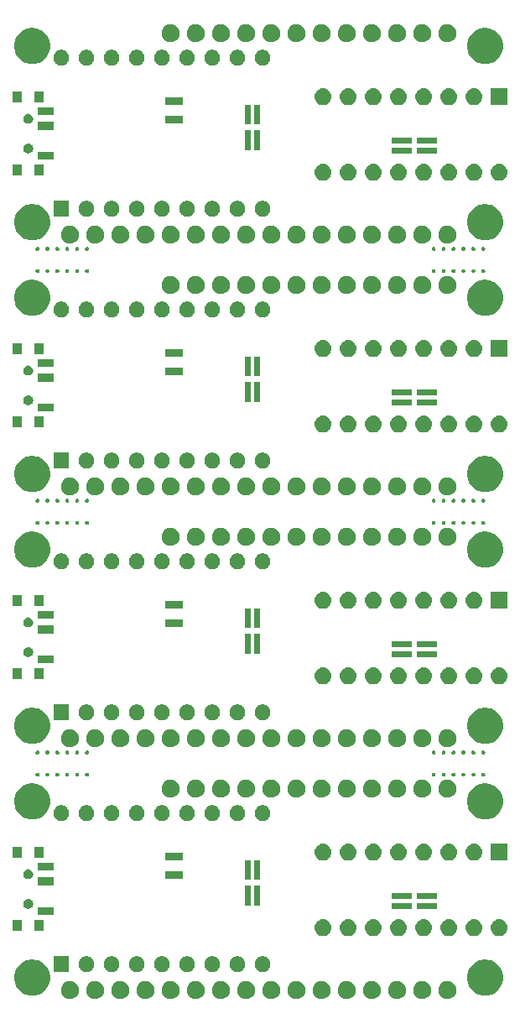
<source format=gbr>
G04 #@! TF.GenerationSoftware,KiCad,Pcbnew,(5.1.2)-1*
G04 #@! TF.CreationDate,2019-07-17T11:56:10+10:00*
G04 #@! TF.ProjectId,output.panel,6f757470-7574-42e7-9061-6e656c2e6b69,rev?*
G04 #@! TF.SameCoordinates,Original*
G04 #@! TF.FileFunction,Soldermask,Bot*
G04 #@! TF.FilePolarity,Negative*
%FSLAX46Y46*%
G04 Gerber Fmt 4.6, Leading zero omitted, Abs format (unit mm)*
G04 Created by KiCad (PCBNEW (5.1.2)-1) date 2019-07-17 11:56:10*
%MOMM*%
%LPD*%
G04 APERTURE LIST*
%ADD10C,0.100000*%
G04 APERTURE END LIST*
D10*
G36*
X51882113Y-144518928D02*
G01*
X52031413Y-144548625D01*
X52195385Y-144616545D01*
X52342955Y-144715148D01*
X52468454Y-144840647D01*
X52567057Y-144988217D01*
X52634977Y-145152189D01*
X52669601Y-145326260D01*
X52669601Y-145503742D01*
X52634977Y-145677813D01*
X52567057Y-145841785D01*
X52468454Y-145989355D01*
X52342955Y-146114854D01*
X52195385Y-146213457D01*
X52031413Y-146281377D01*
X51882113Y-146311074D01*
X51857343Y-146316001D01*
X51679859Y-146316001D01*
X51655089Y-146311074D01*
X51505789Y-146281377D01*
X51341817Y-146213457D01*
X51194247Y-146114854D01*
X51068748Y-145989355D01*
X50970145Y-145841785D01*
X50902225Y-145677813D01*
X50867601Y-145503742D01*
X50867601Y-145326260D01*
X50902225Y-145152189D01*
X50970145Y-144988217D01*
X51068748Y-144840647D01*
X51194247Y-144715148D01*
X51341817Y-144616545D01*
X51505789Y-144548625D01*
X51655089Y-144518928D01*
X51679859Y-144514001D01*
X51857343Y-144514001D01*
X51882113Y-144518928D01*
X51882113Y-144518928D01*
G37*
G36*
X69662113Y-144518928D02*
G01*
X69811413Y-144548625D01*
X69975385Y-144616545D01*
X70122955Y-144715148D01*
X70248454Y-144840647D01*
X70347057Y-144988217D01*
X70414977Y-145152189D01*
X70449601Y-145326260D01*
X70449601Y-145503742D01*
X70414977Y-145677813D01*
X70347057Y-145841785D01*
X70248454Y-145989355D01*
X70122955Y-146114854D01*
X69975385Y-146213457D01*
X69811413Y-146281377D01*
X69662113Y-146311074D01*
X69637343Y-146316001D01*
X69459859Y-146316001D01*
X69435089Y-146311074D01*
X69285789Y-146281377D01*
X69121817Y-146213457D01*
X68974247Y-146114854D01*
X68848748Y-145989355D01*
X68750145Y-145841785D01*
X68682225Y-145677813D01*
X68647601Y-145503742D01*
X68647601Y-145326260D01*
X68682225Y-145152189D01*
X68750145Y-144988217D01*
X68848748Y-144840647D01*
X68974247Y-144715148D01*
X69121817Y-144616545D01*
X69285789Y-144548625D01*
X69435089Y-144518928D01*
X69459859Y-144514001D01*
X69637343Y-144514001D01*
X69662113Y-144518928D01*
X69662113Y-144518928D01*
G37*
G36*
X54422113Y-144518928D02*
G01*
X54571413Y-144548625D01*
X54735385Y-144616545D01*
X54882955Y-144715148D01*
X55008454Y-144840647D01*
X55107057Y-144988217D01*
X55174977Y-145152189D01*
X55209601Y-145326260D01*
X55209601Y-145503742D01*
X55174977Y-145677813D01*
X55107057Y-145841785D01*
X55008454Y-145989355D01*
X54882955Y-146114854D01*
X54735385Y-146213457D01*
X54571413Y-146281377D01*
X54422113Y-146311074D01*
X54397343Y-146316001D01*
X54219859Y-146316001D01*
X54195089Y-146311074D01*
X54045789Y-146281377D01*
X53881817Y-146213457D01*
X53734247Y-146114854D01*
X53608748Y-145989355D01*
X53510145Y-145841785D01*
X53442225Y-145677813D01*
X53407601Y-145503742D01*
X53407601Y-145326260D01*
X53442225Y-145152189D01*
X53510145Y-144988217D01*
X53608748Y-144840647D01*
X53734247Y-144715148D01*
X53881817Y-144616545D01*
X54045789Y-144548625D01*
X54195089Y-144518928D01*
X54219859Y-144514001D01*
X54397343Y-144514001D01*
X54422113Y-144518928D01*
X54422113Y-144518928D01*
G37*
G36*
X56962113Y-144518928D02*
G01*
X57111413Y-144548625D01*
X57275385Y-144616545D01*
X57422955Y-144715148D01*
X57548454Y-144840647D01*
X57647057Y-144988217D01*
X57714977Y-145152189D01*
X57749601Y-145326260D01*
X57749601Y-145503742D01*
X57714977Y-145677813D01*
X57647057Y-145841785D01*
X57548454Y-145989355D01*
X57422955Y-146114854D01*
X57275385Y-146213457D01*
X57111413Y-146281377D01*
X56962113Y-146311074D01*
X56937343Y-146316001D01*
X56759859Y-146316001D01*
X56735089Y-146311074D01*
X56585789Y-146281377D01*
X56421817Y-146213457D01*
X56274247Y-146114854D01*
X56148748Y-145989355D01*
X56050145Y-145841785D01*
X55982225Y-145677813D01*
X55947601Y-145503742D01*
X55947601Y-145326260D01*
X55982225Y-145152189D01*
X56050145Y-144988217D01*
X56148748Y-144840647D01*
X56274247Y-144715148D01*
X56421817Y-144616545D01*
X56585789Y-144548625D01*
X56735089Y-144518928D01*
X56759859Y-144514001D01*
X56937343Y-144514001D01*
X56962113Y-144518928D01*
X56962113Y-144518928D01*
G37*
G36*
X59502113Y-144518928D02*
G01*
X59651413Y-144548625D01*
X59815385Y-144616545D01*
X59962955Y-144715148D01*
X60088454Y-144840647D01*
X60187057Y-144988217D01*
X60254977Y-145152189D01*
X60289601Y-145326260D01*
X60289601Y-145503742D01*
X60254977Y-145677813D01*
X60187057Y-145841785D01*
X60088454Y-145989355D01*
X59962955Y-146114854D01*
X59815385Y-146213457D01*
X59651413Y-146281377D01*
X59502113Y-146311074D01*
X59477343Y-146316001D01*
X59299859Y-146316001D01*
X59275089Y-146311074D01*
X59125789Y-146281377D01*
X58961817Y-146213457D01*
X58814247Y-146114854D01*
X58688748Y-145989355D01*
X58590145Y-145841785D01*
X58522225Y-145677813D01*
X58487601Y-145503742D01*
X58487601Y-145326260D01*
X58522225Y-145152189D01*
X58590145Y-144988217D01*
X58688748Y-144840647D01*
X58814247Y-144715148D01*
X58961817Y-144616545D01*
X59125789Y-144548625D01*
X59275089Y-144518928D01*
X59299859Y-144514001D01*
X59477343Y-144514001D01*
X59502113Y-144518928D01*
X59502113Y-144518928D01*
G37*
G36*
X62042113Y-144518928D02*
G01*
X62191413Y-144548625D01*
X62355385Y-144616545D01*
X62502955Y-144715148D01*
X62628454Y-144840647D01*
X62727057Y-144988217D01*
X62794977Y-145152189D01*
X62829601Y-145326260D01*
X62829601Y-145503742D01*
X62794977Y-145677813D01*
X62727057Y-145841785D01*
X62628454Y-145989355D01*
X62502955Y-146114854D01*
X62355385Y-146213457D01*
X62191413Y-146281377D01*
X62042113Y-146311074D01*
X62017343Y-146316001D01*
X61839859Y-146316001D01*
X61815089Y-146311074D01*
X61665789Y-146281377D01*
X61501817Y-146213457D01*
X61354247Y-146114854D01*
X61228748Y-145989355D01*
X61130145Y-145841785D01*
X61062225Y-145677813D01*
X61027601Y-145503742D01*
X61027601Y-145326260D01*
X61062225Y-145152189D01*
X61130145Y-144988217D01*
X61228748Y-144840647D01*
X61354247Y-144715148D01*
X61501817Y-144616545D01*
X61665789Y-144548625D01*
X61815089Y-144518928D01*
X61839859Y-144514001D01*
X62017343Y-144514001D01*
X62042113Y-144518928D01*
X62042113Y-144518928D01*
G37*
G36*
X64582113Y-144518928D02*
G01*
X64731413Y-144548625D01*
X64895385Y-144616545D01*
X65042955Y-144715148D01*
X65168454Y-144840647D01*
X65267057Y-144988217D01*
X65334977Y-145152189D01*
X65369601Y-145326260D01*
X65369601Y-145503742D01*
X65334977Y-145677813D01*
X65267057Y-145841785D01*
X65168454Y-145989355D01*
X65042955Y-146114854D01*
X64895385Y-146213457D01*
X64731413Y-146281377D01*
X64582113Y-146311074D01*
X64557343Y-146316001D01*
X64379859Y-146316001D01*
X64355089Y-146311074D01*
X64205789Y-146281377D01*
X64041817Y-146213457D01*
X63894247Y-146114854D01*
X63768748Y-145989355D01*
X63670145Y-145841785D01*
X63602225Y-145677813D01*
X63567601Y-145503742D01*
X63567601Y-145326260D01*
X63602225Y-145152189D01*
X63670145Y-144988217D01*
X63768748Y-144840647D01*
X63894247Y-144715148D01*
X64041817Y-144616545D01*
X64205789Y-144548625D01*
X64355089Y-144518928D01*
X64379859Y-144514001D01*
X64557343Y-144514001D01*
X64582113Y-144518928D01*
X64582113Y-144518928D01*
G37*
G36*
X67122113Y-144518928D02*
G01*
X67271413Y-144548625D01*
X67435385Y-144616545D01*
X67582955Y-144715148D01*
X67708454Y-144840647D01*
X67807057Y-144988217D01*
X67874977Y-145152189D01*
X67909601Y-145326260D01*
X67909601Y-145503742D01*
X67874977Y-145677813D01*
X67807057Y-145841785D01*
X67708454Y-145989355D01*
X67582955Y-146114854D01*
X67435385Y-146213457D01*
X67271413Y-146281377D01*
X67122113Y-146311074D01*
X67097343Y-146316001D01*
X66919859Y-146316001D01*
X66895089Y-146311074D01*
X66745789Y-146281377D01*
X66581817Y-146213457D01*
X66434247Y-146114854D01*
X66308748Y-145989355D01*
X66210145Y-145841785D01*
X66142225Y-145677813D01*
X66107601Y-145503742D01*
X66107601Y-145326260D01*
X66142225Y-145152189D01*
X66210145Y-144988217D01*
X66308748Y-144840647D01*
X66434247Y-144715148D01*
X66581817Y-144616545D01*
X66745789Y-144548625D01*
X66895089Y-144518928D01*
X66919859Y-144514001D01*
X67097343Y-144514001D01*
X67122113Y-144518928D01*
X67122113Y-144518928D01*
G37*
G36*
X89982113Y-144518928D02*
G01*
X90131413Y-144548625D01*
X90295385Y-144616545D01*
X90442955Y-144715148D01*
X90568454Y-144840647D01*
X90667057Y-144988217D01*
X90734977Y-145152189D01*
X90769601Y-145326260D01*
X90769601Y-145503742D01*
X90734977Y-145677813D01*
X90667057Y-145841785D01*
X90568454Y-145989355D01*
X90442955Y-146114854D01*
X90295385Y-146213457D01*
X90131413Y-146281377D01*
X89982113Y-146311074D01*
X89957343Y-146316001D01*
X89779859Y-146316001D01*
X89755089Y-146311074D01*
X89605789Y-146281377D01*
X89441817Y-146213457D01*
X89294247Y-146114854D01*
X89168748Y-145989355D01*
X89070145Y-145841785D01*
X89002225Y-145677813D01*
X88967601Y-145503742D01*
X88967601Y-145326260D01*
X89002225Y-145152189D01*
X89070145Y-144988217D01*
X89168748Y-144840647D01*
X89294247Y-144715148D01*
X89441817Y-144616545D01*
X89605789Y-144548625D01*
X89755089Y-144518928D01*
X89779859Y-144514001D01*
X89957343Y-144514001D01*
X89982113Y-144518928D01*
X89982113Y-144518928D01*
G37*
G36*
X74742113Y-144518928D02*
G01*
X74891413Y-144548625D01*
X75055385Y-144616545D01*
X75202955Y-144715148D01*
X75328454Y-144840647D01*
X75427057Y-144988217D01*
X75494977Y-145152189D01*
X75529601Y-145326260D01*
X75529601Y-145503742D01*
X75494977Y-145677813D01*
X75427057Y-145841785D01*
X75328454Y-145989355D01*
X75202955Y-146114854D01*
X75055385Y-146213457D01*
X74891413Y-146281377D01*
X74742113Y-146311074D01*
X74717343Y-146316001D01*
X74539859Y-146316001D01*
X74515089Y-146311074D01*
X74365789Y-146281377D01*
X74201817Y-146213457D01*
X74054247Y-146114854D01*
X73928748Y-145989355D01*
X73830145Y-145841785D01*
X73762225Y-145677813D01*
X73727601Y-145503742D01*
X73727601Y-145326260D01*
X73762225Y-145152189D01*
X73830145Y-144988217D01*
X73928748Y-144840647D01*
X74054247Y-144715148D01*
X74201817Y-144616545D01*
X74365789Y-144548625D01*
X74515089Y-144518928D01*
X74539859Y-144514001D01*
X74717343Y-144514001D01*
X74742113Y-144518928D01*
X74742113Y-144518928D01*
G37*
G36*
X77282113Y-144518928D02*
G01*
X77431413Y-144548625D01*
X77595385Y-144616545D01*
X77742955Y-144715148D01*
X77868454Y-144840647D01*
X77967057Y-144988217D01*
X78034977Y-145152189D01*
X78069601Y-145326260D01*
X78069601Y-145503742D01*
X78034977Y-145677813D01*
X77967057Y-145841785D01*
X77868454Y-145989355D01*
X77742955Y-146114854D01*
X77595385Y-146213457D01*
X77431413Y-146281377D01*
X77282113Y-146311074D01*
X77257343Y-146316001D01*
X77079859Y-146316001D01*
X77055089Y-146311074D01*
X76905789Y-146281377D01*
X76741817Y-146213457D01*
X76594247Y-146114854D01*
X76468748Y-145989355D01*
X76370145Y-145841785D01*
X76302225Y-145677813D01*
X76267601Y-145503742D01*
X76267601Y-145326260D01*
X76302225Y-145152189D01*
X76370145Y-144988217D01*
X76468748Y-144840647D01*
X76594247Y-144715148D01*
X76741817Y-144616545D01*
X76905789Y-144548625D01*
X77055089Y-144518928D01*
X77079859Y-144514001D01*
X77257343Y-144514001D01*
X77282113Y-144518928D01*
X77282113Y-144518928D01*
G37*
G36*
X79822113Y-144518928D02*
G01*
X79971413Y-144548625D01*
X80135385Y-144616545D01*
X80282955Y-144715148D01*
X80408454Y-144840647D01*
X80507057Y-144988217D01*
X80574977Y-145152189D01*
X80609601Y-145326260D01*
X80609601Y-145503742D01*
X80574977Y-145677813D01*
X80507057Y-145841785D01*
X80408454Y-145989355D01*
X80282955Y-146114854D01*
X80135385Y-146213457D01*
X79971413Y-146281377D01*
X79822113Y-146311074D01*
X79797343Y-146316001D01*
X79619859Y-146316001D01*
X79595089Y-146311074D01*
X79445789Y-146281377D01*
X79281817Y-146213457D01*
X79134247Y-146114854D01*
X79008748Y-145989355D01*
X78910145Y-145841785D01*
X78842225Y-145677813D01*
X78807601Y-145503742D01*
X78807601Y-145326260D01*
X78842225Y-145152189D01*
X78910145Y-144988217D01*
X79008748Y-144840647D01*
X79134247Y-144715148D01*
X79281817Y-144616545D01*
X79445789Y-144548625D01*
X79595089Y-144518928D01*
X79619859Y-144514001D01*
X79797343Y-144514001D01*
X79822113Y-144518928D01*
X79822113Y-144518928D01*
G37*
G36*
X82362113Y-144518928D02*
G01*
X82511413Y-144548625D01*
X82675385Y-144616545D01*
X82822955Y-144715148D01*
X82948454Y-144840647D01*
X83047057Y-144988217D01*
X83114977Y-145152189D01*
X83149601Y-145326260D01*
X83149601Y-145503742D01*
X83114977Y-145677813D01*
X83047057Y-145841785D01*
X82948454Y-145989355D01*
X82822955Y-146114854D01*
X82675385Y-146213457D01*
X82511413Y-146281377D01*
X82362113Y-146311074D01*
X82337343Y-146316001D01*
X82159859Y-146316001D01*
X82135089Y-146311074D01*
X81985789Y-146281377D01*
X81821817Y-146213457D01*
X81674247Y-146114854D01*
X81548748Y-145989355D01*
X81450145Y-145841785D01*
X81382225Y-145677813D01*
X81347601Y-145503742D01*
X81347601Y-145326260D01*
X81382225Y-145152189D01*
X81450145Y-144988217D01*
X81548748Y-144840647D01*
X81674247Y-144715148D01*
X81821817Y-144616545D01*
X81985789Y-144548625D01*
X82135089Y-144518928D01*
X82159859Y-144514001D01*
X82337343Y-144514001D01*
X82362113Y-144518928D01*
X82362113Y-144518928D01*
G37*
G36*
X84902113Y-144518928D02*
G01*
X85051413Y-144548625D01*
X85215385Y-144616545D01*
X85362955Y-144715148D01*
X85488454Y-144840647D01*
X85587057Y-144988217D01*
X85654977Y-145152189D01*
X85689601Y-145326260D01*
X85689601Y-145503742D01*
X85654977Y-145677813D01*
X85587057Y-145841785D01*
X85488454Y-145989355D01*
X85362955Y-146114854D01*
X85215385Y-146213457D01*
X85051413Y-146281377D01*
X84902113Y-146311074D01*
X84877343Y-146316001D01*
X84699859Y-146316001D01*
X84675089Y-146311074D01*
X84525789Y-146281377D01*
X84361817Y-146213457D01*
X84214247Y-146114854D01*
X84088748Y-145989355D01*
X83990145Y-145841785D01*
X83922225Y-145677813D01*
X83887601Y-145503742D01*
X83887601Y-145326260D01*
X83922225Y-145152189D01*
X83990145Y-144988217D01*
X84088748Y-144840647D01*
X84214247Y-144715148D01*
X84361817Y-144616545D01*
X84525789Y-144548625D01*
X84675089Y-144518928D01*
X84699859Y-144514001D01*
X84877343Y-144514001D01*
X84902113Y-144518928D01*
X84902113Y-144518928D01*
G37*
G36*
X87442113Y-144518928D02*
G01*
X87591413Y-144548625D01*
X87755385Y-144616545D01*
X87902955Y-144715148D01*
X88028454Y-144840647D01*
X88127057Y-144988217D01*
X88194977Y-145152189D01*
X88229601Y-145326260D01*
X88229601Y-145503742D01*
X88194977Y-145677813D01*
X88127057Y-145841785D01*
X88028454Y-145989355D01*
X87902955Y-146114854D01*
X87755385Y-146213457D01*
X87591413Y-146281377D01*
X87442113Y-146311074D01*
X87417343Y-146316001D01*
X87239859Y-146316001D01*
X87215089Y-146311074D01*
X87065789Y-146281377D01*
X86901817Y-146213457D01*
X86754247Y-146114854D01*
X86628748Y-145989355D01*
X86530145Y-145841785D01*
X86462225Y-145677813D01*
X86427601Y-145503742D01*
X86427601Y-145326260D01*
X86462225Y-145152189D01*
X86530145Y-144988217D01*
X86628748Y-144840647D01*
X86754247Y-144715148D01*
X86901817Y-144616545D01*
X87065789Y-144548625D01*
X87215089Y-144518928D01*
X87239859Y-144514001D01*
X87417343Y-144514001D01*
X87442113Y-144518928D01*
X87442113Y-144518928D01*
G37*
G36*
X72202113Y-144518928D02*
G01*
X72351413Y-144548625D01*
X72515385Y-144616545D01*
X72662955Y-144715148D01*
X72788454Y-144840647D01*
X72887057Y-144988217D01*
X72954977Y-145152189D01*
X72989601Y-145326260D01*
X72989601Y-145503742D01*
X72954977Y-145677813D01*
X72887057Y-145841785D01*
X72788454Y-145989355D01*
X72662955Y-146114854D01*
X72515385Y-146213457D01*
X72351413Y-146281377D01*
X72202113Y-146311074D01*
X72177343Y-146316001D01*
X71999859Y-146316001D01*
X71975089Y-146311074D01*
X71825789Y-146281377D01*
X71661817Y-146213457D01*
X71514247Y-146114854D01*
X71388748Y-145989355D01*
X71290145Y-145841785D01*
X71222225Y-145677813D01*
X71187601Y-145503742D01*
X71187601Y-145326260D01*
X71222225Y-145152189D01*
X71290145Y-144988217D01*
X71388748Y-144840647D01*
X71514247Y-144715148D01*
X71661817Y-144616545D01*
X71825789Y-144548625D01*
X71975089Y-144518928D01*
X71999859Y-144514001D01*
X72177343Y-144514001D01*
X72202113Y-144518928D01*
X72202113Y-144518928D01*
G37*
G36*
X94035421Y-142351144D02*
G01*
X94212101Y-142386288D01*
X94294903Y-142420586D01*
X94544956Y-142524161D01*
X94608108Y-142566358D01*
X94844521Y-142724324D01*
X95099278Y-142979081D01*
X95099279Y-142979083D01*
X95299441Y-143278646D01*
X95437314Y-143611502D01*
X95507601Y-143964859D01*
X95507601Y-144325143D01*
X95437314Y-144678500D01*
X95299441Y-145011356D01*
X95299440Y-145011357D01*
X95099278Y-145310921D01*
X94844521Y-145565678D01*
X94693721Y-145666439D01*
X94544956Y-145765841D01*
X94361615Y-145841783D01*
X94212101Y-145903714D01*
X94035422Y-145938857D01*
X93858743Y-145974001D01*
X93498459Y-145974001D01*
X93321780Y-145938857D01*
X93145101Y-145903714D01*
X92995587Y-145841783D01*
X92812246Y-145765841D01*
X92663481Y-145666439D01*
X92512681Y-145565678D01*
X92257924Y-145310921D01*
X92057762Y-145011357D01*
X92057761Y-145011356D01*
X91919888Y-144678500D01*
X91849601Y-144325143D01*
X91849601Y-143964859D01*
X91919888Y-143611502D01*
X92057761Y-143278646D01*
X92257923Y-142979083D01*
X92257924Y-142979081D01*
X92512681Y-142724324D01*
X92749094Y-142566358D01*
X92812246Y-142524161D01*
X93062299Y-142420586D01*
X93145101Y-142386288D01*
X93321781Y-142351144D01*
X93498459Y-142316001D01*
X93858743Y-142316001D01*
X94035421Y-142351144D01*
X94035421Y-142351144D01*
G37*
G36*
X48315421Y-142351144D02*
G01*
X48492101Y-142386288D01*
X48574903Y-142420586D01*
X48824956Y-142524161D01*
X48888108Y-142566358D01*
X49124521Y-142724324D01*
X49379278Y-142979081D01*
X49379279Y-142979083D01*
X49579441Y-143278646D01*
X49717314Y-143611502D01*
X49787601Y-143964859D01*
X49787601Y-144325143D01*
X49717314Y-144678500D01*
X49579441Y-145011356D01*
X49579440Y-145011357D01*
X49379278Y-145310921D01*
X49124521Y-145565678D01*
X48973721Y-145666439D01*
X48824956Y-145765841D01*
X48641615Y-145841783D01*
X48492101Y-145903714D01*
X48315422Y-145938857D01*
X48138743Y-145974001D01*
X47778459Y-145974001D01*
X47601780Y-145938857D01*
X47425101Y-145903714D01*
X47275587Y-145841783D01*
X47092246Y-145765841D01*
X46943481Y-145666439D01*
X46792681Y-145565678D01*
X46537924Y-145310921D01*
X46337762Y-145011357D01*
X46337761Y-145011356D01*
X46199888Y-144678500D01*
X46129601Y-144325143D01*
X46129601Y-143964859D01*
X46199888Y-143611502D01*
X46337761Y-143278646D01*
X46537923Y-142979083D01*
X46537924Y-142979081D01*
X46792681Y-142724324D01*
X47029094Y-142566358D01*
X47092246Y-142524161D01*
X47342299Y-142420586D01*
X47425101Y-142386288D01*
X47601781Y-142351144D01*
X47778459Y-142316001D01*
X48138743Y-142316001D01*
X48315421Y-142351144D01*
X48315421Y-142351144D01*
G37*
G36*
X53673642Y-142029781D02*
G01*
X53819414Y-142090162D01*
X53819416Y-142090163D01*
X53950608Y-142177822D01*
X54062178Y-142289392D01*
X54079957Y-142316001D01*
X54149838Y-142420586D01*
X54210219Y-142566358D01*
X54241000Y-142721107D01*
X54241000Y-142878893D01*
X54210219Y-143033642D01*
X54149838Y-143179414D01*
X54149837Y-143179416D01*
X54062178Y-143310608D01*
X53950608Y-143422178D01*
X53819416Y-143509837D01*
X53819415Y-143509838D01*
X53819414Y-143509838D01*
X53673642Y-143570219D01*
X53518893Y-143601000D01*
X53361107Y-143601000D01*
X53206358Y-143570219D01*
X53060586Y-143509838D01*
X53060585Y-143509838D01*
X53060584Y-143509837D01*
X52929392Y-143422178D01*
X52817822Y-143310608D01*
X52730163Y-143179416D01*
X52730162Y-143179414D01*
X52669781Y-143033642D01*
X52639000Y-142878893D01*
X52639000Y-142721107D01*
X52669781Y-142566358D01*
X52730162Y-142420586D01*
X52800043Y-142316001D01*
X52817822Y-142289392D01*
X52929392Y-142177822D01*
X53060584Y-142090163D01*
X53060586Y-142090162D01*
X53206358Y-142029781D01*
X53361107Y-141999000D01*
X53518893Y-141999000D01*
X53673642Y-142029781D01*
X53673642Y-142029781D01*
G37*
G36*
X68913642Y-142029781D02*
G01*
X69059414Y-142090162D01*
X69059416Y-142090163D01*
X69190608Y-142177822D01*
X69302178Y-142289392D01*
X69319957Y-142316001D01*
X69389838Y-142420586D01*
X69450219Y-142566358D01*
X69481000Y-142721107D01*
X69481000Y-142878893D01*
X69450219Y-143033642D01*
X69389838Y-143179414D01*
X69389837Y-143179416D01*
X69302178Y-143310608D01*
X69190608Y-143422178D01*
X69059416Y-143509837D01*
X69059415Y-143509838D01*
X69059414Y-143509838D01*
X68913642Y-143570219D01*
X68758893Y-143601000D01*
X68601107Y-143601000D01*
X68446358Y-143570219D01*
X68300586Y-143509838D01*
X68300585Y-143509838D01*
X68300584Y-143509837D01*
X68169392Y-143422178D01*
X68057822Y-143310608D01*
X67970163Y-143179416D01*
X67970162Y-143179414D01*
X67909781Y-143033642D01*
X67879000Y-142878893D01*
X67879000Y-142721107D01*
X67909781Y-142566358D01*
X67970162Y-142420586D01*
X68040043Y-142316001D01*
X68057822Y-142289392D01*
X68169392Y-142177822D01*
X68300584Y-142090163D01*
X68300586Y-142090162D01*
X68446358Y-142029781D01*
X68601107Y-141999000D01*
X68758893Y-141999000D01*
X68913642Y-142029781D01*
X68913642Y-142029781D01*
G37*
G36*
X66373642Y-142029781D02*
G01*
X66519414Y-142090162D01*
X66519416Y-142090163D01*
X66650608Y-142177822D01*
X66762178Y-142289392D01*
X66779957Y-142316001D01*
X66849838Y-142420586D01*
X66910219Y-142566358D01*
X66941000Y-142721107D01*
X66941000Y-142878893D01*
X66910219Y-143033642D01*
X66849838Y-143179414D01*
X66849837Y-143179416D01*
X66762178Y-143310608D01*
X66650608Y-143422178D01*
X66519416Y-143509837D01*
X66519415Y-143509838D01*
X66519414Y-143509838D01*
X66373642Y-143570219D01*
X66218893Y-143601000D01*
X66061107Y-143601000D01*
X65906358Y-143570219D01*
X65760586Y-143509838D01*
X65760585Y-143509838D01*
X65760584Y-143509837D01*
X65629392Y-143422178D01*
X65517822Y-143310608D01*
X65430163Y-143179416D01*
X65430162Y-143179414D01*
X65369781Y-143033642D01*
X65339000Y-142878893D01*
X65339000Y-142721107D01*
X65369781Y-142566358D01*
X65430162Y-142420586D01*
X65500043Y-142316001D01*
X65517822Y-142289392D01*
X65629392Y-142177822D01*
X65760584Y-142090163D01*
X65760586Y-142090162D01*
X65906358Y-142029781D01*
X66061107Y-141999000D01*
X66218893Y-141999000D01*
X66373642Y-142029781D01*
X66373642Y-142029781D01*
G37*
G36*
X63833642Y-142029781D02*
G01*
X63979414Y-142090162D01*
X63979416Y-142090163D01*
X64110608Y-142177822D01*
X64222178Y-142289392D01*
X64239957Y-142316001D01*
X64309838Y-142420586D01*
X64370219Y-142566358D01*
X64401000Y-142721107D01*
X64401000Y-142878893D01*
X64370219Y-143033642D01*
X64309838Y-143179414D01*
X64309837Y-143179416D01*
X64222178Y-143310608D01*
X64110608Y-143422178D01*
X63979416Y-143509837D01*
X63979415Y-143509838D01*
X63979414Y-143509838D01*
X63833642Y-143570219D01*
X63678893Y-143601000D01*
X63521107Y-143601000D01*
X63366358Y-143570219D01*
X63220586Y-143509838D01*
X63220585Y-143509838D01*
X63220584Y-143509837D01*
X63089392Y-143422178D01*
X62977822Y-143310608D01*
X62890163Y-143179416D01*
X62890162Y-143179414D01*
X62829781Y-143033642D01*
X62799000Y-142878893D01*
X62799000Y-142721107D01*
X62829781Y-142566358D01*
X62890162Y-142420586D01*
X62960043Y-142316001D01*
X62977822Y-142289392D01*
X63089392Y-142177822D01*
X63220584Y-142090163D01*
X63220586Y-142090162D01*
X63366358Y-142029781D01*
X63521107Y-141999000D01*
X63678893Y-141999000D01*
X63833642Y-142029781D01*
X63833642Y-142029781D01*
G37*
G36*
X61293642Y-142029781D02*
G01*
X61439414Y-142090162D01*
X61439416Y-142090163D01*
X61570608Y-142177822D01*
X61682178Y-142289392D01*
X61699957Y-142316001D01*
X61769838Y-142420586D01*
X61830219Y-142566358D01*
X61861000Y-142721107D01*
X61861000Y-142878893D01*
X61830219Y-143033642D01*
X61769838Y-143179414D01*
X61769837Y-143179416D01*
X61682178Y-143310608D01*
X61570608Y-143422178D01*
X61439416Y-143509837D01*
X61439415Y-143509838D01*
X61439414Y-143509838D01*
X61293642Y-143570219D01*
X61138893Y-143601000D01*
X60981107Y-143601000D01*
X60826358Y-143570219D01*
X60680586Y-143509838D01*
X60680585Y-143509838D01*
X60680584Y-143509837D01*
X60549392Y-143422178D01*
X60437822Y-143310608D01*
X60350163Y-143179416D01*
X60350162Y-143179414D01*
X60289781Y-143033642D01*
X60259000Y-142878893D01*
X60259000Y-142721107D01*
X60289781Y-142566358D01*
X60350162Y-142420586D01*
X60420043Y-142316001D01*
X60437822Y-142289392D01*
X60549392Y-142177822D01*
X60680584Y-142090163D01*
X60680586Y-142090162D01*
X60826358Y-142029781D01*
X60981107Y-141999000D01*
X61138893Y-141999000D01*
X61293642Y-142029781D01*
X61293642Y-142029781D01*
G37*
G36*
X58753642Y-142029781D02*
G01*
X58899414Y-142090162D01*
X58899416Y-142090163D01*
X59030608Y-142177822D01*
X59142178Y-142289392D01*
X59159957Y-142316001D01*
X59229838Y-142420586D01*
X59290219Y-142566358D01*
X59321000Y-142721107D01*
X59321000Y-142878893D01*
X59290219Y-143033642D01*
X59229838Y-143179414D01*
X59229837Y-143179416D01*
X59142178Y-143310608D01*
X59030608Y-143422178D01*
X58899416Y-143509837D01*
X58899415Y-143509838D01*
X58899414Y-143509838D01*
X58753642Y-143570219D01*
X58598893Y-143601000D01*
X58441107Y-143601000D01*
X58286358Y-143570219D01*
X58140586Y-143509838D01*
X58140585Y-143509838D01*
X58140584Y-143509837D01*
X58009392Y-143422178D01*
X57897822Y-143310608D01*
X57810163Y-143179416D01*
X57810162Y-143179414D01*
X57749781Y-143033642D01*
X57719000Y-142878893D01*
X57719000Y-142721107D01*
X57749781Y-142566358D01*
X57810162Y-142420586D01*
X57880043Y-142316001D01*
X57897822Y-142289392D01*
X58009392Y-142177822D01*
X58140584Y-142090163D01*
X58140586Y-142090162D01*
X58286358Y-142029781D01*
X58441107Y-141999000D01*
X58598893Y-141999000D01*
X58753642Y-142029781D01*
X58753642Y-142029781D01*
G37*
G36*
X56213642Y-142029781D02*
G01*
X56359414Y-142090162D01*
X56359416Y-142090163D01*
X56490608Y-142177822D01*
X56602178Y-142289392D01*
X56619957Y-142316001D01*
X56689838Y-142420586D01*
X56750219Y-142566358D01*
X56781000Y-142721107D01*
X56781000Y-142878893D01*
X56750219Y-143033642D01*
X56689838Y-143179414D01*
X56689837Y-143179416D01*
X56602178Y-143310608D01*
X56490608Y-143422178D01*
X56359416Y-143509837D01*
X56359415Y-143509838D01*
X56359414Y-143509838D01*
X56213642Y-143570219D01*
X56058893Y-143601000D01*
X55901107Y-143601000D01*
X55746358Y-143570219D01*
X55600586Y-143509838D01*
X55600585Y-143509838D01*
X55600584Y-143509837D01*
X55469392Y-143422178D01*
X55357822Y-143310608D01*
X55270163Y-143179416D01*
X55270162Y-143179414D01*
X55209781Y-143033642D01*
X55179000Y-142878893D01*
X55179000Y-142721107D01*
X55209781Y-142566358D01*
X55270162Y-142420586D01*
X55340043Y-142316001D01*
X55357822Y-142289392D01*
X55469392Y-142177822D01*
X55600584Y-142090163D01*
X55600586Y-142090162D01*
X55746358Y-142029781D01*
X55901107Y-141999000D01*
X56058893Y-141999000D01*
X56213642Y-142029781D01*
X56213642Y-142029781D01*
G37*
G36*
X51701000Y-143601000D02*
G01*
X50099000Y-143601000D01*
X50099000Y-141999000D01*
X51701000Y-141999000D01*
X51701000Y-143601000D01*
X51701000Y-143601000D01*
G37*
G36*
X71453642Y-142029781D02*
G01*
X71599414Y-142090162D01*
X71599416Y-142090163D01*
X71730608Y-142177822D01*
X71842178Y-142289392D01*
X71859957Y-142316001D01*
X71929838Y-142420586D01*
X71990219Y-142566358D01*
X72021000Y-142721107D01*
X72021000Y-142878893D01*
X71990219Y-143033642D01*
X71929838Y-143179414D01*
X71929837Y-143179416D01*
X71842178Y-143310608D01*
X71730608Y-143422178D01*
X71599416Y-143509837D01*
X71599415Y-143509838D01*
X71599414Y-143509838D01*
X71453642Y-143570219D01*
X71298893Y-143601000D01*
X71141107Y-143601000D01*
X70986358Y-143570219D01*
X70840586Y-143509838D01*
X70840585Y-143509838D01*
X70840584Y-143509837D01*
X70709392Y-143422178D01*
X70597822Y-143310608D01*
X70510163Y-143179416D01*
X70510162Y-143179414D01*
X70449781Y-143033642D01*
X70419000Y-142878893D01*
X70419000Y-142721107D01*
X70449781Y-142566358D01*
X70510162Y-142420586D01*
X70580043Y-142316001D01*
X70597822Y-142289392D01*
X70709392Y-142177822D01*
X70840584Y-142090163D01*
X70840586Y-142090162D01*
X70986358Y-142029781D01*
X71141107Y-141999000D01*
X71298893Y-141999000D01*
X71453642Y-142029781D01*
X71453642Y-142029781D01*
G37*
G36*
X80026823Y-138281313D02*
G01*
X80187242Y-138329976D01*
X80319906Y-138400886D01*
X80335078Y-138408996D01*
X80464659Y-138515341D01*
X80571004Y-138644922D01*
X80571005Y-138644924D01*
X80650024Y-138792758D01*
X80698687Y-138953177D01*
X80715117Y-139120000D01*
X80698687Y-139286823D01*
X80650024Y-139447242D01*
X80579114Y-139579906D01*
X80571004Y-139595078D01*
X80464659Y-139724659D01*
X80335078Y-139831004D01*
X80335076Y-139831005D01*
X80187242Y-139910024D01*
X80026823Y-139958687D01*
X79901804Y-139971000D01*
X79818196Y-139971000D01*
X79693177Y-139958687D01*
X79532758Y-139910024D01*
X79384924Y-139831005D01*
X79384922Y-139831004D01*
X79255341Y-139724659D01*
X79148996Y-139595078D01*
X79140886Y-139579906D01*
X79069976Y-139447242D01*
X79021313Y-139286823D01*
X79004883Y-139120000D01*
X79021313Y-138953177D01*
X79069976Y-138792758D01*
X79148995Y-138644924D01*
X79148996Y-138644922D01*
X79255341Y-138515341D01*
X79384922Y-138408996D01*
X79400094Y-138400886D01*
X79532758Y-138329976D01*
X79693177Y-138281313D01*
X79818196Y-138269000D01*
X79901804Y-138269000D01*
X80026823Y-138281313D01*
X80026823Y-138281313D01*
G37*
G36*
X95266823Y-138281313D02*
G01*
X95427242Y-138329976D01*
X95559906Y-138400886D01*
X95575078Y-138408996D01*
X95704659Y-138515341D01*
X95811004Y-138644922D01*
X95811005Y-138644924D01*
X95890024Y-138792758D01*
X95938687Y-138953177D01*
X95955117Y-139120000D01*
X95938687Y-139286823D01*
X95890024Y-139447242D01*
X95819114Y-139579906D01*
X95811004Y-139595078D01*
X95704659Y-139724659D01*
X95575078Y-139831004D01*
X95575076Y-139831005D01*
X95427242Y-139910024D01*
X95266823Y-139958687D01*
X95141804Y-139971000D01*
X95058196Y-139971000D01*
X94933177Y-139958687D01*
X94772758Y-139910024D01*
X94624924Y-139831005D01*
X94624922Y-139831004D01*
X94495341Y-139724659D01*
X94388996Y-139595078D01*
X94380886Y-139579906D01*
X94309976Y-139447242D01*
X94261313Y-139286823D01*
X94244883Y-139120000D01*
X94261313Y-138953177D01*
X94309976Y-138792758D01*
X94388995Y-138644924D01*
X94388996Y-138644922D01*
X94495341Y-138515341D01*
X94624922Y-138408996D01*
X94640094Y-138400886D01*
X94772758Y-138329976D01*
X94933177Y-138281313D01*
X95058196Y-138269000D01*
X95141804Y-138269000D01*
X95266823Y-138281313D01*
X95266823Y-138281313D01*
G37*
G36*
X92726823Y-138281313D02*
G01*
X92887242Y-138329976D01*
X93019906Y-138400886D01*
X93035078Y-138408996D01*
X93164659Y-138515341D01*
X93271004Y-138644922D01*
X93271005Y-138644924D01*
X93350024Y-138792758D01*
X93398687Y-138953177D01*
X93415117Y-139120000D01*
X93398687Y-139286823D01*
X93350024Y-139447242D01*
X93279114Y-139579906D01*
X93271004Y-139595078D01*
X93164659Y-139724659D01*
X93035078Y-139831004D01*
X93035076Y-139831005D01*
X92887242Y-139910024D01*
X92726823Y-139958687D01*
X92601804Y-139971000D01*
X92518196Y-139971000D01*
X92393177Y-139958687D01*
X92232758Y-139910024D01*
X92084924Y-139831005D01*
X92084922Y-139831004D01*
X91955341Y-139724659D01*
X91848996Y-139595078D01*
X91840886Y-139579906D01*
X91769976Y-139447242D01*
X91721313Y-139286823D01*
X91704883Y-139120000D01*
X91721313Y-138953177D01*
X91769976Y-138792758D01*
X91848995Y-138644924D01*
X91848996Y-138644922D01*
X91955341Y-138515341D01*
X92084922Y-138408996D01*
X92100094Y-138400886D01*
X92232758Y-138329976D01*
X92393177Y-138281313D01*
X92518196Y-138269000D01*
X92601804Y-138269000D01*
X92726823Y-138281313D01*
X92726823Y-138281313D01*
G37*
G36*
X90186823Y-138281313D02*
G01*
X90347242Y-138329976D01*
X90479906Y-138400886D01*
X90495078Y-138408996D01*
X90624659Y-138515341D01*
X90731004Y-138644922D01*
X90731005Y-138644924D01*
X90810024Y-138792758D01*
X90858687Y-138953177D01*
X90875117Y-139120000D01*
X90858687Y-139286823D01*
X90810024Y-139447242D01*
X90739114Y-139579906D01*
X90731004Y-139595078D01*
X90624659Y-139724659D01*
X90495078Y-139831004D01*
X90495076Y-139831005D01*
X90347242Y-139910024D01*
X90186823Y-139958687D01*
X90061804Y-139971000D01*
X89978196Y-139971000D01*
X89853177Y-139958687D01*
X89692758Y-139910024D01*
X89544924Y-139831005D01*
X89544922Y-139831004D01*
X89415341Y-139724659D01*
X89308996Y-139595078D01*
X89300886Y-139579906D01*
X89229976Y-139447242D01*
X89181313Y-139286823D01*
X89164883Y-139120000D01*
X89181313Y-138953177D01*
X89229976Y-138792758D01*
X89308995Y-138644924D01*
X89308996Y-138644922D01*
X89415341Y-138515341D01*
X89544922Y-138408996D01*
X89560094Y-138400886D01*
X89692758Y-138329976D01*
X89853177Y-138281313D01*
X89978196Y-138269000D01*
X90061804Y-138269000D01*
X90186823Y-138281313D01*
X90186823Y-138281313D01*
G37*
G36*
X85106823Y-138281313D02*
G01*
X85267242Y-138329976D01*
X85399906Y-138400886D01*
X85415078Y-138408996D01*
X85544659Y-138515341D01*
X85651004Y-138644922D01*
X85651005Y-138644924D01*
X85730024Y-138792758D01*
X85778687Y-138953177D01*
X85795117Y-139120000D01*
X85778687Y-139286823D01*
X85730024Y-139447242D01*
X85659114Y-139579906D01*
X85651004Y-139595078D01*
X85544659Y-139724659D01*
X85415078Y-139831004D01*
X85415076Y-139831005D01*
X85267242Y-139910024D01*
X85106823Y-139958687D01*
X84981804Y-139971000D01*
X84898196Y-139971000D01*
X84773177Y-139958687D01*
X84612758Y-139910024D01*
X84464924Y-139831005D01*
X84464922Y-139831004D01*
X84335341Y-139724659D01*
X84228996Y-139595078D01*
X84220886Y-139579906D01*
X84149976Y-139447242D01*
X84101313Y-139286823D01*
X84084883Y-139120000D01*
X84101313Y-138953177D01*
X84149976Y-138792758D01*
X84228995Y-138644924D01*
X84228996Y-138644922D01*
X84335341Y-138515341D01*
X84464922Y-138408996D01*
X84480094Y-138400886D01*
X84612758Y-138329976D01*
X84773177Y-138281313D01*
X84898196Y-138269000D01*
X84981804Y-138269000D01*
X85106823Y-138281313D01*
X85106823Y-138281313D01*
G37*
G36*
X82566823Y-138281313D02*
G01*
X82727242Y-138329976D01*
X82859906Y-138400886D01*
X82875078Y-138408996D01*
X83004659Y-138515341D01*
X83111004Y-138644922D01*
X83111005Y-138644924D01*
X83190024Y-138792758D01*
X83238687Y-138953177D01*
X83255117Y-139120000D01*
X83238687Y-139286823D01*
X83190024Y-139447242D01*
X83119114Y-139579906D01*
X83111004Y-139595078D01*
X83004659Y-139724659D01*
X82875078Y-139831004D01*
X82875076Y-139831005D01*
X82727242Y-139910024D01*
X82566823Y-139958687D01*
X82441804Y-139971000D01*
X82358196Y-139971000D01*
X82233177Y-139958687D01*
X82072758Y-139910024D01*
X81924924Y-139831005D01*
X81924922Y-139831004D01*
X81795341Y-139724659D01*
X81688996Y-139595078D01*
X81680886Y-139579906D01*
X81609976Y-139447242D01*
X81561313Y-139286823D01*
X81544883Y-139120000D01*
X81561313Y-138953177D01*
X81609976Y-138792758D01*
X81688995Y-138644924D01*
X81688996Y-138644922D01*
X81795341Y-138515341D01*
X81924922Y-138408996D01*
X81940094Y-138400886D01*
X82072758Y-138329976D01*
X82233177Y-138281313D01*
X82358196Y-138269000D01*
X82441804Y-138269000D01*
X82566823Y-138281313D01*
X82566823Y-138281313D01*
G37*
G36*
X77486823Y-138281313D02*
G01*
X77647242Y-138329976D01*
X77779906Y-138400886D01*
X77795078Y-138408996D01*
X77924659Y-138515341D01*
X78031004Y-138644922D01*
X78031005Y-138644924D01*
X78110024Y-138792758D01*
X78158687Y-138953177D01*
X78175117Y-139120000D01*
X78158687Y-139286823D01*
X78110024Y-139447242D01*
X78039114Y-139579906D01*
X78031004Y-139595078D01*
X77924659Y-139724659D01*
X77795078Y-139831004D01*
X77795076Y-139831005D01*
X77647242Y-139910024D01*
X77486823Y-139958687D01*
X77361804Y-139971000D01*
X77278196Y-139971000D01*
X77153177Y-139958687D01*
X76992758Y-139910024D01*
X76844924Y-139831005D01*
X76844922Y-139831004D01*
X76715341Y-139724659D01*
X76608996Y-139595078D01*
X76600886Y-139579906D01*
X76529976Y-139447242D01*
X76481313Y-139286823D01*
X76464883Y-139120000D01*
X76481313Y-138953177D01*
X76529976Y-138792758D01*
X76608995Y-138644924D01*
X76608996Y-138644922D01*
X76715341Y-138515341D01*
X76844922Y-138408996D01*
X76860094Y-138400886D01*
X76992758Y-138329976D01*
X77153177Y-138281313D01*
X77278196Y-138269000D01*
X77361804Y-138269000D01*
X77486823Y-138281313D01*
X77486823Y-138281313D01*
G37*
G36*
X87646823Y-138281313D02*
G01*
X87807242Y-138329976D01*
X87939906Y-138400886D01*
X87955078Y-138408996D01*
X88084659Y-138515341D01*
X88191004Y-138644922D01*
X88191005Y-138644924D01*
X88270024Y-138792758D01*
X88318687Y-138953177D01*
X88335117Y-139120000D01*
X88318687Y-139286823D01*
X88270024Y-139447242D01*
X88199114Y-139579906D01*
X88191004Y-139595078D01*
X88084659Y-139724659D01*
X87955078Y-139831004D01*
X87955076Y-139831005D01*
X87807242Y-139910024D01*
X87646823Y-139958687D01*
X87521804Y-139971000D01*
X87438196Y-139971000D01*
X87313177Y-139958687D01*
X87152758Y-139910024D01*
X87004924Y-139831005D01*
X87004922Y-139831004D01*
X86875341Y-139724659D01*
X86768996Y-139595078D01*
X86760886Y-139579906D01*
X86689976Y-139447242D01*
X86641313Y-139286823D01*
X86624883Y-139120000D01*
X86641313Y-138953177D01*
X86689976Y-138792758D01*
X86768995Y-138644924D01*
X86768996Y-138644922D01*
X86875341Y-138515341D01*
X87004922Y-138408996D01*
X87020094Y-138400886D01*
X87152758Y-138329976D01*
X87313177Y-138281313D01*
X87438196Y-138269000D01*
X87521804Y-138269000D01*
X87646823Y-138281313D01*
X87646823Y-138281313D01*
G37*
G36*
X46921000Y-139401000D02*
G01*
X46019000Y-139401000D01*
X46019000Y-138299000D01*
X46921000Y-138299000D01*
X46921000Y-139401000D01*
X46921000Y-139401000D01*
G37*
G36*
X49131000Y-139401000D02*
G01*
X48229000Y-139401000D01*
X48229000Y-138299000D01*
X49131000Y-138299000D01*
X49131000Y-139401000D01*
X49131000Y-139401000D01*
G37*
G36*
X50131000Y-137851000D02*
G01*
X48529000Y-137851000D01*
X48529000Y-137049000D01*
X50131000Y-137049000D01*
X50131000Y-137851000D01*
X50131000Y-137851000D01*
G37*
G36*
X88801000Y-137201000D02*
G01*
X86799000Y-137201000D01*
X86799000Y-136599000D01*
X88801000Y-136599000D01*
X88801000Y-137201000D01*
X88801000Y-137201000D01*
G37*
G36*
X86251000Y-137201000D02*
G01*
X84249000Y-137201000D01*
X84249000Y-136599000D01*
X86251000Y-136599000D01*
X86251000Y-137201000D01*
X86251000Y-137201000D01*
G37*
G36*
X47667740Y-136208626D02*
G01*
X47716136Y-136218253D01*
X47753902Y-136233896D01*
X47807311Y-136256019D01*
X47807312Y-136256020D01*
X47889369Y-136310848D01*
X47959152Y-136380631D01*
X47986752Y-136421938D01*
X48013981Y-136462689D01*
X48051747Y-136553865D01*
X48071000Y-136650655D01*
X48071000Y-136749345D01*
X48051747Y-136846135D01*
X48013981Y-136937311D01*
X48013980Y-136937312D01*
X47959152Y-137019369D01*
X47889369Y-137089152D01*
X47848062Y-137116752D01*
X47807311Y-137143981D01*
X47753902Y-137166104D01*
X47716136Y-137181747D01*
X47667740Y-137191373D01*
X47619345Y-137201000D01*
X47520655Y-137201000D01*
X47472260Y-137191373D01*
X47423864Y-137181747D01*
X47386098Y-137166104D01*
X47332689Y-137143981D01*
X47291938Y-137116752D01*
X47250631Y-137089152D01*
X47180848Y-137019369D01*
X47126020Y-136937312D01*
X47126019Y-136937311D01*
X47088253Y-136846135D01*
X47069000Y-136749345D01*
X47069000Y-136650655D01*
X47088253Y-136553865D01*
X47126019Y-136462689D01*
X47153248Y-136421938D01*
X47180848Y-136380631D01*
X47250631Y-136310848D01*
X47332688Y-136256020D01*
X47332689Y-136256019D01*
X47386098Y-136233896D01*
X47423864Y-136218253D01*
X47472260Y-136208626D01*
X47520655Y-136199000D01*
X47619345Y-136199000D01*
X47667740Y-136208626D01*
X47667740Y-136208626D01*
G37*
G36*
X71001000Y-136901000D02*
G01*
X70399000Y-136901000D01*
X70399000Y-134899000D01*
X71001000Y-134899000D01*
X71001000Y-136901000D01*
X71001000Y-136901000D01*
G37*
G36*
X70001000Y-136901000D02*
G01*
X69399000Y-136901000D01*
X69399000Y-134899000D01*
X70001000Y-134899000D01*
X70001000Y-136901000D01*
X70001000Y-136901000D01*
G37*
G36*
X86251000Y-136201000D02*
G01*
X84249000Y-136201000D01*
X84249000Y-135599000D01*
X86251000Y-135599000D01*
X86251000Y-136201000D01*
X86251000Y-136201000D01*
G37*
G36*
X88801000Y-136201000D02*
G01*
X86799000Y-136201000D01*
X86799000Y-135599000D01*
X88801000Y-135599000D01*
X88801000Y-136201000D01*
X88801000Y-136201000D01*
G37*
G36*
X50131000Y-134851000D02*
G01*
X48529000Y-134851000D01*
X48529000Y-134049000D01*
X50131000Y-134049000D01*
X50131000Y-134851000D01*
X50131000Y-134851000D01*
G37*
G36*
X70001000Y-134301000D02*
G01*
X69399000Y-134301000D01*
X69399000Y-132299000D01*
X70001000Y-132299000D01*
X70001000Y-134301000D01*
X70001000Y-134301000D01*
G37*
G36*
X71001000Y-134301000D02*
G01*
X70399000Y-134301000D01*
X70399000Y-132299000D01*
X71001000Y-132299000D01*
X71001000Y-134301000D01*
X71001000Y-134301000D01*
G37*
G36*
X47667740Y-133208626D02*
G01*
X47716136Y-133218253D01*
X47753902Y-133233896D01*
X47807311Y-133256019D01*
X47807312Y-133256020D01*
X47889369Y-133310848D01*
X47959152Y-133380631D01*
X47959153Y-133380633D01*
X48013981Y-133462689D01*
X48051747Y-133553865D01*
X48071000Y-133650655D01*
X48071000Y-133749345D01*
X48051747Y-133846135D01*
X48013981Y-133937311D01*
X48013980Y-133937312D01*
X47959152Y-134019369D01*
X47889369Y-134089152D01*
X47848062Y-134116752D01*
X47807311Y-134143981D01*
X47753902Y-134166104D01*
X47716136Y-134181747D01*
X47667740Y-134191374D01*
X47619345Y-134201000D01*
X47520655Y-134201000D01*
X47472260Y-134191374D01*
X47423864Y-134181747D01*
X47386098Y-134166104D01*
X47332689Y-134143981D01*
X47291938Y-134116752D01*
X47250631Y-134089152D01*
X47180848Y-134019369D01*
X47126020Y-133937312D01*
X47126019Y-133937311D01*
X47088253Y-133846135D01*
X47069000Y-133749345D01*
X47069000Y-133650655D01*
X47088253Y-133553865D01*
X47126019Y-133462689D01*
X47180847Y-133380633D01*
X47180848Y-133380631D01*
X47250631Y-133310848D01*
X47332688Y-133256020D01*
X47332689Y-133256019D01*
X47386098Y-133233896D01*
X47423864Y-133218253D01*
X47472260Y-133208626D01*
X47520655Y-133199000D01*
X47619345Y-133199000D01*
X47667740Y-133208626D01*
X47667740Y-133208626D01*
G37*
G36*
X63201000Y-134176000D02*
G01*
X61399000Y-134176000D01*
X61399000Y-133424000D01*
X63201000Y-133424000D01*
X63201000Y-134176000D01*
X63201000Y-134176000D01*
G37*
G36*
X50131000Y-133351000D02*
G01*
X48529000Y-133351000D01*
X48529000Y-132549000D01*
X50131000Y-132549000D01*
X50131000Y-133351000D01*
X50131000Y-133351000D01*
G37*
G36*
X92726823Y-130661313D02*
G01*
X92887242Y-130709976D01*
X93019906Y-130780886D01*
X93035078Y-130788996D01*
X93164659Y-130895341D01*
X93271004Y-131024922D01*
X93271005Y-131024924D01*
X93350024Y-131172758D01*
X93398687Y-131333177D01*
X93415117Y-131500000D01*
X93398687Y-131666823D01*
X93350024Y-131827242D01*
X93279114Y-131959906D01*
X93271004Y-131975078D01*
X93164659Y-132104659D01*
X93035078Y-132211004D01*
X93035076Y-132211005D01*
X92887242Y-132290024D01*
X92726823Y-132338687D01*
X92601804Y-132351000D01*
X92518196Y-132351000D01*
X92393177Y-132338687D01*
X92232758Y-132290024D01*
X92084924Y-132211005D01*
X92084922Y-132211004D01*
X91955341Y-132104659D01*
X91848996Y-131975078D01*
X91840886Y-131959906D01*
X91769976Y-131827242D01*
X91721313Y-131666823D01*
X91704883Y-131500000D01*
X91721313Y-131333177D01*
X91769976Y-131172758D01*
X91848995Y-131024924D01*
X91848996Y-131024922D01*
X91955341Y-130895341D01*
X92084922Y-130788996D01*
X92100094Y-130780886D01*
X92232758Y-130709976D01*
X92393177Y-130661313D01*
X92518196Y-130649000D01*
X92601804Y-130649000D01*
X92726823Y-130661313D01*
X92726823Y-130661313D01*
G37*
G36*
X82566823Y-130661313D02*
G01*
X82727242Y-130709976D01*
X82859906Y-130780886D01*
X82875078Y-130788996D01*
X83004659Y-130895341D01*
X83111004Y-131024922D01*
X83111005Y-131024924D01*
X83190024Y-131172758D01*
X83238687Y-131333177D01*
X83255117Y-131500000D01*
X83238687Y-131666823D01*
X83190024Y-131827242D01*
X83119114Y-131959906D01*
X83111004Y-131975078D01*
X83004659Y-132104659D01*
X82875078Y-132211004D01*
X82875076Y-132211005D01*
X82727242Y-132290024D01*
X82566823Y-132338687D01*
X82441804Y-132351000D01*
X82358196Y-132351000D01*
X82233177Y-132338687D01*
X82072758Y-132290024D01*
X81924924Y-132211005D01*
X81924922Y-132211004D01*
X81795341Y-132104659D01*
X81688996Y-131975078D01*
X81680886Y-131959906D01*
X81609976Y-131827242D01*
X81561313Y-131666823D01*
X81544883Y-131500000D01*
X81561313Y-131333177D01*
X81609976Y-131172758D01*
X81688995Y-131024924D01*
X81688996Y-131024922D01*
X81795341Y-130895341D01*
X81924922Y-130788996D01*
X81940094Y-130780886D01*
X82072758Y-130709976D01*
X82233177Y-130661313D01*
X82358196Y-130649000D01*
X82441804Y-130649000D01*
X82566823Y-130661313D01*
X82566823Y-130661313D01*
G37*
G36*
X80026823Y-130661313D02*
G01*
X80187242Y-130709976D01*
X80319906Y-130780886D01*
X80335078Y-130788996D01*
X80464659Y-130895341D01*
X80571004Y-131024922D01*
X80571005Y-131024924D01*
X80650024Y-131172758D01*
X80698687Y-131333177D01*
X80715117Y-131500000D01*
X80698687Y-131666823D01*
X80650024Y-131827242D01*
X80579114Y-131959906D01*
X80571004Y-131975078D01*
X80464659Y-132104659D01*
X80335078Y-132211004D01*
X80335076Y-132211005D01*
X80187242Y-132290024D01*
X80026823Y-132338687D01*
X79901804Y-132351000D01*
X79818196Y-132351000D01*
X79693177Y-132338687D01*
X79532758Y-132290024D01*
X79384924Y-132211005D01*
X79384922Y-132211004D01*
X79255341Y-132104659D01*
X79148996Y-131975078D01*
X79140886Y-131959906D01*
X79069976Y-131827242D01*
X79021313Y-131666823D01*
X79004883Y-131500000D01*
X79021313Y-131333177D01*
X79069976Y-131172758D01*
X79148995Y-131024924D01*
X79148996Y-131024922D01*
X79255341Y-130895341D01*
X79384922Y-130788996D01*
X79400094Y-130780886D01*
X79532758Y-130709976D01*
X79693177Y-130661313D01*
X79818196Y-130649000D01*
X79901804Y-130649000D01*
X80026823Y-130661313D01*
X80026823Y-130661313D01*
G37*
G36*
X85106823Y-130661313D02*
G01*
X85267242Y-130709976D01*
X85399906Y-130780886D01*
X85415078Y-130788996D01*
X85544659Y-130895341D01*
X85651004Y-131024922D01*
X85651005Y-131024924D01*
X85730024Y-131172758D01*
X85778687Y-131333177D01*
X85795117Y-131500000D01*
X85778687Y-131666823D01*
X85730024Y-131827242D01*
X85659114Y-131959906D01*
X85651004Y-131975078D01*
X85544659Y-132104659D01*
X85415078Y-132211004D01*
X85415076Y-132211005D01*
X85267242Y-132290024D01*
X85106823Y-132338687D01*
X84981804Y-132351000D01*
X84898196Y-132351000D01*
X84773177Y-132338687D01*
X84612758Y-132290024D01*
X84464924Y-132211005D01*
X84464922Y-132211004D01*
X84335341Y-132104659D01*
X84228996Y-131975078D01*
X84220886Y-131959906D01*
X84149976Y-131827242D01*
X84101313Y-131666823D01*
X84084883Y-131500000D01*
X84101313Y-131333177D01*
X84149976Y-131172758D01*
X84228995Y-131024924D01*
X84228996Y-131024922D01*
X84335341Y-130895341D01*
X84464922Y-130788996D01*
X84480094Y-130780886D01*
X84612758Y-130709976D01*
X84773177Y-130661313D01*
X84898196Y-130649000D01*
X84981804Y-130649000D01*
X85106823Y-130661313D01*
X85106823Y-130661313D01*
G37*
G36*
X87646823Y-130661313D02*
G01*
X87807242Y-130709976D01*
X87939906Y-130780886D01*
X87955078Y-130788996D01*
X88084659Y-130895341D01*
X88191004Y-131024922D01*
X88191005Y-131024924D01*
X88270024Y-131172758D01*
X88318687Y-131333177D01*
X88335117Y-131500000D01*
X88318687Y-131666823D01*
X88270024Y-131827242D01*
X88199114Y-131959906D01*
X88191004Y-131975078D01*
X88084659Y-132104659D01*
X87955078Y-132211004D01*
X87955076Y-132211005D01*
X87807242Y-132290024D01*
X87646823Y-132338687D01*
X87521804Y-132351000D01*
X87438196Y-132351000D01*
X87313177Y-132338687D01*
X87152758Y-132290024D01*
X87004924Y-132211005D01*
X87004922Y-132211004D01*
X86875341Y-132104659D01*
X86768996Y-131975078D01*
X86760886Y-131959906D01*
X86689976Y-131827242D01*
X86641313Y-131666823D01*
X86624883Y-131500000D01*
X86641313Y-131333177D01*
X86689976Y-131172758D01*
X86768995Y-131024924D01*
X86768996Y-131024922D01*
X86875341Y-130895341D01*
X87004922Y-130788996D01*
X87020094Y-130780886D01*
X87152758Y-130709976D01*
X87313177Y-130661313D01*
X87438196Y-130649000D01*
X87521804Y-130649000D01*
X87646823Y-130661313D01*
X87646823Y-130661313D01*
G37*
G36*
X77486823Y-130661313D02*
G01*
X77647242Y-130709976D01*
X77779906Y-130780886D01*
X77795078Y-130788996D01*
X77924659Y-130895341D01*
X78031004Y-131024922D01*
X78031005Y-131024924D01*
X78110024Y-131172758D01*
X78158687Y-131333177D01*
X78175117Y-131500000D01*
X78158687Y-131666823D01*
X78110024Y-131827242D01*
X78039114Y-131959906D01*
X78031004Y-131975078D01*
X77924659Y-132104659D01*
X77795078Y-132211004D01*
X77795076Y-132211005D01*
X77647242Y-132290024D01*
X77486823Y-132338687D01*
X77361804Y-132351000D01*
X77278196Y-132351000D01*
X77153177Y-132338687D01*
X76992758Y-132290024D01*
X76844924Y-132211005D01*
X76844922Y-132211004D01*
X76715341Y-132104659D01*
X76608996Y-131975078D01*
X76600886Y-131959906D01*
X76529976Y-131827242D01*
X76481313Y-131666823D01*
X76464883Y-131500000D01*
X76481313Y-131333177D01*
X76529976Y-131172758D01*
X76608995Y-131024924D01*
X76608996Y-131024922D01*
X76715341Y-130895341D01*
X76844922Y-130788996D01*
X76860094Y-130780886D01*
X76992758Y-130709976D01*
X77153177Y-130661313D01*
X77278196Y-130649000D01*
X77361804Y-130649000D01*
X77486823Y-130661313D01*
X77486823Y-130661313D01*
G37*
G36*
X95951000Y-132351000D02*
G01*
X94249000Y-132351000D01*
X94249000Y-130649000D01*
X95951000Y-130649000D01*
X95951000Y-132351000D01*
X95951000Y-132351000D01*
G37*
G36*
X90186823Y-130661313D02*
G01*
X90347242Y-130709976D01*
X90479906Y-130780886D01*
X90495078Y-130788996D01*
X90624659Y-130895341D01*
X90731004Y-131024922D01*
X90731005Y-131024924D01*
X90810024Y-131172758D01*
X90858687Y-131333177D01*
X90875117Y-131500000D01*
X90858687Y-131666823D01*
X90810024Y-131827242D01*
X90739114Y-131959906D01*
X90731004Y-131975078D01*
X90624659Y-132104659D01*
X90495078Y-132211004D01*
X90495076Y-132211005D01*
X90347242Y-132290024D01*
X90186823Y-132338687D01*
X90061804Y-132351000D01*
X89978196Y-132351000D01*
X89853177Y-132338687D01*
X89692758Y-132290024D01*
X89544924Y-132211005D01*
X89544922Y-132211004D01*
X89415341Y-132104659D01*
X89308996Y-131975078D01*
X89300886Y-131959906D01*
X89229976Y-131827242D01*
X89181313Y-131666823D01*
X89164883Y-131500000D01*
X89181313Y-131333177D01*
X89229976Y-131172758D01*
X89308995Y-131024924D01*
X89308996Y-131024922D01*
X89415341Y-130895341D01*
X89544922Y-130788996D01*
X89560094Y-130780886D01*
X89692758Y-130709976D01*
X89853177Y-130661313D01*
X89978196Y-130649000D01*
X90061804Y-130649000D01*
X90186823Y-130661313D01*
X90186823Y-130661313D01*
G37*
G36*
X63201000Y-132276000D02*
G01*
X61399000Y-132276000D01*
X61399000Y-131524000D01*
X63201000Y-131524000D01*
X63201000Y-132276000D01*
X63201000Y-132276000D01*
G37*
G36*
X49131000Y-132101000D02*
G01*
X48229000Y-132101000D01*
X48229000Y-130999000D01*
X49131000Y-130999000D01*
X49131000Y-132101000D01*
X49131000Y-132101000D01*
G37*
G36*
X46921000Y-132101000D02*
G01*
X46019000Y-132101000D01*
X46019000Y-130999000D01*
X46921000Y-130999000D01*
X46921000Y-132101000D01*
X46921000Y-132101000D01*
G37*
G36*
X58753642Y-126789781D02*
G01*
X58899414Y-126850162D01*
X58899416Y-126850163D01*
X59030608Y-126937822D01*
X59142178Y-127049392D01*
X59229837Y-127180584D01*
X59229838Y-127180586D01*
X59290219Y-127326358D01*
X59321000Y-127481107D01*
X59321000Y-127638893D01*
X59290219Y-127793642D01*
X59229838Y-127939414D01*
X59229837Y-127939416D01*
X59142178Y-128070608D01*
X59030608Y-128182178D01*
X58899416Y-128269837D01*
X58899415Y-128269838D01*
X58899414Y-128269838D01*
X58753642Y-128330219D01*
X58598893Y-128361000D01*
X58441107Y-128361000D01*
X58286358Y-128330219D01*
X58140586Y-128269838D01*
X58140585Y-128269838D01*
X58140584Y-128269837D01*
X58009392Y-128182178D01*
X57897822Y-128070608D01*
X57810163Y-127939416D01*
X57810162Y-127939414D01*
X57749781Y-127793642D01*
X57719000Y-127638893D01*
X57719000Y-127481107D01*
X57749781Y-127326358D01*
X57810162Y-127180586D01*
X57810163Y-127180584D01*
X57897822Y-127049392D01*
X58009392Y-126937822D01*
X58140584Y-126850163D01*
X58140586Y-126850162D01*
X58286358Y-126789781D01*
X58441107Y-126759000D01*
X58598893Y-126759000D01*
X58753642Y-126789781D01*
X58753642Y-126789781D01*
G37*
G36*
X66373642Y-126789781D02*
G01*
X66519414Y-126850162D01*
X66519416Y-126850163D01*
X66650608Y-126937822D01*
X66762178Y-127049392D01*
X66849837Y-127180584D01*
X66849838Y-127180586D01*
X66910219Y-127326358D01*
X66941000Y-127481107D01*
X66941000Y-127638893D01*
X66910219Y-127793642D01*
X66849838Y-127939414D01*
X66849837Y-127939416D01*
X66762178Y-128070608D01*
X66650608Y-128182178D01*
X66519416Y-128269837D01*
X66519415Y-128269838D01*
X66519414Y-128269838D01*
X66373642Y-128330219D01*
X66218893Y-128361000D01*
X66061107Y-128361000D01*
X65906358Y-128330219D01*
X65760586Y-128269838D01*
X65760585Y-128269838D01*
X65760584Y-128269837D01*
X65629392Y-128182178D01*
X65517822Y-128070608D01*
X65430163Y-127939416D01*
X65430162Y-127939414D01*
X65369781Y-127793642D01*
X65339000Y-127638893D01*
X65339000Y-127481107D01*
X65369781Y-127326358D01*
X65430162Y-127180586D01*
X65430163Y-127180584D01*
X65517822Y-127049392D01*
X65629392Y-126937822D01*
X65760584Y-126850163D01*
X65760586Y-126850162D01*
X65906358Y-126789781D01*
X66061107Y-126759000D01*
X66218893Y-126759000D01*
X66373642Y-126789781D01*
X66373642Y-126789781D01*
G37*
G36*
X61293642Y-126789781D02*
G01*
X61439414Y-126850162D01*
X61439416Y-126850163D01*
X61570608Y-126937822D01*
X61682178Y-127049392D01*
X61769837Y-127180584D01*
X61769838Y-127180586D01*
X61830219Y-127326358D01*
X61861000Y-127481107D01*
X61861000Y-127638893D01*
X61830219Y-127793642D01*
X61769838Y-127939414D01*
X61769837Y-127939416D01*
X61682178Y-128070608D01*
X61570608Y-128182178D01*
X61439416Y-128269837D01*
X61439415Y-128269838D01*
X61439414Y-128269838D01*
X61293642Y-128330219D01*
X61138893Y-128361000D01*
X60981107Y-128361000D01*
X60826358Y-128330219D01*
X60680586Y-128269838D01*
X60680585Y-128269838D01*
X60680584Y-128269837D01*
X60549392Y-128182178D01*
X60437822Y-128070608D01*
X60350163Y-127939416D01*
X60350162Y-127939414D01*
X60289781Y-127793642D01*
X60259000Y-127638893D01*
X60259000Y-127481107D01*
X60289781Y-127326358D01*
X60350162Y-127180586D01*
X60350163Y-127180584D01*
X60437822Y-127049392D01*
X60549392Y-126937822D01*
X60680584Y-126850163D01*
X60680586Y-126850162D01*
X60826358Y-126789781D01*
X60981107Y-126759000D01*
X61138893Y-126759000D01*
X61293642Y-126789781D01*
X61293642Y-126789781D01*
G37*
G36*
X68913642Y-126789781D02*
G01*
X69059414Y-126850162D01*
X69059416Y-126850163D01*
X69190608Y-126937822D01*
X69302178Y-127049392D01*
X69389837Y-127180584D01*
X69389838Y-127180586D01*
X69450219Y-127326358D01*
X69481000Y-127481107D01*
X69481000Y-127638893D01*
X69450219Y-127793642D01*
X69389838Y-127939414D01*
X69389837Y-127939416D01*
X69302178Y-128070608D01*
X69190608Y-128182178D01*
X69059416Y-128269837D01*
X69059415Y-128269838D01*
X69059414Y-128269838D01*
X68913642Y-128330219D01*
X68758893Y-128361000D01*
X68601107Y-128361000D01*
X68446358Y-128330219D01*
X68300586Y-128269838D01*
X68300585Y-128269838D01*
X68300584Y-128269837D01*
X68169392Y-128182178D01*
X68057822Y-128070608D01*
X67970163Y-127939416D01*
X67970162Y-127939414D01*
X67909781Y-127793642D01*
X67879000Y-127638893D01*
X67879000Y-127481107D01*
X67909781Y-127326358D01*
X67970162Y-127180586D01*
X67970163Y-127180584D01*
X68057822Y-127049392D01*
X68169392Y-126937822D01*
X68300584Y-126850163D01*
X68300586Y-126850162D01*
X68446358Y-126789781D01*
X68601107Y-126759000D01*
X68758893Y-126759000D01*
X68913642Y-126789781D01*
X68913642Y-126789781D01*
G37*
G36*
X56213642Y-126789781D02*
G01*
X56359414Y-126850162D01*
X56359416Y-126850163D01*
X56490608Y-126937822D01*
X56602178Y-127049392D01*
X56689837Y-127180584D01*
X56689838Y-127180586D01*
X56750219Y-127326358D01*
X56781000Y-127481107D01*
X56781000Y-127638893D01*
X56750219Y-127793642D01*
X56689838Y-127939414D01*
X56689837Y-127939416D01*
X56602178Y-128070608D01*
X56490608Y-128182178D01*
X56359416Y-128269837D01*
X56359415Y-128269838D01*
X56359414Y-128269838D01*
X56213642Y-128330219D01*
X56058893Y-128361000D01*
X55901107Y-128361000D01*
X55746358Y-128330219D01*
X55600586Y-128269838D01*
X55600585Y-128269838D01*
X55600584Y-128269837D01*
X55469392Y-128182178D01*
X55357822Y-128070608D01*
X55270163Y-127939416D01*
X55270162Y-127939414D01*
X55209781Y-127793642D01*
X55179000Y-127638893D01*
X55179000Y-127481107D01*
X55209781Y-127326358D01*
X55270162Y-127180586D01*
X55270163Y-127180584D01*
X55357822Y-127049392D01*
X55469392Y-126937822D01*
X55600584Y-126850163D01*
X55600586Y-126850162D01*
X55746358Y-126789781D01*
X55901107Y-126759000D01*
X56058893Y-126759000D01*
X56213642Y-126789781D01*
X56213642Y-126789781D01*
G37*
G36*
X53673642Y-126789781D02*
G01*
X53819414Y-126850162D01*
X53819416Y-126850163D01*
X53950608Y-126937822D01*
X54062178Y-127049392D01*
X54149837Y-127180584D01*
X54149838Y-127180586D01*
X54210219Y-127326358D01*
X54241000Y-127481107D01*
X54241000Y-127638893D01*
X54210219Y-127793642D01*
X54149838Y-127939414D01*
X54149837Y-127939416D01*
X54062178Y-128070608D01*
X53950608Y-128182178D01*
X53819416Y-128269837D01*
X53819415Y-128269838D01*
X53819414Y-128269838D01*
X53673642Y-128330219D01*
X53518893Y-128361000D01*
X53361107Y-128361000D01*
X53206358Y-128330219D01*
X53060586Y-128269838D01*
X53060585Y-128269838D01*
X53060584Y-128269837D01*
X52929392Y-128182178D01*
X52817822Y-128070608D01*
X52730163Y-127939416D01*
X52730162Y-127939414D01*
X52669781Y-127793642D01*
X52639000Y-127638893D01*
X52639000Y-127481107D01*
X52669781Y-127326358D01*
X52730162Y-127180586D01*
X52730163Y-127180584D01*
X52817822Y-127049392D01*
X52929392Y-126937822D01*
X53060584Y-126850163D01*
X53060586Y-126850162D01*
X53206358Y-126789781D01*
X53361107Y-126759000D01*
X53518893Y-126759000D01*
X53673642Y-126789781D01*
X53673642Y-126789781D01*
G37*
G36*
X71453642Y-126789781D02*
G01*
X71599414Y-126850162D01*
X71599416Y-126850163D01*
X71730608Y-126937822D01*
X71842178Y-127049392D01*
X71929837Y-127180584D01*
X71929838Y-127180586D01*
X71990219Y-127326358D01*
X72021000Y-127481107D01*
X72021000Y-127638893D01*
X71990219Y-127793642D01*
X71929838Y-127939414D01*
X71929837Y-127939416D01*
X71842178Y-128070608D01*
X71730608Y-128182178D01*
X71599416Y-128269837D01*
X71599415Y-128269838D01*
X71599414Y-128269838D01*
X71453642Y-128330219D01*
X71298893Y-128361000D01*
X71141107Y-128361000D01*
X70986358Y-128330219D01*
X70840586Y-128269838D01*
X70840585Y-128269838D01*
X70840584Y-128269837D01*
X70709392Y-128182178D01*
X70597822Y-128070608D01*
X70510163Y-127939416D01*
X70510162Y-127939414D01*
X70449781Y-127793642D01*
X70419000Y-127638893D01*
X70419000Y-127481107D01*
X70449781Y-127326358D01*
X70510162Y-127180586D01*
X70510163Y-127180584D01*
X70597822Y-127049392D01*
X70709392Y-126937822D01*
X70840584Y-126850163D01*
X70840586Y-126850162D01*
X70986358Y-126789781D01*
X71141107Y-126759000D01*
X71298893Y-126759000D01*
X71453642Y-126789781D01*
X71453642Y-126789781D01*
G37*
G36*
X51133642Y-126789781D02*
G01*
X51279414Y-126850162D01*
X51279416Y-126850163D01*
X51410608Y-126937822D01*
X51522178Y-127049392D01*
X51609837Y-127180584D01*
X51609838Y-127180586D01*
X51670219Y-127326358D01*
X51701000Y-127481107D01*
X51701000Y-127638893D01*
X51670219Y-127793642D01*
X51609838Y-127939414D01*
X51609837Y-127939416D01*
X51522178Y-128070608D01*
X51410608Y-128182178D01*
X51279416Y-128269837D01*
X51279415Y-128269838D01*
X51279414Y-128269838D01*
X51133642Y-128330219D01*
X50978893Y-128361000D01*
X50821107Y-128361000D01*
X50666358Y-128330219D01*
X50520586Y-128269838D01*
X50520585Y-128269838D01*
X50520584Y-128269837D01*
X50389392Y-128182178D01*
X50277822Y-128070608D01*
X50190163Y-127939416D01*
X50190162Y-127939414D01*
X50129781Y-127793642D01*
X50099000Y-127638893D01*
X50099000Y-127481107D01*
X50129781Y-127326358D01*
X50190162Y-127180586D01*
X50190163Y-127180584D01*
X50277822Y-127049392D01*
X50389392Y-126937822D01*
X50520584Y-126850163D01*
X50520586Y-126850162D01*
X50666358Y-126789781D01*
X50821107Y-126759000D01*
X50978893Y-126759000D01*
X51133642Y-126789781D01*
X51133642Y-126789781D01*
G37*
G36*
X63833642Y-126789781D02*
G01*
X63979414Y-126850162D01*
X63979416Y-126850163D01*
X64110608Y-126937822D01*
X64222178Y-127049392D01*
X64309837Y-127180584D01*
X64309838Y-127180586D01*
X64370219Y-127326358D01*
X64401000Y-127481107D01*
X64401000Y-127638893D01*
X64370219Y-127793642D01*
X64309838Y-127939414D01*
X64309837Y-127939416D01*
X64222178Y-128070608D01*
X64110608Y-128182178D01*
X63979416Y-128269837D01*
X63979415Y-128269838D01*
X63979414Y-128269838D01*
X63833642Y-128330219D01*
X63678893Y-128361000D01*
X63521107Y-128361000D01*
X63366358Y-128330219D01*
X63220586Y-128269838D01*
X63220585Y-128269838D01*
X63220584Y-128269837D01*
X63089392Y-128182178D01*
X62977822Y-128070608D01*
X62890163Y-127939416D01*
X62890162Y-127939414D01*
X62829781Y-127793642D01*
X62799000Y-127638893D01*
X62799000Y-127481107D01*
X62829781Y-127326358D01*
X62890162Y-127180586D01*
X62890163Y-127180584D01*
X62977822Y-127049392D01*
X63089392Y-126937822D01*
X63220584Y-126850163D01*
X63220586Y-126850162D01*
X63366358Y-126789781D01*
X63521107Y-126759000D01*
X63678893Y-126759000D01*
X63833642Y-126789781D01*
X63833642Y-126789781D01*
G37*
G36*
X94035421Y-124571144D02*
G01*
X94212101Y-124606288D01*
X94349974Y-124663397D01*
X94544956Y-124744161D01*
X94544957Y-124744162D01*
X94844521Y-124944324D01*
X95099278Y-125199081D01*
X95099279Y-125199083D01*
X95299441Y-125498646D01*
X95309025Y-125521785D01*
X95437314Y-125831501D01*
X95507601Y-126184860D01*
X95507601Y-126545142D01*
X95437314Y-126898501D01*
X95380205Y-127036374D01*
X95299441Y-127231356D01*
X95200039Y-127380121D01*
X95099278Y-127530921D01*
X94844521Y-127785678D01*
X94693721Y-127886439D01*
X94544956Y-127985841D01*
X94349974Y-128066605D01*
X94212101Y-128123714D01*
X94035421Y-128158858D01*
X93858743Y-128194001D01*
X93498459Y-128194001D01*
X93321781Y-128158858D01*
X93145101Y-128123714D01*
X93007228Y-128066605D01*
X92812246Y-127985841D01*
X92663481Y-127886439D01*
X92512681Y-127785678D01*
X92257924Y-127530921D01*
X92157163Y-127380121D01*
X92057761Y-127231356D01*
X91976997Y-127036374D01*
X91919888Y-126898501D01*
X91849601Y-126545142D01*
X91849601Y-126184860D01*
X91919888Y-125831501D01*
X92048177Y-125521785D01*
X92057761Y-125498646D01*
X92257923Y-125199083D01*
X92257924Y-125199081D01*
X92512681Y-124944324D01*
X92812245Y-124744162D01*
X92812246Y-124744161D01*
X93007228Y-124663397D01*
X93145101Y-124606288D01*
X93321781Y-124571144D01*
X93498459Y-124536001D01*
X93858743Y-124536001D01*
X94035421Y-124571144D01*
X94035421Y-124571144D01*
G37*
G36*
X48315421Y-124571144D02*
G01*
X48492101Y-124606288D01*
X48629974Y-124663397D01*
X48824956Y-124744161D01*
X48824957Y-124744162D01*
X49124521Y-124944324D01*
X49379278Y-125199081D01*
X49379279Y-125199083D01*
X49579441Y-125498646D01*
X49589025Y-125521785D01*
X49717314Y-125831501D01*
X49787601Y-126184860D01*
X49787601Y-126545142D01*
X49717314Y-126898501D01*
X49660205Y-127036374D01*
X49579441Y-127231356D01*
X49480039Y-127380121D01*
X49379278Y-127530921D01*
X49124521Y-127785678D01*
X48973721Y-127886439D01*
X48824956Y-127985841D01*
X48629974Y-128066605D01*
X48492101Y-128123714D01*
X48315421Y-128158858D01*
X48138743Y-128194001D01*
X47778459Y-128194001D01*
X47601781Y-128158858D01*
X47425101Y-128123714D01*
X47287228Y-128066605D01*
X47092246Y-127985841D01*
X46943481Y-127886439D01*
X46792681Y-127785678D01*
X46537924Y-127530921D01*
X46437163Y-127380121D01*
X46337761Y-127231356D01*
X46256997Y-127036374D01*
X46199888Y-126898501D01*
X46129601Y-126545142D01*
X46129601Y-126184860D01*
X46199888Y-125831501D01*
X46328177Y-125521785D01*
X46337761Y-125498646D01*
X46537923Y-125199083D01*
X46537924Y-125199081D01*
X46792681Y-124944324D01*
X47092245Y-124744162D01*
X47092246Y-124744161D01*
X47287228Y-124663397D01*
X47425101Y-124606288D01*
X47601781Y-124571144D01*
X47778459Y-124536001D01*
X48138743Y-124536001D01*
X48315421Y-124571144D01*
X48315421Y-124571144D01*
G37*
G36*
X62042113Y-124198928D02*
G01*
X62191413Y-124228625D01*
X62355385Y-124296545D01*
X62502955Y-124395148D01*
X62628454Y-124520647D01*
X62727057Y-124668217D01*
X62794977Y-124832189D01*
X62829601Y-125006260D01*
X62829601Y-125183742D01*
X62794977Y-125357813D01*
X62727057Y-125521785D01*
X62628454Y-125669355D01*
X62502955Y-125794854D01*
X62355385Y-125893457D01*
X62191413Y-125961377D01*
X62042113Y-125991074D01*
X62017343Y-125996001D01*
X61839859Y-125996001D01*
X61815089Y-125991074D01*
X61665789Y-125961377D01*
X61501817Y-125893457D01*
X61354247Y-125794854D01*
X61228748Y-125669355D01*
X61130145Y-125521785D01*
X61062225Y-125357813D01*
X61027601Y-125183742D01*
X61027601Y-125006260D01*
X61062225Y-124832189D01*
X61130145Y-124668217D01*
X61228748Y-124520647D01*
X61354247Y-124395148D01*
X61501817Y-124296545D01*
X61665789Y-124228625D01*
X61815089Y-124198928D01*
X61839859Y-124194001D01*
X62017343Y-124194001D01*
X62042113Y-124198928D01*
X62042113Y-124198928D01*
G37*
G36*
X64582113Y-124198928D02*
G01*
X64731413Y-124228625D01*
X64895385Y-124296545D01*
X65042955Y-124395148D01*
X65168454Y-124520647D01*
X65267057Y-124668217D01*
X65334977Y-124832189D01*
X65369601Y-125006260D01*
X65369601Y-125183742D01*
X65334977Y-125357813D01*
X65267057Y-125521785D01*
X65168454Y-125669355D01*
X65042955Y-125794854D01*
X64895385Y-125893457D01*
X64731413Y-125961377D01*
X64582113Y-125991074D01*
X64557343Y-125996001D01*
X64379859Y-125996001D01*
X64355089Y-125991074D01*
X64205789Y-125961377D01*
X64041817Y-125893457D01*
X63894247Y-125794854D01*
X63768748Y-125669355D01*
X63670145Y-125521785D01*
X63602225Y-125357813D01*
X63567601Y-125183742D01*
X63567601Y-125006260D01*
X63602225Y-124832189D01*
X63670145Y-124668217D01*
X63768748Y-124520647D01*
X63894247Y-124395148D01*
X64041817Y-124296545D01*
X64205789Y-124228625D01*
X64355089Y-124198928D01*
X64379859Y-124194001D01*
X64557343Y-124194001D01*
X64582113Y-124198928D01*
X64582113Y-124198928D01*
G37*
G36*
X67122113Y-124198928D02*
G01*
X67271413Y-124228625D01*
X67435385Y-124296545D01*
X67582955Y-124395148D01*
X67708454Y-124520647D01*
X67807057Y-124668217D01*
X67874977Y-124832189D01*
X67909601Y-125006260D01*
X67909601Y-125183742D01*
X67874977Y-125357813D01*
X67807057Y-125521785D01*
X67708454Y-125669355D01*
X67582955Y-125794854D01*
X67435385Y-125893457D01*
X67271413Y-125961377D01*
X67122113Y-125991074D01*
X67097343Y-125996001D01*
X66919859Y-125996001D01*
X66895089Y-125991074D01*
X66745789Y-125961377D01*
X66581817Y-125893457D01*
X66434247Y-125794854D01*
X66308748Y-125669355D01*
X66210145Y-125521785D01*
X66142225Y-125357813D01*
X66107601Y-125183742D01*
X66107601Y-125006260D01*
X66142225Y-124832189D01*
X66210145Y-124668217D01*
X66308748Y-124520647D01*
X66434247Y-124395148D01*
X66581817Y-124296545D01*
X66745789Y-124228625D01*
X66895089Y-124198928D01*
X66919859Y-124194001D01*
X67097343Y-124194001D01*
X67122113Y-124198928D01*
X67122113Y-124198928D01*
G37*
G36*
X69662113Y-124198928D02*
G01*
X69811413Y-124228625D01*
X69975385Y-124296545D01*
X70122955Y-124395148D01*
X70248454Y-124520647D01*
X70347057Y-124668217D01*
X70414977Y-124832189D01*
X70449601Y-125006260D01*
X70449601Y-125183742D01*
X70414977Y-125357813D01*
X70347057Y-125521785D01*
X70248454Y-125669355D01*
X70122955Y-125794854D01*
X69975385Y-125893457D01*
X69811413Y-125961377D01*
X69662113Y-125991074D01*
X69637343Y-125996001D01*
X69459859Y-125996001D01*
X69435089Y-125991074D01*
X69285789Y-125961377D01*
X69121817Y-125893457D01*
X68974247Y-125794854D01*
X68848748Y-125669355D01*
X68750145Y-125521785D01*
X68682225Y-125357813D01*
X68647601Y-125183742D01*
X68647601Y-125006260D01*
X68682225Y-124832189D01*
X68750145Y-124668217D01*
X68848748Y-124520647D01*
X68974247Y-124395148D01*
X69121817Y-124296545D01*
X69285789Y-124228625D01*
X69435089Y-124198928D01*
X69459859Y-124194001D01*
X69637343Y-124194001D01*
X69662113Y-124198928D01*
X69662113Y-124198928D01*
G37*
G36*
X72202113Y-124198928D02*
G01*
X72351413Y-124228625D01*
X72515385Y-124296545D01*
X72662955Y-124395148D01*
X72788454Y-124520647D01*
X72887057Y-124668217D01*
X72954977Y-124832189D01*
X72989601Y-125006260D01*
X72989601Y-125183742D01*
X72954977Y-125357813D01*
X72887057Y-125521785D01*
X72788454Y-125669355D01*
X72662955Y-125794854D01*
X72515385Y-125893457D01*
X72351413Y-125961377D01*
X72202113Y-125991074D01*
X72177343Y-125996001D01*
X71999859Y-125996001D01*
X71975089Y-125991074D01*
X71825789Y-125961377D01*
X71661817Y-125893457D01*
X71514247Y-125794854D01*
X71388748Y-125669355D01*
X71290145Y-125521785D01*
X71222225Y-125357813D01*
X71187601Y-125183742D01*
X71187601Y-125006260D01*
X71222225Y-124832189D01*
X71290145Y-124668217D01*
X71388748Y-124520647D01*
X71514247Y-124395148D01*
X71661817Y-124296545D01*
X71825789Y-124228625D01*
X71975089Y-124198928D01*
X71999859Y-124194001D01*
X72177343Y-124194001D01*
X72202113Y-124198928D01*
X72202113Y-124198928D01*
G37*
G36*
X74742113Y-124198928D02*
G01*
X74891413Y-124228625D01*
X75055385Y-124296545D01*
X75202955Y-124395148D01*
X75328454Y-124520647D01*
X75427057Y-124668217D01*
X75494977Y-124832189D01*
X75529601Y-125006260D01*
X75529601Y-125183742D01*
X75494977Y-125357813D01*
X75427057Y-125521785D01*
X75328454Y-125669355D01*
X75202955Y-125794854D01*
X75055385Y-125893457D01*
X74891413Y-125961377D01*
X74742113Y-125991074D01*
X74717343Y-125996001D01*
X74539859Y-125996001D01*
X74515089Y-125991074D01*
X74365789Y-125961377D01*
X74201817Y-125893457D01*
X74054247Y-125794854D01*
X73928748Y-125669355D01*
X73830145Y-125521785D01*
X73762225Y-125357813D01*
X73727601Y-125183742D01*
X73727601Y-125006260D01*
X73762225Y-124832189D01*
X73830145Y-124668217D01*
X73928748Y-124520647D01*
X74054247Y-124395148D01*
X74201817Y-124296545D01*
X74365789Y-124228625D01*
X74515089Y-124198928D01*
X74539859Y-124194001D01*
X74717343Y-124194001D01*
X74742113Y-124198928D01*
X74742113Y-124198928D01*
G37*
G36*
X79822113Y-124198928D02*
G01*
X79971413Y-124228625D01*
X80135385Y-124296545D01*
X80282955Y-124395148D01*
X80408454Y-124520647D01*
X80507057Y-124668217D01*
X80574977Y-124832189D01*
X80609601Y-125006260D01*
X80609601Y-125183742D01*
X80574977Y-125357813D01*
X80507057Y-125521785D01*
X80408454Y-125669355D01*
X80282955Y-125794854D01*
X80135385Y-125893457D01*
X79971413Y-125961377D01*
X79822113Y-125991074D01*
X79797343Y-125996001D01*
X79619859Y-125996001D01*
X79595089Y-125991074D01*
X79445789Y-125961377D01*
X79281817Y-125893457D01*
X79134247Y-125794854D01*
X79008748Y-125669355D01*
X78910145Y-125521785D01*
X78842225Y-125357813D01*
X78807601Y-125183742D01*
X78807601Y-125006260D01*
X78842225Y-124832189D01*
X78910145Y-124668217D01*
X79008748Y-124520647D01*
X79134247Y-124395148D01*
X79281817Y-124296545D01*
X79445789Y-124228625D01*
X79595089Y-124198928D01*
X79619859Y-124194001D01*
X79797343Y-124194001D01*
X79822113Y-124198928D01*
X79822113Y-124198928D01*
G37*
G36*
X82362113Y-124198928D02*
G01*
X82511413Y-124228625D01*
X82675385Y-124296545D01*
X82822955Y-124395148D01*
X82948454Y-124520647D01*
X83047057Y-124668217D01*
X83114977Y-124832189D01*
X83149601Y-125006260D01*
X83149601Y-125183742D01*
X83114977Y-125357813D01*
X83047057Y-125521785D01*
X82948454Y-125669355D01*
X82822955Y-125794854D01*
X82675385Y-125893457D01*
X82511413Y-125961377D01*
X82362113Y-125991074D01*
X82337343Y-125996001D01*
X82159859Y-125996001D01*
X82135089Y-125991074D01*
X81985789Y-125961377D01*
X81821817Y-125893457D01*
X81674247Y-125794854D01*
X81548748Y-125669355D01*
X81450145Y-125521785D01*
X81382225Y-125357813D01*
X81347601Y-125183742D01*
X81347601Y-125006260D01*
X81382225Y-124832189D01*
X81450145Y-124668217D01*
X81548748Y-124520647D01*
X81674247Y-124395148D01*
X81821817Y-124296545D01*
X81985789Y-124228625D01*
X82135089Y-124198928D01*
X82159859Y-124194001D01*
X82337343Y-124194001D01*
X82362113Y-124198928D01*
X82362113Y-124198928D01*
G37*
G36*
X84902113Y-124198928D02*
G01*
X85051413Y-124228625D01*
X85215385Y-124296545D01*
X85362955Y-124395148D01*
X85488454Y-124520647D01*
X85587057Y-124668217D01*
X85654977Y-124832189D01*
X85689601Y-125006260D01*
X85689601Y-125183742D01*
X85654977Y-125357813D01*
X85587057Y-125521785D01*
X85488454Y-125669355D01*
X85362955Y-125794854D01*
X85215385Y-125893457D01*
X85051413Y-125961377D01*
X84902113Y-125991074D01*
X84877343Y-125996001D01*
X84699859Y-125996001D01*
X84675089Y-125991074D01*
X84525789Y-125961377D01*
X84361817Y-125893457D01*
X84214247Y-125794854D01*
X84088748Y-125669355D01*
X83990145Y-125521785D01*
X83922225Y-125357813D01*
X83887601Y-125183742D01*
X83887601Y-125006260D01*
X83922225Y-124832189D01*
X83990145Y-124668217D01*
X84088748Y-124520647D01*
X84214247Y-124395148D01*
X84361817Y-124296545D01*
X84525789Y-124228625D01*
X84675089Y-124198928D01*
X84699859Y-124194001D01*
X84877343Y-124194001D01*
X84902113Y-124198928D01*
X84902113Y-124198928D01*
G37*
G36*
X89982113Y-124198928D02*
G01*
X90131413Y-124228625D01*
X90295385Y-124296545D01*
X90442955Y-124395148D01*
X90568454Y-124520647D01*
X90667057Y-124668217D01*
X90734977Y-124832189D01*
X90769601Y-125006260D01*
X90769601Y-125183742D01*
X90734977Y-125357813D01*
X90667057Y-125521785D01*
X90568454Y-125669355D01*
X90442955Y-125794854D01*
X90295385Y-125893457D01*
X90131413Y-125961377D01*
X89982113Y-125991074D01*
X89957343Y-125996001D01*
X89779859Y-125996001D01*
X89755089Y-125991074D01*
X89605789Y-125961377D01*
X89441817Y-125893457D01*
X89294247Y-125794854D01*
X89168748Y-125669355D01*
X89070145Y-125521785D01*
X89002225Y-125357813D01*
X88967601Y-125183742D01*
X88967601Y-125006260D01*
X89002225Y-124832189D01*
X89070145Y-124668217D01*
X89168748Y-124520647D01*
X89294247Y-124395148D01*
X89441817Y-124296545D01*
X89605789Y-124228625D01*
X89755089Y-124198928D01*
X89779859Y-124194001D01*
X89957343Y-124194001D01*
X89982113Y-124198928D01*
X89982113Y-124198928D01*
G37*
G36*
X87442113Y-124198928D02*
G01*
X87591413Y-124228625D01*
X87755385Y-124296545D01*
X87902955Y-124395148D01*
X88028454Y-124520647D01*
X88127057Y-124668217D01*
X88194977Y-124832189D01*
X88229601Y-125006260D01*
X88229601Y-125183742D01*
X88194977Y-125357813D01*
X88127057Y-125521785D01*
X88028454Y-125669355D01*
X87902955Y-125794854D01*
X87755385Y-125893457D01*
X87591413Y-125961377D01*
X87442113Y-125991074D01*
X87417343Y-125996001D01*
X87239859Y-125996001D01*
X87215089Y-125991074D01*
X87065789Y-125961377D01*
X86901817Y-125893457D01*
X86754247Y-125794854D01*
X86628748Y-125669355D01*
X86530145Y-125521785D01*
X86462225Y-125357813D01*
X86427601Y-125183742D01*
X86427601Y-125006260D01*
X86462225Y-124832189D01*
X86530145Y-124668217D01*
X86628748Y-124520647D01*
X86754247Y-124395148D01*
X86901817Y-124296545D01*
X87065789Y-124228625D01*
X87215089Y-124198928D01*
X87239859Y-124194001D01*
X87417343Y-124194001D01*
X87442113Y-124198928D01*
X87442113Y-124198928D01*
G37*
G36*
X77282113Y-124198928D02*
G01*
X77431413Y-124228625D01*
X77595385Y-124296545D01*
X77742955Y-124395148D01*
X77868454Y-124520647D01*
X77967057Y-124668217D01*
X78034977Y-124832189D01*
X78069601Y-125006260D01*
X78069601Y-125183742D01*
X78034977Y-125357813D01*
X77967057Y-125521785D01*
X77868454Y-125669355D01*
X77742955Y-125794854D01*
X77595385Y-125893457D01*
X77431413Y-125961377D01*
X77282113Y-125991074D01*
X77257343Y-125996001D01*
X77079859Y-125996001D01*
X77055089Y-125991074D01*
X76905789Y-125961377D01*
X76741817Y-125893457D01*
X76594247Y-125794854D01*
X76468748Y-125669355D01*
X76370145Y-125521785D01*
X76302225Y-125357813D01*
X76267601Y-125183742D01*
X76267601Y-125006260D01*
X76302225Y-124832189D01*
X76370145Y-124668217D01*
X76468748Y-124520647D01*
X76594247Y-124395148D01*
X76741817Y-124296545D01*
X76905789Y-124228625D01*
X77055089Y-124198928D01*
X77079859Y-124194001D01*
X77257343Y-124194001D01*
X77282113Y-124198928D01*
X77282113Y-124198928D01*
G37*
G36*
X50558640Y-123481724D02*
G01*
X50558641Y-123481724D01*
X50558644Y-123481725D01*
X50595223Y-123496877D01*
X50628144Y-123518874D01*
X50656141Y-123546871D01*
X50678138Y-123579792D01*
X50693290Y-123616371D01*
X50701014Y-123655204D01*
X50701014Y-123694798D01*
X50693290Y-123733631D01*
X50678138Y-123770210D01*
X50656141Y-123803131D01*
X50628144Y-123831128D01*
X50595223Y-123853125D01*
X50558644Y-123868277D01*
X50558641Y-123868278D01*
X50558640Y-123868278D01*
X50519812Y-123876001D01*
X50480216Y-123876001D01*
X50441388Y-123868278D01*
X50441387Y-123868278D01*
X50441384Y-123868277D01*
X50404805Y-123853125D01*
X50371884Y-123831128D01*
X50343887Y-123803131D01*
X50321890Y-123770210D01*
X50306738Y-123733631D01*
X50299014Y-123694798D01*
X50299014Y-123655204D01*
X50306738Y-123616371D01*
X50321890Y-123579792D01*
X50343887Y-123546871D01*
X50371884Y-123518874D01*
X50404805Y-123496877D01*
X50441384Y-123481725D01*
X50441387Y-123481724D01*
X50441388Y-123481724D01*
X50480216Y-123474001D01*
X50519812Y-123474001D01*
X50558640Y-123481724D01*
X50558640Y-123481724D01*
G37*
G36*
X89558601Y-123481724D02*
G01*
X89558602Y-123481724D01*
X89558605Y-123481725D01*
X89595184Y-123496877D01*
X89628105Y-123518874D01*
X89656102Y-123546871D01*
X89678099Y-123579792D01*
X89693251Y-123616371D01*
X89700975Y-123655204D01*
X89700975Y-123694798D01*
X89693251Y-123733631D01*
X89678099Y-123770210D01*
X89656102Y-123803131D01*
X89628105Y-123831128D01*
X89595184Y-123853125D01*
X89558605Y-123868277D01*
X89558602Y-123868278D01*
X89558601Y-123868278D01*
X89519773Y-123876001D01*
X89480177Y-123876001D01*
X89441349Y-123868278D01*
X89441348Y-123868278D01*
X89441345Y-123868277D01*
X89404766Y-123853125D01*
X89371845Y-123831128D01*
X89343848Y-123803131D01*
X89321851Y-123770210D01*
X89306699Y-123733631D01*
X89298975Y-123694798D01*
X89298975Y-123655204D01*
X89306699Y-123616371D01*
X89321851Y-123579792D01*
X89343848Y-123546871D01*
X89371845Y-123518874D01*
X89404766Y-123496877D01*
X89441345Y-123481725D01*
X89441348Y-123481724D01*
X89441349Y-123481724D01*
X89480177Y-123474001D01*
X89519773Y-123474001D01*
X89558601Y-123481724D01*
X89558601Y-123481724D01*
G37*
G36*
X88558596Y-123481724D02*
G01*
X88558597Y-123481724D01*
X88558600Y-123481725D01*
X88595179Y-123496877D01*
X88628100Y-123518874D01*
X88656097Y-123546871D01*
X88678094Y-123579792D01*
X88693246Y-123616371D01*
X88700970Y-123655204D01*
X88700970Y-123694798D01*
X88693246Y-123733631D01*
X88678094Y-123770210D01*
X88656097Y-123803131D01*
X88628100Y-123831128D01*
X88595179Y-123853125D01*
X88558600Y-123868277D01*
X88558597Y-123868278D01*
X88558596Y-123868278D01*
X88519768Y-123876001D01*
X88480172Y-123876001D01*
X88441344Y-123868278D01*
X88441343Y-123868278D01*
X88441340Y-123868277D01*
X88404761Y-123853125D01*
X88371840Y-123831128D01*
X88343843Y-123803131D01*
X88321846Y-123770210D01*
X88306694Y-123733631D01*
X88298970Y-123694798D01*
X88298970Y-123655204D01*
X88306694Y-123616371D01*
X88321846Y-123579792D01*
X88343843Y-123546871D01*
X88371840Y-123518874D01*
X88404761Y-123496877D01*
X88441340Y-123481725D01*
X88441343Y-123481724D01*
X88441344Y-123481724D01*
X88480172Y-123474001D01*
X88519768Y-123474001D01*
X88558596Y-123481724D01*
X88558596Y-123481724D01*
G37*
G36*
X53558676Y-123481724D02*
G01*
X53558677Y-123481724D01*
X53558680Y-123481725D01*
X53595259Y-123496877D01*
X53628180Y-123518874D01*
X53656177Y-123546871D01*
X53678174Y-123579792D01*
X53693326Y-123616371D01*
X53701050Y-123655204D01*
X53701050Y-123694798D01*
X53693326Y-123733631D01*
X53678174Y-123770210D01*
X53656177Y-123803131D01*
X53628180Y-123831128D01*
X53595259Y-123853125D01*
X53558680Y-123868277D01*
X53558677Y-123868278D01*
X53558676Y-123868278D01*
X53519848Y-123876001D01*
X53480252Y-123876001D01*
X53441424Y-123868278D01*
X53441423Y-123868278D01*
X53441420Y-123868277D01*
X53404841Y-123853125D01*
X53371920Y-123831128D01*
X53343923Y-123803131D01*
X53321926Y-123770210D01*
X53306774Y-123733631D01*
X53299050Y-123694798D01*
X53299050Y-123655204D01*
X53306774Y-123616371D01*
X53321926Y-123579792D01*
X53343923Y-123546871D01*
X53371920Y-123518874D01*
X53404841Y-123496877D01*
X53441420Y-123481725D01*
X53441423Y-123481724D01*
X53441424Y-123481724D01*
X53480252Y-123474001D01*
X53519848Y-123474001D01*
X53558676Y-123481724D01*
X53558676Y-123481724D01*
G37*
G36*
X52558664Y-123481724D02*
G01*
X52558665Y-123481724D01*
X52558668Y-123481725D01*
X52595247Y-123496877D01*
X52628168Y-123518874D01*
X52656165Y-123546871D01*
X52678162Y-123579792D01*
X52693314Y-123616371D01*
X52701038Y-123655204D01*
X52701038Y-123694798D01*
X52693314Y-123733631D01*
X52678162Y-123770210D01*
X52656165Y-123803131D01*
X52628168Y-123831128D01*
X52595247Y-123853125D01*
X52558668Y-123868277D01*
X52558665Y-123868278D01*
X52558664Y-123868278D01*
X52519836Y-123876001D01*
X52480240Y-123876001D01*
X52441412Y-123868278D01*
X52441411Y-123868278D01*
X52441408Y-123868277D01*
X52404829Y-123853125D01*
X52371908Y-123831128D01*
X52343911Y-123803131D01*
X52321914Y-123770210D01*
X52306762Y-123733631D01*
X52299038Y-123694798D01*
X52299038Y-123655204D01*
X52306762Y-123616371D01*
X52321914Y-123579792D01*
X52343911Y-123546871D01*
X52371908Y-123518874D01*
X52404829Y-123496877D01*
X52441408Y-123481725D01*
X52441411Y-123481724D01*
X52441412Y-123481724D01*
X52480240Y-123474001D01*
X52519836Y-123474001D01*
X52558664Y-123481724D01*
X52558664Y-123481724D01*
G37*
G36*
X51558652Y-123481724D02*
G01*
X51558653Y-123481724D01*
X51558656Y-123481725D01*
X51595235Y-123496877D01*
X51628156Y-123518874D01*
X51656153Y-123546871D01*
X51678150Y-123579792D01*
X51693302Y-123616371D01*
X51701026Y-123655204D01*
X51701026Y-123694798D01*
X51693302Y-123733631D01*
X51678150Y-123770210D01*
X51656153Y-123803131D01*
X51628156Y-123831128D01*
X51595235Y-123853125D01*
X51558656Y-123868277D01*
X51558653Y-123868278D01*
X51558652Y-123868278D01*
X51519824Y-123876001D01*
X51480228Y-123876001D01*
X51441400Y-123868278D01*
X51441399Y-123868278D01*
X51441396Y-123868277D01*
X51404817Y-123853125D01*
X51371896Y-123831128D01*
X51343899Y-123803131D01*
X51321902Y-123770210D01*
X51306750Y-123733631D01*
X51299026Y-123694798D01*
X51299026Y-123655204D01*
X51306750Y-123616371D01*
X51321902Y-123579792D01*
X51343899Y-123546871D01*
X51371896Y-123518874D01*
X51404817Y-123496877D01*
X51441396Y-123481725D01*
X51441399Y-123481724D01*
X51441400Y-123481724D01*
X51480228Y-123474001D01*
X51519824Y-123474001D01*
X51558652Y-123481724D01*
X51558652Y-123481724D01*
G37*
G36*
X49558628Y-123481724D02*
G01*
X49558629Y-123481724D01*
X49558632Y-123481725D01*
X49595211Y-123496877D01*
X49628132Y-123518874D01*
X49656129Y-123546871D01*
X49678126Y-123579792D01*
X49693278Y-123616371D01*
X49701002Y-123655204D01*
X49701002Y-123694798D01*
X49693278Y-123733631D01*
X49678126Y-123770210D01*
X49656129Y-123803131D01*
X49628132Y-123831128D01*
X49595211Y-123853125D01*
X49558632Y-123868277D01*
X49558629Y-123868278D01*
X49558628Y-123868278D01*
X49519800Y-123876001D01*
X49480204Y-123876001D01*
X49441376Y-123868278D01*
X49441375Y-123868278D01*
X49441372Y-123868277D01*
X49404793Y-123853125D01*
X49371872Y-123831128D01*
X49343875Y-123803131D01*
X49321878Y-123770210D01*
X49306726Y-123733631D01*
X49299002Y-123694798D01*
X49299002Y-123655204D01*
X49306726Y-123616371D01*
X49321878Y-123579792D01*
X49343875Y-123546871D01*
X49371872Y-123518874D01*
X49404793Y-123496877D01*
X49441372Y-123481725D01*
X49441375Y-123481724D01*
X49441376Y-123481724D01*
X49480204Y-123474001D01*
X49519800Y-123474001D01*
X49558628Y-123481724D01*
X49558628Y-123481724D01*
G37*
G36*
X48558616Y-123481724D02*
G01*
X48558617Y-123481724D01*
X48558620Y-123481725D01*
X48595199Y-123496877D01*
X48628120Y-123518874D01*
X48656117Y-123546871D01*
X48678114Y-123579792D01*
X48693266Y-123616371D01*
X48700990Y-123655204D01*
X48700990Y-123694798D01*
X48693266Y-123733631D01*
X48678114Y-123770210D01*
X48656117Y-123803131D01*
X48628120Y-123831128D01*
X48595199Y-123853125D01*
X48558620Y-123868277D01*
X48558617Y-123868278D01*
X48558616Y-123868278D01*
X48519788Y-123876001D01*
X48480192Y-123876001D01*
X48441364Y-123868278D01*
X48441363Y-123868278D01*
X48441360Y-123868277D01*
X48404781Y-123853125D01*
X48371860Y-123831128D01*
X48343863Y-123803131D01*
X48321866Y-123770210D01*
X48306714Y-123733631D01*
X48298990Y-123694798D01*
X48298990Y-123655204D01*
X48306714Y-123616371D01*
X48321866Y-123579792D01*
X48343863Y-123546871D01*
X48371860Y-123518874D01*
X48404781Y-123496877D01*
X48441360Y-123481725D01*
X48441363Y-123481724D01*
X48441364Y-123481724D01*
X48480192Y-123474001D01*
X48519788Y-123474001D01*
X48558616Y-123481724D01*
X48558616Y-123481724D01*
G37*
G36*
X91558611Y-123481724D02*
G01*
X91558612Y-123481724D01*
X91558615Y-123481725D01*
X91595194Y-123496877D01*
X91628115Y-123518874D01*
X91656112Y-123546871D01*
X91678109Y-123579792D01*
X91693261Y-123616371D01*
X91700985Y-123655204D01*
X91700985Y-123694798D01*
X91693261Y-123733631D01*
X91678109Y-123770210D01*
X91656112Y-123803131D01*
X91628115Y-123831128D01*
X91595194Y-123853125D01*
X91558615Y-123868277D01*
X91558612Y-123868278D01*
X91558611Y-123868278D01*
X91519783Y-123876001D01*
X91480187Y-123876001D01*
X91441359Y-123868278D01*
X91441358Y-123868278D01*
X91441355Y-123868277D01*
X91404776Y-123853125D01*
X91371855Y-123831128D01*
X91343858Y-123803131D01*
X91321861Y-123770210D01*
X91306709Y-123733631D01*
X91298985Y-123694798D01*
X91298985Y-123655204D01*
X91306709Y-123616371D01*
X91321861Y-123579792D01*
X91343858Y-123546871D01*
X91371855Y-123518874D01*
X91404776Y-123496877D01*
X91441355Y-123481725D01*
X91441358Y-123481724D01*
X91441359Y-123481724D01*
X91480187Y-123474001D01*
X91519783Y-123474001D01*
X91558611Y-123481724D01*
X91558611Y-123481724D01*
G37*
G36*
X92558616Y-123481724D02*
G01*
X92558617Y-123481724D01*
X92558620Y-123481725D01*
X92595199Y-123496877D01*
X92628120Y-123518874D01*
X92656117Y-123546871D01*
X92678114Y-123579792D01*
X92693266Y-123616371D01*
X92700990Y-123655204D01*
X92700990Y-123694798D01*
X92693266Y-123733631D01*
X92678114Y-123770210D01*
X92656117Y-123803131D01*
X92628120Y-123831128D01*
X92595199Y-123853125D01*
X92558620Y-123868277D01*
X92558617Y-123868278D01*
X92558616Y-123868278D01*
X92519788Y-123876001D01*
X92480192Y-123876001D01*
X92441364Y-123868278D01*
X92441363Y-123868278D01*
X92441360Y-123868277D01*
X92404781Y-123853125D01*
X92371860Y-123831128D01*
X92343863Y-123803131D01*
X92321866Y-123770210D01*
X92306714Y-123733631D01*
X92298990Y-123694798D01*
X92298990Y-123655204D01*
X92306714Y-123616371D01*
X92321866Y-123579792D01*
X92343863Y-123546871D01*
X92371860Y-123518874D01*
X92404781Y-123496877D01*
X92441360Y-123481725D01*
X92441363Y-123481724D01*
X92441364Y-123481724D01*
X92480192Y-123474001D01*
X92519788Y-123474001D01*
X92558616Y-123481724D01*
X92558616Y-123481724D01*
G37*
G36*
X90558606Y-123481724D02*
G01*
X90558607Y-123481724D01*
X90558610Y-123481725D01*
X90595189Y-123496877D01*
X90628110Y-123518874D01*
X90656107Y-123546871D01*
X90678104Y-123579792D01*
X90693256Y-123616371D01*
X90700980Y-123655204D01*
X90700980Y-123694798D01*
X90693256Y-123733631D01*
X90678104Y-123770210D01*
X90656107Y-123803131D01*
X90628110Y-123831128D01*
X90595189Y-123853125D01*
X90558610Y-123868277D01*
X90558607Y-123868278D01*
X90558606Y-123868278D01*
X90519778Y-123876001D01*
X90480182Y-123876001D01*
X90441354Y-123868278D01*
X90441353Y-123868278D01*
X90441350Y-123868277D01*
X90404771Y-123853125D01*
X90371850Y-123831128D01*
X90343853Y-123803131D01*
X90321856Y-123770210D01*
X90306704Y-123733631D01*
X90298980Y-123694798D01*
X90298980Y-123655204D01*
X90306704Y-123616371D01*
X90321856Y-123579792D01*
X90343853Y-123546871D01*
X90371850Y-123518874D01*
X90404771Y-123496877D01*
X90441350Y-123481725D01*
X90441353Y-123481724D01*
X90441354Y-123481724D01*
X90480182Y-123474001D01*
X90519778Y-123474001D01*
X90558606Y-123481724D01*
X90558606Y-123481724D01*
G37*
G36*
X93558621Y-123481724D02*
G01*
X93558622Y-123481724D01*
X93558625Y-123481725D01*
X93595204Y-123496877D01*
X93628125Y-123518874D01*
X93656122Y-123546871D01*
X93678119Y-123579792D01*
X93693271Y-123616371D01*
X93700995Y-123655204D01*
X93700995Y-123694798D01*
X93693271Y-123733631D01*
X93678119Y-123770210D01*
X93656122Y-123803131D01*
X93628125Y-123831128D01*
X93595204Y-123853125D01*
X93558625Y-123868277D01*
X93558622Y-123868278D01*
X93558621Y-123868278D01*
X93519793Y-123876001D01*
X93480197Y-123876001D01*
X93441369Y-123868278D01*
X93441368Y-123868278D01*
X93441365Y-123868277D01*
X93404786Y-123853125D01*
X93371865Y-123831128D01*
X93343868Y-123803131D01*
X93321871Y-123770210D01*
X93306719Y-123733631D01*
X93298995Y-123694798D01*
X93298995Y-123655204D01*
X93306719Y-123616371D01*
X93321871Y-123579792D01*
X93343868Y-123546871D01*
X93371865Y-123518874D01*
X93404786Y-123496877D01*
X93441365Y-123481725D01*
X93441368Y-123481724D01*
X93441369Y-123481724D01*
X93480197Y-123474001D01*
X93519793Y-123474001D01*
X93558621Y-123481724D01*
X93558621Y-123481724D01*
G37*
G36*
X50558647Y-121241724D02*
G01*
X50558648Y-121241724D01*
X50558651Y-121241725D01*
X50595230Y-121256877D01*
X50628151Y-121278874D01*
X50656148Y-121306871D01*
X50678145Y-121339792D01*
X50693297Y-121376371D01*
X50701021Y-121415204D01*
X50701021Y-121454798D01*
X50693297Y-121493631D01*
X50678145Y-121530210D01*
X50656148Y-121563131D01*
X50628151Y-121591128D01*
X50595230Y-121613125D01*
X50558651Y-121628277D01*
X50558648Y-121628278D01*
X50558647Y-121628278D01*
X50519819Y-121636001D01*
X50480223Y-121636001D01*
X50441395Y-121628278D01*
X50441394Y-121628278D01*
X50441391Y-121628277D01*
X50404812Y-121613125D01*
X50371891Y-121591128D01*
X50343894Y-121563131D01*
X50321897Y-121530210D01*
X50306745Y-121493631D01*
X50299021Y-121454798D01*
X50299021Y-121415204D01*
X50306745Y-121376371D01*
X50321897Y-121339792D01*
X50343894Y-121306871D01*
X50371891Y-121278874D01*
X50404812Y-121256877D01*
X50441391Y-121241725D01*
X50441394Y-121241724D01*
X50441395Y-121241724D01*
X50480223Y-121234001D01*
X50519819Y-121234001D01*
X50558647Y-121241724D01*
X50558647Y-121241724D01*
G37*
G36*
X88558598Y-121241724D02*
G01*
X88558599Y-121241724D01*
X88558602Y-121241725D01*
X88595181Y-121256877D01*
X88628102Y-121278874D01*
X88656099Y-121306871D01*
X88678096Y-121339792D01*
X88693248Y-121376371D01*
X88700972Y-121415204D01*
X88700972Y-121454798D01*
X88693248Y-121493631D01*
X88678096Y-121530210D01*
X88656099Y-121563131D01*
X88628102Y-121591128D01*
X88595181Y-121613125D01*
X88558602Y-121628277D01*
X88558599Y-121628278D01*
X88558598Y-121628278D01*
X88519770Y-121636001D01*
X88480174Y-121636001D01*
X88441346Y-121628278D01*
X88441345Y-121628278D01*
X88441342Y-121628277D01*
X88404763Y-121613125D01*
X88371842Y-121591128D01*
X88343845Y-121563131D01*
X88321848Y-121530210D01*
X88306696Y-121493631D01*
X88298972Y-121454798D01*
X88298972Y-121415204D01*
X88306696Y-121376371D01*
X88321848Y-121339792D01*
X88343845Y-121306871D01*
X88371842Y-121278874D01*
X88404763Y-121256877D01*
X88441342Y-121241725D01*
X88441345Y-121241724D01*
X88441346Y-121241724D01*
X88480174Y-121234001D01*
X88519770Y-121234001D01*
X88558598Y-121241724D01*
X88558598Y-121241724D01*
G37*
G36*
X49558635Y-121241724D02*
G01*
X49558636Y-121241724D01*
X49558639Y-121241725D01*
X49595218Y-121256877D01*
X49628139Y-121278874D01*
X49656136Y-121306871D01*
X49678133Y-121339792D01*
X49693285Y-121376371D01*
X49701009Y-121415204D01*
X49701009Y-121454798D01*
X49693285Y-121493631D01*
X49678133Y-121530210D01*
X49656136Y-121563131D01*
X49628139Y-121591128D01*
X49595218Y-121613125D01*
X49558639Y-121628277D01*
X49558636Y-121628278D01*
X49558635Y-121628278D01*
X49519807Y-121636001D01*
X49480211Y-121636001D01*
X49441383Y-121628278D01*
X49441382Y-121628278D01*
X49441379Y-121628277D01*
X49404800Y-121613125D01*
X49371879Y-121591128D01*
X49343882Y-121563131D01*
X49321885Y-121530210D01*
X49306733Y-121493631D01*
X49299009Y-121454798D01*
X49299009Y-121415204D01*
X49306733Y-121376371D01*
X49321885Y-121339792D01*
X49343882Y-121306871D01*
X49371879Y-121278874D01*
X49404800Y-121256877D01*
X49441379Y-121241725D01*
X49441382Y-121241724D01*
X49441383Y-121241724D01*
X49480211Y-121234001D01*
X49519807Y-121234001D01*
X49558635Y-121241724D01*
X49558635Y-121241724D01*
G37*
G36*
X51558659Y-121241724D02*
G01*
X51558660Y-121241724D01*
X51558663Y-121241725D01*
X51595242Y-121256877D01*
X51628163Y-121278874D01*
X51656160Y-121306871D01*
X51678157Y-121339792D01*
X51693309Y-121376371D01*
X51701033Y-121415204D01*
X51701033Y-121454798D01*
X51693309Y-121493631D01*
X51678157Y-121530210D01*
X51656160Y-121563131D01*
X51628163Y-121591128D01*
X51595242Y-121613125D01*
X51558663Y-121628277D01*
X51558660Y-121628278D01*
X51558659Y-121628278D01*
X51519831Y-121636001D01*
X51480235Y-121636001D01*
X51441407Y-121628278D01*
X51441406Y-121628278D01*
X51441403Y-121628277D01*
X51404824Y-121613125D01*
X51371903Y-121591128D01*
X51343906Y-121563131D01*
X51321909Y-121530210D01*
X51306757Y-121493631D01*
X51299033Y-121454798D01*
X51299033Y-121415204D01*
X51306757Y-121376371D01*
X51321909Y-121339792D01*
X51343906Y-121306871D01*
X51371903Y-121278874D01*
X51404824Y-121256877D01*
X51441403Y-121241725D01*
X51441406Y-121241724D01*
X51441407Y-121241724D01*
X51480235Y-121234001D01*
X51519831Y-121234001D01*
X51558659Y-121241724D01*
X51558659Y-121241724D01*
G37*
G36*
X52558671Y-121241724D02*
G01*
X52558672Y-121241724D01*
X52558675Y-121241725D01*
X52595254Y-121256877D01*
X52628175Y-121278874D01*
X52656172Y-121306871D01*
X52678169Y-121339792D01*
X52693321Y-121376371D01*
X52701045Y-121415204D01*
X52701045Y-121454798D01*
X52693321Y-121493631D01*
X52678169Y-121530210D01*
X52656172Y-121563131D01*
X52628175Y-121591128D01*
X52595254Y-121613125D01*
X52558675Y-121628277D01*
X52558672Y-121628278D01*
X52558671Y-121628278D01*
X52519843Y-121636001D01*
X52480247Y-121636001D01*
X52441419Y-121628278D01*
X52441418Y-121628278D01*
X52441415Y-121628277D01*
X52404836Y-121613125D01*
X52371915Y-121591128D01*
X52343918Y-121563131D01*
X52321921Y-121530210D01*
X52306769Y-121493631D01*
X52299045Y-121454798D01*
X52299045Y-121415204D01*
X52306769Y-121376371D01*
X52321921Y-121339792D01*
X52343918Y-121306871D01*
X52371915Y-121278874D01*
X52404836Y-121256877D01*
X52441415Y-121241725D01*
X52441418Y-121241724D01*
X52441419Y-121241724D01*
X52480247Y-121234001D01*
X52519843Y-121234001D01*
X52558671Y-121241724D01*
X52558671Y-121241724D01*
G37*
G36*
X53558683Y-121241724D02*
G01*
X53558684Y-121241724D01*
X53558687Y-121241725D01*
X53595266Y-121256877D01*
X53628187Y-121278874D01*
X53656184Y-121306871D01*
X53678181Y-121339792D01*
X53693333Y-121376371D01*
X53701057Y-121415204D01*
X53701057Y-121454798D01*
X53693333Y-121493631D01*
X53678181Y-121530210D01*
X53656184Y-121563131D01*
X53628187Y-121591128D01*
X53595266Y-121613125D01*
X53558687Y-121628277D01*
X53558684Y-121628278D01*
X53558683Y-121628278D01*
X53519855Y-121636001D01*
X53480259Y-121636001D01*
X53441431Y-121628278D01*
X53441430Y-121628278D01*
X53441427Y-121628277D01*
X53404848Y-121613125D01*
X53371927Y-121591128D01*
X53343930Y-121563131D01*
X53321933Y-121530210D01*
X53306781Y-121493631D01*
X53299057Y-121454798D01*
X53299057Y-121415204D01*
X53306781Y-121376371D01*
X53321933Y-121339792D01*
X53343930Y-121306871D01*
X53371927Y-121278874D01*
X53404848Y-121256877D01*
X53441427Y-121241725D01*
X53441430Y-121241724D01*
X53441431Y-121241724D01*
X53480259Y-121234001D01*
X53519855Y-121234001D01*
X53558683Y-121241724D01*
X53558683Y-121241724D01*
G37*
G36*
X92558618Y-121241724D02*
G01*
X92558619Y-121241724D01*
X92558622Y-121241725D01*
X92595201Y-121256877D01*
X92628122Y-121278874D01*
X92656119Y-121306871D01*
X92678116Y-121339792D01*
X92693268Y-121376371D01*
X92700992Y-121415204D01*
X92700992Y-121454798D01*
X92693268Y-121493631D01*
X92678116Y-121530210D01*
X92656119Y-121563131D01*
X92628122Y-121591128D01*
X92595201Y-121613125D01*
X92558622Y-121628277D01*
X92558619Y-121628278D01*
X92558618Y-121628278D01*
X92519790Y-121636001D01*
X92480194Y-121636001D01*
X92441366Y-121628278D01*
X92441365Y-121628278D01*
X92441362Y-121628277D01*
X92404783Y-121613125D01*
X92371862Y-121591128D01*
X92343865Y-121563131D01*
X92321868Y-121530210D01*
X92306716Y-121493631D01*
X92298992Y-121454798D01*
X92298992Y-121415204D01*
X92306716Y-121376371D01*
X92321868Y-121339792D01*
X92343865Y-121306871D01*
X92371862Y-121278874D01*
X92404783Y-121256877D01*
X92441362Y-121241725D01*
X92441365Y-121241724D01*
X92441366Y-121241724D01*
X92480194Y-121234001D01*
X92519790Y-121234001D01*
X92558618Y-121241724D01*
X92558618Y-121241724D01*
G37*
G36*
X93558623Y-121241724D02*
G01*
X93558624Y-121241724D01*
X93558627Y-121241725D01*
X93595206Y-121256877D01*
X93628127Y-121278874D01*
X93656124Y-121306871D01*
X93678121Y-121339792D01*
X93693273Y-121376371D01*
X93700997Y-121415204D01*
X93700997Y-121454798D01*
X93693273Y-121493631D01*
X93678121Y-121530210D01*
X93656124Y-121563131D01*
X93628127Y-121591128D01*
X93595206Y-121613125D01*
X93558627Y-121628277D01*
X93558624Y-121628278D01*
X93558623Y-121628278D01*
X93519795Y-121636001D01*
X93480199Y-121636001D01*
X93441371Y-121628278D01*
X93441370Y-121628278D01*
X93441367Y-121628277D01*
X93404788Y-121613125D01*
X93371867Y-121591128D01*
X93343870Y-121563131D01*
X93321873Y-121530210D01*
X93306721Y-121493631D01*
X93298997Y-121454798D01*
X93298997Y-121415204D01*
X93306721Y-121376371D01*
X93321873Y-121339792D01*
X93343870Y-121306871D01*
X93371867Y-121278874D01*
X93404788Y-121256877D01*
X93441367Y-121241725D01*
X93441370Y-121241724D01*
X93441371Y-121241724D01*
X93480199Y-121234001D01*
X93519795Y-121234001D01*
X93558623Y-121241724D01*
X93558623Y-121241724D01*
G37*
G36*
X48558623Y-121241724D02*
G01*
X48558624Y-121241724D01*
X48558627Y-121241725D01*
X48595206Y-121256877D01*
X48628127Y-121278874D01*
X48656124Y-121306871D01*
X48678121Y-121339792D01*
X48693273Y-121376371D01*
X48700997Y-121415204D01*
X48700997Y-121454798D01*
X48693273Y-121493631D01*
X48678121Y-121530210D01*
X48656124Y-121563131D01*
X48628127Y-121591128D01*
X48595206Y-121613125D01*
X48558627Y-121628277D01*
X48558624Y-121628278D01*
X48558623Y-121628278D01*
X48519795Y-121636001D01*
X48480199Y-121636001D01*
X48441371Y-121628278D01*
X48441370Y-121628278D01*
X48441367Y-121628277D01*
X48404788Y-121613125D01*
X48371867Y-121591128D01*
X48343870Y-121563131D01*
X48321873Y-121530210D01*
X48306721Y-121493631D01*
X48298997Y-121454798D01*
X48298997Y-121415204D01*
X48306721Y-121376371D01*
X48321873Y-121339792D01*
X48343870Y-121306871D01*
X48371867Y-121278874D01*
X48404788Y-121256877D01*
X48441367Y-121241725D01*
X48441370Y-121241724D01*
X48441371Y-121241724D01*
X48480199Y-121234001D01*
X48519795Y-121234001D01*
X48558623Y-121241724D01*
X48558623Y-121241724D01*
G37*
G36*
X90558608Y-121241724D02*
G01*
X90558609Y-121241724D01*
X90558612Y-121241725D01*
X90595191Y-121256877D01*
X90628112Y-121278874D01*
X90656109Y-121306871D01*
X90678106Y-121339792D01*
X90693258Y-121376371D01*
X90700982Y-121415204D01*
X90700982Y-121454798D01*
X90693258Y-121493631D01*
X90678106Y-121530210D01*
X90656109Y-121563131D01*
X90628112Y-121591128D01*
X90595191Y-121613125D01*
X90558612Y-121628277D01*
X90558609Y-121628278D01*
X90558608Y-121628278D01*
X90519780Y-121636001D01*
X90480184Y-121636001D01*
X90441356Y-121628278D01*
X90441355Y-121628278D01*
X90441352Y-121628277D01*
X90404773Y-121613125D01*
X90371852Y-121591128D01*
X90343855Y-121563131D01*
X90321858Y-121530210D01*
X90306706Y-121493631D01*
X90298982Y-121454798D01*
X90298982Y-121415204D01*
X90306706Y-121376371D01*
X90321858Y-121339792D01*
X90343855Y-121306871D01*
X90371852Y-121278874D01*
X90404773Y-121256877D01*
X90441352Y-121241725D01*
X90441355Y-121241724D01*
X90441356Y-121241724D01*
X90480184Y-121234001D01*
X90519780Y-121234001D01*
X90558608Y-121241724D01*
X90558608Y-121241724D01*
G37*
G36*
X91558613Y-121241724D02*
G01*
X91558614Y-121241724D01*
X91558617Y-121241725D01*
X91595196Y-121256877D01*
X91628117Y-121278874D01*
X91656114Y-121306871D01*
X91678111Y-121339792D01*
X91693263Y-121376371D01*
X91700987Y-121415204D01*
X91700987Y-121454798D01*
X91693263Y-121493631D01*
X91678111Y-121530210D01*
X91656114Y-121563131D01*
X91628117Y-121591128D01*
X91595196Y-121613125D01*
X91558617Y-121628277D01*
X91558614Y-121628278D01*
X91558613Y-121628278D01*
X91519785Y-121636001D01*
X91480189Y-121636001D01*
X91441361Y-121628278D01*
X91441360Y-121628278D01*
X91441357Y-121628277D01*
X91404778Y-121613125D01*
X91371857Y-121591128D01*
X91343860Y-121563131D01*
X91321863Y-121530210D01*
X91306711Y-121493631D01*
X91298987Y-121454798D01*
X91298987Y-121415204D01*
X91306711Y-121376371D01*
X91321863Y-121339792D01*
X91343860Y-121306871D01*
X91371857Y-121278874D01*
X91404778Y-121256877D01*
X91441357Y-121241725D01*
X91441360Y-121241724D01*
X91441361Y-121241724D01*
X91480189Y-121234001D01*
X91519785Y-121234001D01*
X91558613Y-121241724D01*
X91558613Y-121241724D01*
G37*
G36*
X89558603Y-121241724D02*
G01*
X89558604Y-121241724D01*
X89558607Y-121241725D01*
X89595186Y-121256877D01*
X89628107Y-121278874D01*
X89656104Y-121306871D01*
X89678101Y-121339792D01*
X89693253Y-121376371D01*
X89700977Y-121415204D01*
X89700977Y-121454798D01*
X89693253Y-121493631D01*
X89678101Y-121530210D01*
X89656104Y-121563131D01*
X89628107Y-121591128D01*
X89595186Y-121613125D01*
X89558607Y-121628277D01*
X89558604Y-121628278D01*
X89558603Y-121628278D01*
X89519775Y-121636001D01*
X89480179Y-121636001D01*
X89441351Y-121628278D01*
X89441350Y-121628278D01*
X89441347Y-121628277D01*
X89404768Y-121613125D01*
X89371847Y-121591128D01*
X89343850Y-121563131D01*
X89321853Y-121530210D01*
X89306701Y-121493631D01*
X89298977Y-121454798D01*
X89298977Y-121415204D01*
X89306701Y-121376371D01*
X89321853Y-121339792D01*
X89343850Y-121306871D01*
X89371847Y-121278874D01*
X89404768Y-121256877D01*
X89441347Y-121241725D01*
X89441350Y-121241724D01*
X89441351Y-121241724D01*
X89480179Y-121234001D01*
X89519775Y-121234001D01*
X89558603Y-121241724D01*
X89558603Y-121241724D01*
G37*
G36*
X89982113Y-119118928D02*
G01*
X90131413Y-119148625D01*
X90295385Y-119216545D01*
X90442955Y-119315148D01*
X90568454Y-119440647D01*
X90667057Y-119588217D01*
X90734977Y-119752189D01*
X90769601Y-119926260D01*
X90769601Y-120103742D01*
X90734977Y-120277813D01*
X90667057Y-120441785D01*
X90568454Y-120589355D01*
X90442955Y-120714854D01*
X90295385Y-120813457D01*
X90131413Y-120881377D01*
X89982113Y-120911074D01*
X89957343Y-120916001D01*
X89779859Y-120916001D01*
X89755089Y-120911074D01*
X89605789Y-120881377D01*
X89441817Y-120813457D01*
X89294247Y-120714854D01*
X89168748Y-120589355D01*
X89070145Y-120441785D01*
X89002225Y-120277813D01*
X88967601Y-120103742D01*
X88967601Y-119926260D01*
X89002225Y-119752189D01*
X89070145Y-119588217D01*
X89168748Y-119440647D01*
X89294247Y-119315148D01*
X89441817Y-119216545D01*
X89605789Y-119148625D01*
X89755089Y-119118928D01*
X89779859Y-119114001D01*
X89957343Y-119114001D01*
X89982113Y-119118928D01*
X89982113Y-119118928D01*
G37*
G36*
X54422113Y-119118928D02*
G01*
X54571413Y-119148625D01*
X54735385Y-119216545D01*
X54882955Y-119315148D01*
X55008454Y-119440647D01*
X55107057Y-119588217D01*
X55174977Y-119752189D01*
X55209601Y-119926260D01*
X55209601Y-120103742D01*
X55174977Y-120277813D01*
X55107057Y-120441785D01*
X55008454Y-120589355D01*
X54882955Y-120714854D01*
X54735385Y-120813457D01*
X54571413Y-120881377D01*
X54422113Y-120911074D01*
X54397343Y-120916001D01*
X54219859Y-120916001D01*
X54195089Y-120911074D01*
X54045789Y-120881377D01*
X53881817Y-120813457D01*
X53734247Y-120714854D01*
X53608748Y-120589355D01*
X53510145Y-120441785D01*
X53442225Y-120277813D01*
X53407601Y-120103742D01*
X53407601Y-119926260D01*
X53442225Y-119752189D01*
X53510145Y-119588217D01*
X53608748Y-119440647D01*
X53734247Y-119315148D01*
X53881817Y-119216545D01*
X54045789Y-119148625D01*
X54195089Y-119118928D01*
X54219859Y-119114001D01*
X54397343Y-119114001D01*
X54422113Y-119118928D01*
X54422113Y-119118928D01*
G37*
G36*
X56962113Y-119118928D02*
G01*
X57111413Y-119148625D01*
X57275385Y-119216545D01*
X57422955Y-119315148D01*
X57548454Y-119440647D01*
X57647057Y-119588217D01*
X57714977Y-119752189D01*
X57749601Y-119926260D01*
X57749601Y-120103742D01*
X57714977Y-120277813D01*
X57647057Y-120441785D01*
X57548454Y-120589355D01*
X57422955Y-120714854D01*
X57275385Y-120813457D01*
X57111413Y-120881377D01*
X56962113Y-120911074D01*
X56937343Y-120916001D01*
X56759859Y-120916001D01*
X56735089Y-120911074D01*
X56585789Y-120881377D01*
X56421817Y-120813457D01*
X56274247Y-120714854D01*
X56148748Y-120589355D01*
X56050145Y-120441785D01*
X55982225Y-120277813D01*
X55947601Y-120103742D01*
X55947601Y-119926260D01*
X55982225Y-119752189D01*
X56050145Y-119588217D01*
X56148748Y-119440647D01*
X56274247Y-119315148D01*
X56421817Y-119216545D01*
X56585789Y-119148625D01*
X56735089Y-119118928D01*
X56759859Y-119114001D01*
X56937343Y-119114001D01*
X56962113Y-119118928D01*
X56962113Y-119118928D01*
G37*
G36*
X59502113Y-119118928D02*
G01*
X59651413Y-119148625D01*
X59815385Y-119216545D01*
X59962955Y-119315148D01*
X60088454Y-119440647D01*
X60187057Y-119588217D01*
X60254977Y-119752189D01*
X60289601Y-119926260D01*
X60289601Y-120103742D01*
X60254977Y-120277813D01*
X60187057Y-120441785D01*
X60088454Y-120589355D01*
X59962955Y-120714854D01*
X59815385Y-120813457D01*
X59651413Y-120881377D01*
X59502113Y-120911074D01*
X59477343Y-120916001D01*
X59299859Y-120916001D01*
X59275089Y-120911074D01*
X59125789Y-120881377D01*
X58961817Y-120813457D01*
X58814247Y-120714854D01*
X58688748Y-120589355D01*
X58590145Y-120441785D01*
X58522225Y-120277813D01*
X58487601Y-120103742D01*
X58487601Y-119926260D01*
X58522225Y-119752189D01*
X58590145Y-119588217D01*
X58688748Y-119440647D01*
X58814247Y-119315148D01*
X58961817Y-119216545D01*
X59125789Y-119148625D01*
X59275089Y-119118928D01*
X59299859Y-119114001D01*
X59477343Y-119114001D01*
X59502113Y-119118928D01*
X59502113Y-119118928D01*
G37*
G36*
X62042113Y-119118928D02*
G01*
X62191413Y-119148625D01*
X62355385Y-119216545D01*
X62502955Y-119315148D01*
X62628454Y-119440647D01*
X62727057Y-119588217D01*
X62794977Y-119752189D01*
X62829601Y-119926260D01*
X62829601Y-120103742D01*
X62794977Y-120277813D01*
X62727057Y-120441785D01*
X62628454Y-120589355D01*
X62502955Y-120714854D01*
X62355385Y-120813457D01*
X62191413Y-120881377D01*
X62042113Y-120911074D01*
X62017343Y-120916001D01*
X61839859Y-120916001D01*
X61815089Y-120911074D01*
X61665789Y-120881377D01*
X61501817Y-120813457D01*
X61354247Y-120714854D01*
X61228748Y-120589355D01*
X61130145Y-120441785D01*
X61062225Y-120277813D01*
X61027601Y-120103742D01*
X61027601Y-119926260D01*
X61062225Y-119752189D01*
X61130145Y-119588217D01*
X61228748Y-119440647D01*
X61354247Y-119315148D01*
X61501817Y-119216545D01*
X61665789Y-119148625D01*
X61815089Y-119118928D01*
X61839859Y-119114001D01*
X62017343Y-119114001D01*
X62042113Y-119118928D01*
X62042113Y-119118928D01*
G37*
G36*
X64582113Y-119118928D02*
G01*
X64731413Y-119148625D01*
X64895385Y-119216545D01*
X65042955Y-119315148D01*
X65168454Y-119440647D01*
X65267057Y-119588217D01*
X65334977Y-119752189D01*
X65369601Y-119926260D01*
X65369601Y-120103742D01*
X65334977Y-120277813D01*
X65267057Y-120441785D01*
X65168454Y-120589355D01*
X65042955Y-120714854D01*
X64895385Y-120813457D01*
X64731413Y-120881377D01*
X64582113Y-120911074D01*
X64557343Y-120916001D01*
X64379859Y-120916001D01*
X64355089Y-120911074D01*
X64205789Y-120881377D01*
X64041817Y-120813457D01*
X63894247Y-120714854D01*
X63768748Y-120589355D01*
X63670145Y-120441785D01*
X63602225Y-120277813D01*
X63567601Y-120103742D01*
X63567601Y-119926260D01*
X63602225Y-119752189D01*
X63670145Y-119588217D01*
X63768748Y-119440647D01*
X63894247Y-119315148D01*
X64041817Y-119216545D01*
X64205789Y-119148625D01*
X64355089Y-119118928D01*
X64379859Y-119114001D01*
X64557343Y-119114001D01*
X64582113Y-119118928D01*
X64582113Y-119118928D01*
G37*
G36*
X67122113Y-119118928D02*
G01*
X67271413Y-119148625D01*
X67435385Y-119216545D01*
X67582955Y-119315148D01*
X67708454Y-119440647D01*
X67807057Y-119588217D01*
X67874977Y-119752189D01*
X67909601Y-119926260D01*
X67909601Y-120103742D01*
X67874977Y-120277813D01*
X67807057Y-120441785D01*
X67708454Y-120589355D01*
X67582955Y-120714854D01*
X67435385Y-120813457D01*
X67271413Y-120881377D01*
X67122113Y-120911074D01*
X67097343Y-120916001D01*
X66919859Y-120916001D01*
X66895089Y-120911074D01*
X66745789Y-120881377D01*
X66581817Y-120813457D01*
X66434247Y-120714854D01*
X66308748Y-120589355D01*
X66210145Y-120441785D01*
X66142225Y-120277813D01*
X66107601Y-120103742D01*
X66107601Y-119926260D01*
X66142225Y-119752189D01*
X66210145Y-119588217D01*
X66308748Y-119440647D01*
X66434247Y-119315148D01*
X66581817Y-119216545D01*
X66745789Y-119148625D01*
X66895089Y-119118928D01*
X66919859Y-119114001D01*
X67097343Y-119114001D01*
X67122113Y-119118928D01*
X67122113Y-119118928D01*
G37*
G36*
X69662113Y-119118928D02*
G01*
X69811413Y-119148625D01*
X69975385Y-119216545D01*
X70122955Y-119315148D01*
X70248454Y-119440647D01*
X70347057Y-119588217D01*
X70414977Y-119752189D01*
X70449601Y-119926260D01*
X70449601Y-120103742D01*
X70414977Y-120277813D01*
X70347057Y-120441785D01*
X70248454Y-120589355D01*
X70122955Y-120714854D01*
X69975385Y-120813457D01*
X69811413Y-120881377D01*
X69662113Y-120911074D01*
X69637343Y-120916001D01*
X69459859Y-120916001D01*
X69435089Y-120911074D01*
X69285789Y-120881377D01*
X69121817Y-120813457D01*
X68974247Y-120714854D01*
X68848748Y-120589355D01*
X68750145Y-120441785D01*
X68682225Y-120277813D01*
X68647601Y-120103742D01*
X68647601Y-119926260D01*
X68682225Y-119752189D01*
X68750145Y-119588217D01*
X68848748Y-119440647D01*
X68974247Y-119315148D01*
X69121817Y-119216545D01*
X69285789Y-119148625D01*
X69435089Y-119118928D01*
X69459859Y-119114001D01*
X69637343Y-119114001D01*
X69662113Y-119118928D01*
X69662113Y-119118928D01*
G37*
G36*
X74742113Y-119118928D02*
G01*
X74891413Y-119148625D01*
X75055385Y-119216545D01*
X75202955Y-119315148D01*
X75328454Y-119440647D01*
X75427057Y-119588217D01*
X75494977Y-119752189D01*
X75529601Y-119926260D01*
X75529601Y-120103742D01*
X75494977Y-120277813D01*
X75427057Y-120441785D01*
X75328454Y-120589355D01*
X75202955Y-120714854D01*
X75055385Y-120813457D01*
X74891413Y-120881377D01*
X74742113Y-120911074D01*
X74717343Y-120916001D01*
X74539859Y-120916001D01*
X74515089Y-120911074D01*
X74365789Y-120881377D01*
X74201817Y-120813457D01*
X74054247Y-120714854D01*
X73928748Y-120589355D01*
X73830145Y-120441785D01*
X73762225Y-120277813D01*
X73727601Y-120103742D01*
X73727601Y-119926260D01*
X73762225Y-119752189D01*
X73830145Y-119588217D01*
X73928748Y-119440647D01*
X74054247Y-119315148D01*
X74201817Y-119216545D01*
X74365789Y-119148625D01*
X74515089Y-119118928D01*
X74539859Y-119114001D01*
X74717343Y-119114001D01*
X74742113Y-119118928D01*
X74742113Y-119118928D01*
G37*
G36*
X77282113Y-119118928D02*
G01*
X77431413Y-119148625D01*
X77595385Y-119216545D01*
X77742955Y-119315148D01*
X77868454Y-119440647D01*
X77967057Y-119588217D01*
X78034977Y-119752189D01*
X78069601Y-119926260D01*
X78069601Y-120103742D01*
X78034977Y-120277813D01*
X77967057Y-120441785D01*
X77868454Y-120589355D01*
X77742955Y-120714854D01*
X77595385Y-120813457D01*
X77431413Y-120881377D01*
X77282113Y-120911074D01*
X77257343Y-120916001D01*
X77079859Y-120916001D01*
X77055089Y-120911074D01*
X76905789Y-120881377D01*
X76741817Y-120813457D01*
X76594247Y-120714854D01*
X76468748Y-120589355D01*
X76370145Y-120441785D01*
X76302225Y-120277813D01*
X76267601Y-120103742D01*
X76267601Y-119926260D01*
X76302225Y-119752189D01*
X76370145Y-119588217D01*
X76468748Y-119440647D01*
X76594247Y-119315148D01*
X76741817Y-119216545D01*
X76905789Y-119148625D01*
X77055089Y-119118928D01*
X77079859Y-119114001D01*
X77257343Y-119114001D01*
X77282113Y-119118928D01*
X77282113Y-119118928D01*
G37*
G36*
X79822113Y-119118928D02*
G01*
X79971413Y-119148625D01*
X80135385Y-119216545D01*
X80282955Y-119315148D01*
X80408454Y-119440647D01*
X80507057Y-119588217D01*
X80574977Y-119752189D01*
X80609601Y-119926260D01*
X80609601Y-120103742D01*
X80574977Y-120277813D01*
X80507057Y-120441785D01*
X80408454Y-120589355D01*
X80282955Y-120714854D01*
X80135385Y-120813457D01*
X79971413Y-120881377D01*
X79822113Y-120911074D01*
X79797343Y-120916001D01*
X79619859Y-120916001D01*
X79595089Y-120911074D01*
X79445789Y-120881377D01*
X79281817Y-120813457D01*
X79134247Y-120714854D01*
X79008748Y-120589355D01*
X78910145Y-120441785D01*
X78842225Y-120277813D01*
X78807601Y-120103742D01*
X78807601Y-119926260D01*
X78842225Y-119752189D01*
X78910145Y-119588217D01*
X79008748Y-119440647D01*
X79134247Y-119315148D01*
X79281817Y-119216545D01*
X79445789Y-119148625D01*
X79595089Y-119118928D01*
X79619859Y-119114001D01*
X79797343Y-119114001D01*
X79822113Y-119118928D01*
X79822113Y-119118928D01*
G37*
G36*
X82362113Y-119118928D02*
G01*
X82511413Y-119148625D01*
X82675385Y-119216545D01*
X82822955Y-119315148D01*
X82948454Y-119440647D01*
X83047057Y-119588217D01*
X83114977Y-119752189D01*
X83149601Y-119926260D01*
X83149601Y-120103742D01*
X83114977Y-120277813D01*
X83047057Y-120441785D01*
X82948454Y-120589355D01*
X82822955Y-120714854D01*
X82675385Y-120813457D01*
X82511413Y-120881377D01*
X82362113Y-120911074D01*
X82337343Y-120916001D01*
X82159859Y-120916001D01*
X82135089Y-120911074D01*
X81985789Y-120881377D01*
X81821817Y-120813457D01*
X81674247Y-120714854D01*
X81548748Y-120589355D01*
X81450145Y-120441785D01*
X81382225Y-120277813D01*
X81347601Y-120103742D01*
X81347601Y-119926260D01*
X81382225Y-119752189D01*
X81450145Y-119588217D01*
X81548748Y-119440647D01*
X81674247Y-119315148D01*
X81821817Y-119216545D01*
X81985789Y-119148625D01*
X82135089Y-119118928D01*
X82159859Y-119114001D01*
X82337343Y-119114001D01*
X82362113Y-119118928D01*
X82362113Y-119118928D01*
G37*
G36*
X84902113Y-119118928D02*
G01*
X85051413Y-119148625D01*
X85215385Y-119216545D01*
X85362955Y-119315148D01*
X85488454Y-119440647D01*
X85587057Y-119588217D01*
X85654977Y-119752189D01*
X85689601Y-119926260D01*
X85689601Y-120103742D01*
X85654977Y-120277813D01*
X85587057Y-120441785D01*
X85488454Y-120589355D01*
X85362955Y-120714854D01*
X85215385Y-120813457D01*
X85051413Y-120881377D01*
X84902113Y-120911074D01*
X84877343Y-120916001D01*
X84699859Y-120916001D01*
X84675089Y-120911074D01*
X84525789Y-120881377D01*
X84361817Y-120813457D01*
X84214247Y-120714854D01*
X84088748Y-120589355D01*
X83990145Y-120441785D01*
X83922225Y-120277813D01*
X83887601Y-120103742D01*
X83887601Y-119926260D01*
X83922225Y-119752189D01*
X83990145Y-119588217D01*
X84088748Y-119440647D01*
X84214247Y-119315148D01*
X84361817Y-119216545D01*
X84525789Y-119148625D01*
X84675089Y-119118928D01*
X84699859Y-119114001D01*
X84877343Y-119114001D01*
X84902113Y-119118928D01*
X84902113Y-119118928D01*
G37*
G36*
X87442113Y-119118928D02*
G01*
X87591413Y-119148625D01*
X87755385Y-119216545D01*
X87902955Y-119315148D01*
X88028454Y-119440647D01*
X88127057Y-119588217D01*
X88194977Y-119752189D01*
X88229601Y-119926260D01*
X88229601Y-120103742D01*
X88194977Y-120277813D01*
X88127057Y-120441785D01*
X88028454Y-120589355D01*
X87902955Y-120714854D01*
X87755385Y-120813457D01*
X87591413Y-120881377D01*
X87442113Y-120911074D01*
X87417343Y-120916001D01*
X87239859Y-120916001D01*
X87215089Y-120911074D01*
X87065789Y-120881377D01*
X86901817Y-120813457D01*
X86754247Y-120714854D01*
X86628748Y-120589355D01*
X86530145Y-120441785D01*
X86462225Y-120277813D01*
X86427601Y-120103742D01*
X86427601Y-119926260D01*
X86462225Y-119752189D01*
X86530145Y-119588217D01*
X86628748Y-119440647D01*
X86754247Y-119315148D01*
X86901817Y-119216545D01*
X87065789Y-119148625D01*
X87215089Y-119118928D01*
X87239859Y-119114001D01*
X87417343Y-119114001D01*
X87442113Y-119118928D01*
X87442113Y-119118928D01*
G37*
G36*
X51882113Y-119118928D02*
G01*
X52031413Y-119148625D01*
X52195385Y-119216545D01*
X52342955Y-119315148D01*
X52468454Y-119440647D01*
X52567057Y-119588217D01*
X52634977Y-119752189D01*
X52669601Y-119926260D01*
X52669601Y-120103742D01*
X52634977Y-120277813D01*
X52567057Y-120441785D01*
X52468454Y-120589355D01*
X52342955Y-120714854D01*
X52195385Y-120813457D01*
X52031413Y-120881377D01*
X51882113Y-120911074D01*
X51857343Y-120916001D01*
X51679859Y-120916001D01*
X51655089Y-120911074D01*
X51505789Y-120881377D01*
X51341817Y-120813457D01*
X51194247Y-120714854D01*
X51068748Y-120589355D01*
X50970145Y-120441785D01*
X50902225Y-120277813D01*
X50867601Y-120103742D01*
X50867601Y-119926260D01*
X50902225Y-119752189D01*
X50970145Y-119588217D01*
X51068748Y-119440647D01*
X51194247Y-119315148D01*
X51341817Y-119216545D01*
X51505789Y-119148625D01*
X51655089Y-119118928D01*
X51679859Y-119114001D01*
X51857343Y-119114001D01*
X51882113Y-119118928D01*
X51882113Y-119118928D01*
G37*
G36*
X72202113Y-119118928D02*
G01*
X72351413Y-119148625D01*
X72515385Y-119216545D01*
X72662955Y-119315148D01*
X72788454Y-119440647D01*
X72887057Y-119588217D01*
X72954977Y-119752189D01*
X72989601Y-119926260D01*
X72989601Y-120103742D01*
X72954977Y-120277813D01*
X72887057Y-120441785D01*
X72788454Y-120589355D01*
X72662955Y-120714854D01*
X72515385Y-120813457D01*
X72351413Y-120881377D01*
X72202113Y-120911074D01*
X72177343Y-120916001D01*
X71999859Y-120916001D01*
X71975089Y-120911074D01*
X71825789Y-120881377D01*
X71661817Y-120813457D01*
X71514247Y-120714854D01*
X71388748Y-120589355D01*
X71290145Y-120441785D01*
X71222225Y-120277813D01*
X71187601Y-120103742D01*
X71187601Y-119926260D01*
X71222225Y-119752189D01*
X71290145Y-119588217D01*
X71388748Y-119440647D01*
X71514247Y-119315148D01*
X71661817Y-119216545D01*
X71825789Y-119148625D01*
X71975089Y-119118928D01*
X71999859Y-119114001D01*
X72177343Y-119114001D01*
X72202113Y-119118928D01*
X72202113Y-119118928D01*
G37*
G36*
X48315422Y-116951145D02*
G01*
X48492101Y-116986288D01*
X48574903Y-117020586D01*
X48824956Y-117124161D01*
X48888108Y-117166358D01*
X49124521Y-117324324D01*
X49379278Y-117579081D01*
X49379279Y-117579083D01*
X49579441Y-117878646D01*
X49717314Y-118211502D01*
X49787601Y-118564859D01*
X49787601Y-118925143D01*
X49717314Y-119278500D01*
X49579441Y-119611356D01*
X49579440Y-119611357D01*
X49379278Y-119910921D01*
X49124521Y-120165678D01*
X48973721Y-120266439D01*
X48824956Y-120365841D01*
X48641615Y-120441783D01*
X48492101Y-120503714D01*
X48315422Y-120538857D01*
X48138743Y-120574001D01*
X47778459Y-120574001D01*
X47601780Y-120538857D01*
X47425101Y-120503714D01*
X47275587Y-120441783D01*
X47092246Y-120365841D01*
X46943481Y-120266439D01*
X46792681Y-120165678D01*
X46537924Y-119910921D01*
X46337762Y-119611357D01*
X46337761Y-119611356D01*
X46199888Y-119278500D01*
X46129601Y-118925143D01*
X46129601Y-118564859D01*
X46199888Y-118211502D01*
X46337761Y-117878646D01*
X46537923Y-117579083D01*
X46537924Y-117579081D01*
X46792681Y-117324324D01*
X47029094Y-117166358D01*
X47092246Y-117124161D01*
X47342299Y-117020586D01*
X47425101Y-116986288D01*
X47601780Y-116951145D01*
X47778459Y-116916001D01*
X48138743Y-116916001D01*
X48315422Y-116951145D01*
X48315422Y-116951145D01*
G37*
G36*
X94035422Y-116951145D02*
G01*
X94212101Y-116986288D01*
X94294903Y-117020586D01*
X94544956Y-117124161D01*
X94608108Y-117166358D01*
X94844521Y-117324324D01*
X95099278Y-117579081D01*
X95099279Y-117579083D01*
X95299441Y-117878646D01*
X95437314Y-118211502D01*
X95507601Y-118564859D01*
X95507601Y-118925143D01*
X95437314Y-119278500D01*
X95299441Y-119611356D01*
X95299440Y-119611357D01*
X95099278Y-119910921D01*
X94844521Y-120165678D01*
X94693721Y-120266439D01*
X94544956Y-120365841D01*
X94361615Y-120441783D01*
X94212101Y-120503714D01*
X94035422Y-120538857D01*
X93858743Y-120574001D01*
X93498459Y-120574001D01*
X93321780Y-120538857D01*
X93145101Y-120503714D01*
X92995587Y-120441783D01*
X92812246Y-120365841D01*
X92663481Y-120266439D01*
X92512681Y-120165678D01*
X92257924Y-119910921D01*
X92057762Y-119611357D01*
X92057761Y-119611356D01*
X91919888Y-119278500D01*
X91849601Y-118925143D01*
X91849601Y-118564859D01*
X91919888Y-118211502D01*
X92057761Y-117878646D01*
X92257923Y-117579083D01*
X92257924Y-117579081D01*
X92512681Y-117324324D01*
X92749094Y-117166358D01*
X92812246Y-117124161D01*
X93062299Y-117020586D01*
X93145101Y-116986288D01*
X93321780Y-116951145D01*
X93498459Y-116916001D01*
X93858743Y-116916001D01*
X94035422Y-116951145D01*
X94035422Y-116951145D01*
G37*
G36*
X53673642Y-116629781D02*
G01*
X53819414Y-116690162D01*
X53819416Y-116690163D01*
X53950608Y-116777822D01*
X54062178Y-116889392D01*
X54079957Y-116916001D01*
X54149838Y-117020586D01*
X54210219Y-117166358D01*
X54241000Y-117321107D01*
X54241000Y-117478893D01*
X54210219Y-117633642D01*
X54149838Y-117779414D01*
X54149837Y-117779416D01*
X54062178Y-117910608D01*
X53950608Y-118022178D01*
X53819416Y-118109837D01*
X53819415Y-118109838D01*
X53819414Y-118109838D01*
X53673642Y-118170219D01*
X53518893Y-118201000D01*
X53361107Y-118201000D01*
X53206358Y-118170219D01*
X53060586Y-118109838D01*
X53060585Y-118109838D01*
X53060584Y-118109837D01*
X52929392Y-118022178D01*
X52817822Y-117910608D01*
X52730163Y-117779416D01*
X52730162Y-117779414D01*
X52669781Y-117633642D01*
X52639000Y-117478893D01*
X52639000Y-117321107D01*
X52669781Y-117166358D01*
X52730162Y-117020586D01*
X52800043Y-116916001D01*
X52817822Y-116889392D01*
X52929392Y-116777822D01*
X53060584Y-116690163D01*
X53060586Y-116690162D01*
X53206358Y-116629781D01*
X53361107Y-116599000D01*
X53518893Y-116599000D01*
X53673642Y-116629781D01*
X53673642Y-116629781D01*
G37*
G36*
X56213642Y-116629781D02*
G01*
X56359414Y-116690162D01*
X56359416Y-116690163D01*
X56490608Y-116777822D01*
X56602178Y-116889392D01*
X56619957Y-116916001D01*
X56689838Y-117020586D01*
X56750219Y-117166358D01*
X56781000Y-117321107D01*
X56781000Y-117478893D01*
X56750219Y-117633642D01*
X56689838Y-117779414D01*
X56689837Y-117779416D01*
X56602178Y-117910608D01*
X56490608Y-118022178D01*
X56359416Y-118109837D01*
X56359415Y-118109838D01*
X56359414Y-118109838D01*
X56213642Y-118170219D01*
X56058893Y-118201000D01*
X55901107Y-118201000D01*
X55746358Y-118170219D01*
X55600586Y-118109838D01*
X55600585Y-118109838D01*
X55600584Y-118109837D01*
X55469392Y-118022178D01*
X55357822Y-117910608D01*
X55270163Y-117779416D01*
X55270162Y-117779414D01*
X55209781Y-117633642D01*
X55179000Y-117478893D01*
X55179000Y-117321107D01*
X55209781Y-117166358D01*
X55270162Y-117020586D01*
X55340043Y-116916001D01*
X55357822Y-116889392D01*
X55469392Y-116777822D01*
X55600584Y-116690163D01*
X55600586Y-116690162D01*
X55746358Y-116629781D01*
X55901107Y-116599000D01*
X56058893Y-116599000D01*
X56213642Y-116629781D01*
X56213642Y-116629781D01*
G37*
G36*
X58753642Y-116629781D02*
G01*
X58899414Y-116690162D01*
X58899416Y-116690163D01*
X59030608Y-116777822D01*
X59142178Y-116889392D01*
X59159957Y-116916001D01*
X59229838Y-117020586D01*
X59290219Y-117166358D01*
X59321000Y-117321107D01*
X59321000Y-117478893D01*
X59290219Y-117633642D01*
X59229838Y-117779414D01*
X59229837Y-117779416D01*
X59142178Y-117910608D01*
X59030608Y-118022178D01*
X58899416Y-118109837D01*
X58899415Y-118109838D01*
X58899414Y-118109838D01*
X58753642Y-118170219D01*
X58598893Y-118201000D01*
X58441107Y-118201000D01*
X58286358Y-118170219D01*
X58140586Y-118109838D01*
X58140585Y-118109838D01*
X58140584Y-118109837D01*
X58009392Y-118022178D01*
X57897822Y-117910608D01*
X57810163Y-117779416D01*
X57810162Y-117779414D01*
X57749781Y-117633642D01*
X57719000Y-117478893D01*
X57719000Y-117321107D01*
X57749781Y-117166358D01*
X57810162Y-117020586D01*
X57880043Y-116916001D01*
X57897822Y-116889392D01*
X58009392Y-116777822D01*
X58140584Y-116690163D01*
X58140586Y-116690162D01*
X58286358Y-116629781D01*
X58441107Y-116599000D01*
X58598893Y-116599000D01*
X58753642Y-116629781D01*
X58753642Y-116629781D01*
G37*
G36*
X61293642Y-116629781D02*
G01*
X61439414Y-116690162D01*
X61439416Y-116690163D01*
X61570608Y-116777822D01*
X61682178Y-116889392D01*
X61699957Y-116916001D01*
X61769838Y-117020586D01*
X61830219Y-117166358D01*
X61861000Y-117321107D01*
X61861000Y-117478893D01*
X61830219Y-117633642D01*
X61769838Y-117779414D01*
X61769837Y-117779416D01*
X61682178Y-117910608D01*
X61570608Y-118022178D01*
X61439416Y-118109837D01*
X61439415Y-118109838D01*
X61439414Y-118109838D01*
X61293642Y-118170219D01*
X61138893Y-118201000D01*
X60981107Y-118201000D01*
X60826358Y-118170219D01*
X60680586Y-118109838D01*
X60680585Y-118109838D01*
X60680584Y-118109837D01*
X60549392Y-118022178D01*
X60437822Y-117910608D01*
X60350163Y-117779416D01*
X60350162Y-117779414D01*
X60289781Y-117633642D01*
X60259000Y-117478893D01*
X60259000Y-117321107D01*
X60289781Y-117166358D01*
X60350162Y-117020586D01*
X60420043Y-116916001D01*
X60437822Y-116889392D01*
X60549392Y-116777822D01*
X60680584Y-116690163D01*
X60680586Y-116690162D01*
X60826358Y-116629781D01*
X60981107Y-116599000D01*
X61138893Y-116599000D01*
X61293642Y-116629781D01*
X61293642Y-116629781D01*
G37*
G36*
X66373642Y-116629781D02*
G01*
X66519414Y-116690162D01*
X66519416Y-116690163D01*
X66650608Y-116777822D01*
X66762178Y-116889392D01*
X66779957Y-116916001D01*
X66849838Y-117020586D01*
X66910219Y-117166358D01*
X66941000Y-117321107D01*
X66941000Y-117478893D01*
X66910219Y-117633642D01*
X66849838Y-117779414D01*
X66849837Y-117779416D01*
X66762178Y-117910608D01*
X66650608Y-118022178D01*
X66519416Y-118109837D01*
X66519415Y-118109838D01*
X66519414Y-118109838D01*
X66373642Y-118170219D01*
X66218893Y-118201000D01*
X66061107Y-118201000D01*
X65906358Y-118170219D01*
X65760586Y-118109838D01*
X65760585Y-118109838D01*
X65760584Y-118109837D01*
X65629392Y-118022178D01*
X65517822Y-117910608D01*
X65430163Y-117779416D01*
X65430162Y-117779414D01*
X65369781Y-117633642D01*
X65339000Y-117478893D01*
X65339000Y-117321107D01*
X65369781Y-117166358D01*
X65430162Y-117020586D01*
X65500043Y-116916001D01*
X65517822Y-116889392D01*
X65629392Y-116777822D01*
X65760584Y-116690163D01*
X65760586Y-116690162D01*
X65906358Y-116629781D01*
X66061107Y-116599000D01*
X66218893Y-116599000D01*
X66373642Y-116629781D01*
X66373642Y-116629781D01*
G37*
G36*
X68913642Y-116629781D02*
G01*
X69059414Y-116690162D01*
X69059416Y-116690163D01*
X69190608Y-116777822D01*
X69302178Y-116889392D01*
X69319957Y-116916001D01*
X69389838Y-117020586D01*
X69450219Y-117166358D01*
X69481000Y-117321107D01*
X69481000Y-117478893D01*
X69450219Y-117633642D01*
X69389838Y-117779414D01*
X69389837Y-117779416D01*
X69302178Y-117910608D01*
X69190608Y-118022178D01*
X69059416Y-118109837D01*
X69059415Y-118109838D01*
X69059414Y-118109838D01*
X68913642Y-118170219D01*
X68758893Y-118201000D01*
X68601107Y-118201000D01*
X68446358Y-118170219D01*
X68300586Y-118109838D01*
X68300585Y-118109838D01*
X68300584Y-118109837D01*
X68169392Y-118022178D01*
X68057822Y-117910608D01*
X67970163Y-117779416D01*
X67970162Y-117779414D01*
X67909781Y-117633642D01*
X67879000Y-117478893D01*
X67879000Y-117321107D01*
X67909781Y-117166358D01*
X67970162Y-117020586D01*
X68040043Y-116916001D01*
X68057822Y-116889392D01*
X68169392Y-116777822D01*
X68300584Y-116690163D01*
X68300586Y-116690162D01*
X68446358Y-116629781D01*
X68601107Y-116599000D01*
X68758893Y-116599000D01*
X68913642Y-116629781D01*
X68913642Y-116629781D01*
G37*
G36*
X71453642Y-116629781D02*
G01*
X71599414Y-116690162D01*
X71599416Y-116690163D01*
X71730608Y-116777822D01*
X71842178Y-116889392D01*
X71859957Y-116916001D01*
X71929838Y-117020586D01*
X71990219Y-117166358D01*
X72021000Y-117321107D01*
X72021000Y-117478893D01*
X71990219Y-117633642D01*
X71929838Y-117779414D01*
X71929837Y-117779416D01*
X71842178Y-117910608D01*
X71730608Y-118022178D01*
X71599416Y-118109837D01*
X71599415Y-118109838D01*
X71599414Y-118109838D01*
X71453642Y-118170219D01*
X71298893Y-118201000D01*
X71141107Y-118201000D01*
X70986358Y-118170219D01*
X70840586Y-118109838D01*
X70840585Y-118109838D01*
X70840584Y-118109837D01*
X70709392Y-118022178D01*
X70597822Y-117910608D01*
X70510163Y-117779416D01*
X70510162Y-117779414D01*
X70449781Y-117633642D01*
X70419000Y-117478893D01*
X70419000Y-117321107D01*
X70449781Y-117166358D01*
X70510162Y-117020586D01*
X70580043Y-116916001D01*
X70597822Y-116889392D01*
X70709392Y-116777822D01*
X70840584Y-116690163D01*
X70840586Y-116690162D01*
X70986358Y-116629781D01*
X71141107Y-116599000D01*
X71298893Y-116599000D01*
X71453642Y-116629781D01*
X71453642Y-116629781D01*
G37*
G36*
X51701000Y-118201000D02*
G01*
X50099000Y-118201000D01*
X50099000Y-116599000D01*
X51701000Y-116599000D01*
X51701000Y-118201000D01*
X51701000Y-118201000D01*
G37*
G36*
X63833642Y-116629781D02*
G01*
X63979414Y-116690162D01*
X63979416Y-116690163D01*
X64110608Y-116777822D01*
X64222178Y-116889392D01*
X64239957Y-116916001D01*
X64309838Y-117020586D01*
X64370219Y-117166358D01*
X64401000Y-117321107D01*
X64401000Y-117478893D01*
X64370219Y-117633642D01*
X64309838Y-117779414D01*
X64309837Y-117779416D01*
X64222178Y-117910608D01*
X64110608Y-118022178D01*
X63979416Y-118109837D01*
X63979415Y-118109838D01*
X63979414Y-118109838D01*
X63833642Y-118170219D01*
X63678893Y-118201000D01*
X63521107Y-118201000D01*
X63366358Y-118170219D01*
X63220586Y-118109838D01*
X63220585Y-118109838D01*
X63220584Y-118109837D01*
X63089392Y-118022178D01*
X62977822Y-117910608D01*
X62890163Y-117779416D01*
X62890162Y-117779414D01*
X62829781Y-117633642D01*
X62799000Y-117478893D01*
X62799000Y-117321107D01*
X62829781Y-117166358D01*
X62890162Y-117020586D01*
X62960043Y-116916001D01*
X62977822Y-116889392D01*
X63089392Y-116777822D01*
X63220584Y-116690163D01*
X63220586Y-116690162D01*
X63366358Y-116629781D01*
X63521107Y-116599000D01*
X63678893Y-116599000D01*
X63833642Y-116629781D01*
X63833642Y-116629781D01*
G37*
G36*
X85106823Y-112881313D02*
G01*
X85267242Y-112929976D01*
X85399906Y-113000886D01*
X85415078Y-113008996D01*
X85544659Y-113115341D01*
X85651004Y-113244922D01*
X85651005Y-113244924D01*
X85730024Y-113392758D01*
X85778687Y-113553177D01*
X85795117Y-113720000D01*
X85778687Y-113886823D01*
X85730024Y-114047242D01*
X85659114Y-114179906D01*
X85651004Y-114195078D01*
X85544659Y-114324659D01*
X85415078Y-114431004D01*
X85415076Y-114431005D01*
X85267242Y-114510024D01*
X85106823Y-114558687D01*
X84981804Y-114571000D01*
X84898196Y-114571000D01*
X84773177Y-114558687D01*
X84612758Y-114510024D01*
X84464924Y-114431005D01*
X84464922Y-114431004D01*
X84335341Y-114324659D01*
X84228996Y-114195078D01*
X84220886Y-114179906D01*
X84149976Y-114047242D01*
X84101313Y-113886823D01*
X84084883Y-113720000D01*
X84101313Y-113553177D01*
X84149976Y-113392758D01*
X84228995Y-113244924D01*
X84228996Y-113244922D01*
X84335341Y-113115341D01*
X84464922Y-113008996D01*
X84480094Y-113000886D01*
X84612758Y-112929976D01*
X84773177Y-112881313D01*
X84898196Y-112869000D01*
X84981804Y-112869000D01*
X85106823Y-112881313D01*
X85106823Y-112881313D01*
G37*
G36*
X87646823Y-112881313D02*
G01*
X87807242Y-112929976D01*
X87939906Y-113000886D01*
X87955078Y-113008996D01*
X88084659Y-113115341D01*
X88191004Y-113244922D01*
X88191005Y-113244924D01*
X88270024Y-113392758D01*
X88318687Y-113553177D01*
X88335117Y-113720000D01*
X88318687Y-113886823D01*
X88270024Y-114047242D01*
X88199114Y-114179906D01*
X88191004Y-114195078D01*
X88084659Y-114324659D01*
X87955078Y-114431004D01*
X87955076Y-114431005D01*
X87807242Y-114510024D01*
X87646823Y-114558687D01*
X87521804Y-114571000D01*
X87438196Y-114571000D01*
X87313177Y-114558687D01*
X87152758Y-114510024D01*
X87004924Y-114431005D01*
X87004922Y-114431004D01*
X86875341Y-114324659D01*
X86768996Y-114195078D01*
X86760886Y-114179906D01*
X86689976Y-114047242D01*
X86641313Y-113886823D01*
X86624883Y-113720000D01*
X86641313Y-113553177D01*
X86689976Y-113392758D01*
X86768995Y-113244924D01*
X86768996Y-113244922D01*
X86875341Y-113115341D01*
X87004922Y-113008996D01*
X87020094Y-113000886D01*
X87152758Y-112929976D01*
X87313177Y-112881313D01*
X87438196Y-112869000D01*
X87521804Y-112869000D01*
X87646823Y-112881313D01*
X87646823Y-112881313D01*
G37*
G36*
X90186823Y-112881313D02*
G01*
X90347242Y-112929976D01*
X90479906Y-113000886D01*
X90495078Y-113008996D01*
X90624659Y-113115341D01*
X90731004Y-113244922D01*
X90731005Y-113244924D01*
X90810024Y-113392758D01*
X90858687Y-113553177D01*
X90875117Y-113720000D01*
X90858687Y-113886823D01*
X90810024Y-114047242D01*
X90739114Y-114179906D01*
X90731004Y-114195078D01*
X90624659Y-114324659D01*
X90495078Y-114431004D01*
X90495076Y-114431005D01*
X90347242Y-114510024D01*
X90186823Y-114558687D01*
X90061804Y-114571000D01*
X89978196Y-114571000D01*
X89853177Y-114558687D01*
X89692758Y-114510024D01*
X89544924Y-114431005D01*
X89544922Y-114431004D01*
X89415341Y-114324659D01*
X89308996Y-114195078D01*
X89300886Y-114179906D01*
X89229976Y-114047242D01*
X89181313Y-113886823D01*
X89164883Y-113720000D01*
X89181313Y-113553177D01*
X89229976Y-113392758D01*
X89308995Y-113244924D01*
X89308996Y-113244922D01*
X89415341Y-113115341D01*
X89544922Y-113008996D01*
X89560094Y-113000886D01*
X89692758Y-112929976D01*
X89853177Y-112881313D01*
X89978196Y-112869000D01*
X90061804Y-112869000D01*
X90186823Y-112881313D01*
X90186823Y-112881313D01*
G37*
G36*
X92726823Y-112881313D02*
G01*
X92887242Y-112929976D01*
X93019906Y-113000886D01*
X93035078Y-113008996D01*
X93164659Y-113115341D01*
X93271004Y-113244922D01*
X93271005Y-113244924D01*
X93350024Y-113392758D01*
X93398687Y-113553177D01*
X93415117Y-113720000D01*
X93398687Y-113886823D01*
X93350024Y-114047242D01*
X93279114Y-114179906D01*
X93271004Y-114195078D01*
X93164659Y-114324659D01*
X93035078Y-114431004D01*
X93035076Y-114431005D01*
X92887242Y-114510024D01*
X92726823Y-114558687D01*
X92601804Y-114571000D01*
X92518196Y-114571000D01*
X92393177Y-114558687D01*
X92232758Y-114510024D01*
X92084924Y-114431005D01*
X92084922Y-114431004D01*
X91955341Y-114324659D01*
X91848996Y-114195078D01*
X91840886Y-114179906D01*
X91769976Y-114047242D01*
X91721313Y-113886823D01*
X91704883Y-113720000D01*
X91721313Y-113553177D01*
X91769976Y-113392758D01*
X91848995Y-113244924D01*
X91848996Y-113244922D01*
X91955341Y-113115341D01*
X92084922Y-113008996D01*
X92100094Y-113000886D01*
X92232758Y-112929976D01*
X92393177Y-112881313D01*
X92518196Y-112869000D01*
X92601804Y-112869000D01*
X92726823Y-112881313D01*
X92726823Y-112881313D01*
G37*
G36*
X95266823Y-112881313D02*
G01*
X95427242Y-112929976D01*
X95559906Y-113000886D01*
X95575078Y-113008996D01*
X95704659Y-113115341D01*
X95811004Y-113244922D01*
X95811005Y-113244924D01*
X95890024Y-113392758D01*
X95938687Y-113553177D01*
X95955117Y-113720000D01*
X95938687Y-113886823D01*
X95890024Y-114047242D01*
X95819114Y-114179906D01*
X95811004Y-114195078D01*
X95704659Y-114324659D01*
X95575078Y-114431004D01*
X95575076Y-114431005D01*
X95427242Y-114510024D01*
X95266823Y-114558687D01*
X95141804Y-114571000D01*
X95058196Y-114571000D01*
X94933177Y-114558687D01*
X94772758Y-114510024D01*
X94624924Y-114431005D01*
X94624922Y-114431004D01*
X94495341Y-114324659D01*
X94388996Y-114195078D01*
X94380886Y-114179906D01*
X94309976Y-114047242D01*
X94261313Y-113886823D01*
X94244883Y-113720000D01*
X94261313Y-113553177D01*
X94309976Y-113392758D01*
X94388995Y-113244924D01*
X94388996Y-113244922D01*
X94495341Y-113115341D01*
X94624922Y-113008996D01*
X94640094Y-113000886D01*
X94772758Y-112929976D01*
X94933177Y-112881313D01*
X95058196Y-112869000D01*
X95141804Y-112869000D01*
X95266823Y-112881313D01*
X95266823Y-112881313D01*
G37*
G36*
X77486823Y-112881313D02*
G01*
X77647242Y-112929976D01*
X77779906Y-113000886D01*
X77795078Y-113008996D01*
X77924659Y-113115341D01*
X78031004Y-113244922D01*
X78031005Y-113244924D01*
X78110024Y-113392758D01*
X78158687Y-113553177D01*
X78175117Y-113720000D01*
X78158687Y-113886823D01*
X78110024Y-114047242D01*
X78039114Y-114179906D01*
X78031004Y-114195078D01*
X77924659Y-114324659D01*
X77795078Y-114431004D01*
X77795076Y-114431005D01*
X77647242Y-114510024D01*
X77486823Y-114558687D01*
X77361804Y-114571000D01*
X77278196Y-114571000D01*
X77153177Y-114558687D01*
X76992758Y-114510024D01*
X76844924Y-114431005D01*
X76844922Y-114431004D01*
X76715341Y-114324659D01*
X76608996Y-114195078D01*
X76600886Y-114179906D01*
X76529976Y-114047242D01*
X76481313Y-113886823D01*
X76464883Y-113720000D01*
X76481313Y-113553177D01*
X76529976Y-113392758D01*
X76608995Y-113244924D01*
X76608996Y-113244922D01*
X76715341Y-113115341D01*
X76844922Y-113008996D01*
X76860094Y-113000886D01*
X76992758Y-112929976D01*
X77153177Y-112881313D01*
X77278196Y-112869000D01*
X77361804Y-112869000D01*
X77486823Y-112881313D01*
X77486823Y-112881313D01*
G37*
G36*
X82566823Y-112881313D02*
G01*
X82727242Y-112929976D01*
X82859906Y-113000886D01*
X82875078Y-113008996D01*
X83004659Y-113115341D01*
X83111004Y-113244922D01*
X83111005Y-113244924D01*
X83190024Y-113392758D01*
X83238687Y-113553177D01*
X83255117Y-113720000D01*
X83238687Y-113886823D01*
X83190024Y-114047242D01*
X83119114Y-114179906D01*
X83111004Y-114195078D01*
X83004659Y-114324659D01*
X82875078Y-114431004D01*
X82875076Y-114431005D01*
X82727242Y-114510024D01*
X82566823Y-114558687D01*
X82441804Y-114571000D01*
X82358196Y-114571000D01*
X82233177Y-114558687D01*
X82072758Y-114510024D01*
X81924924Y-114431005D01*
X81924922Y-114431004D01*
X81795341Y-114324659D01*
X81688996Y-114195078D01*
X81680886Y-114179906D01*
X81609976Y-114047242D01*
X81561313Y-113886823D01*
X81544883Y-113720000D01*
X81561313Y-113553177D01*
X81609976Y-113392758D01*
X81688995Y-113244924D01*
X81688996Y-113244922D01*
X81795341Y-113115341D01*
X81924922Y-113008996D01*
X81940094Y-113000886D01*
X82072758Y-112929976D01*
X82233177Y-112881313D01*
X82358196Y-112869000D01*
X82441804Y-112869000D01*
X82566823Y-112881313D01*
X82566823Y-112881313D01*
G37*
G36*
X80026823Y-112881313D02*
G01*
X80187242Y-112929976D01*
X80319906Y-113000886D01*
X80335078Y-113008996D01*
X80464659Y-113115341D01*
X80571004Y-113244922D01*
X80571005Y-113244924D01*
X80650024Y-113392758D01*
X80698687Y-113553177D01*
X80715117Y-113720000D01*
X80698687Y-113886823D01*
X80650024Y-114047242D01*
X80579114Y-114179906D01*
X80571004Y-114195078D01*
X80464659Y-114324659D01*
X80335078Y-114431004D01*
X80335076Y-114431005D01*
X80187242Y-114510024D01*
X80026823Y-114558687D01*
X79901804Y-114571000D01*
X79818196Y-114571000D01*
X79693177Y-114558687D01*
X79532758Y-114510024D01*
X79384924Y-114431005D01*
X79384922Y-114431004D01*
X79255341Y-114324659D01*
X79148996Y-114195078D01*
X79140886Y-114179906D01*
X79069976Y-114047242D01*
X79021313Y-113886823D01*
X79004883Y-113720000D01*
X79021313Y-113553177D01*
X79069976Y-113392758D01*
X79148995Y-113244924D01*
X79148996Y-113244922D01*
X79255341Y-113115341D01*
X79384922Y-113008996D01*
X79400094Y-113000886D01*
X79532758Y-112929976D01*
X79693177Y-112881313D01*
X79818196Y-112869000D01*
X79901804Y-112869000D01*
X80026823Y-112881313D01*
X80026823Y-112881313D01*
G37*
G36*
X46921000Y-114001000D02*
G01*
X46019000Y-114001000D01*
X46019000Y-112899000D01*
X46921000Y-112899000D01*
X46921000Y-114001000D01*
X46921000Y-114001000D01*
G37*
G36*
X49131000Y-114001000D02*
G01*
X48229000Y-114001000D01*
X48229000Y-112899000D01*
X49131000Y-112899000D01*
X49131000Y-114001000D01*
X49131000Y-114001000D01*
G37*
G36*
X50131000Y-112451000D02*
G01*
X48529000Y-112451000D01*
X48529000Y-111649000D01*
X50131000Y-111649000D01*
X50131000Y-112451000D01*
X50131000Y-112451000D01*
G37*
G36*
X88801000Y-111801000D02*
G01*
X86799000Y-111801000D01*
X86799000Y-111199000D01*
X88801000Y-111199000D01*
X88801000Y-111801000D01*
X88801000Y-111801000D01*
G37*
G36*
X47667740Y-110808626D02*
G01*
X47716136Y-110818253D01*
X47753902Y-110833896D01*
X47807311Y-110856019D01*
X47807312Y-110856020D01*
X47889369Y-110910848D01*
X47959152Y-110980631D01*
X47986752Y-111021938D01*
X48013981Y-111062689D01*
X48051747Y-111153865D01*
X48071000Y-111250655D01*
X48071000Y-111349345D01*
X48051747Y-111446135D01*
X48013981Y-111537311D01*
X48013980Y-111537312D01*
X47959152Y-111619369D01*
X47889369Y-111689152D01*
X47848062Y-111716752D01*
X47807311Y-111743981D01*
X47753902Y-111766104D01*
X47716136Y-111781747D01*
X47667740Y-111791373D01*
X47619345Y-111801000D01*
X47520655Y-111801000D01*
X47472260Y-111791373D01*
X47423864Y-111781747D01*
X47386098Y-111766104D01*
X47332689Y-111743981D01*
X47291938Y-111716752D01*
X47250631Y-111689152D01*
X47180848Y-111619369D01*
X47126020Y-111537312D01*
X47126019Y-111537311D01*
X47088253Y-111446135D01*
X47069000Y-111349345D01*
X47069000Y-111250655D01*
X47088253Y-111153865D01*
X47126019Y-111062689D01*
X47153248Y-111021938D01*
X47180848Y-110980631D01*
X47250631Y-110910848D01*
X47332688Y-110856020D01*
X47332689Y-110856019D01*
X47386098Y-110833896D01*
X47423864Y-110818253D01*
X47472260Y-110808626D01*
X47520655Y-110799000D01*
X47619345Y-110799000D01*
X47667740Y-110808626D01*
X47667740Y-110808626D01*
G37*
G36*
X86251000Y-111801000D02*
G01*
X84249000Y-111801000D01*
X84249000Y-111199000D01*
X86251000Y-111199000D01*
X86251000Y-111801000D01*
X86251000Y-111801000D01*
G37*
G36*
X71001000Y-111501000D02*
G01*
X70399000Y-111501000D01*
X70399000Y-109499000D01*
X71001000Y-109499000D01*
X71001000Y-111501000D01*
X71001000Y-111501000D01*
G37*
G36*
X70001000Y-111501000D02*
G01*
X69399000Y-111501000D01*
X69399000Y-109499000D01*
X70001000Y-109499000D01*
X70001000Y-111501000D01*
X70001000Y-111501000D01*
G37*
G36*
X86251000Y-110801000D02*
G01*
X84249000Y-110801000D01*
X84249000Y-110199000D01*
X86251000Y-110199000D01*
X86251000Y-110801000D01*
X86251000Y-110801000D01*
G37*
G36*
X88801000Y-110801000D02*
G01*
X86799000Y-110801000D01*
X86799000Y-110199000D01*
X88801000Y-110199000D01*
X88801000Y-110801000D01*
X88801000Y-110801000D01*
G37*
G36*
X50131000Y-109451000D02*
G01*
X48529000Y-109451000D01*
X48529000Y-108649000D01*
X50131000Y-108649000D01*
X50131000Y-109451000D01*
X50131000Y-109451000D01*
G37*
G36*
X70001000Y-108901000D02*
G01*
X69399000Y-108901000D01*
X69399000Y-106899000D01*
X70001000Y-106899000D01*
X70001000Y-108901000D01*
X70001000Y-108901000D01*
G37*
G36*
X71001000Y-108901000D02*
G01*
X70399000Y-108901000D01*
X70399000Y-106899000D01*
X71001000Y-106899000D01*
X71001000Y-108901000D01*
X71001000Y-108901000D01*
G37*
G36*
X47667740Y-107808627D02*
G01*
X47716136Y-107818253D01*
X47753902Y-107833896D01*
X47807311Y-107856019D01*
X47807312Y-107856020D01*
X47889369Y-107910848D01*
X47959152Y-107980631D01*
X47959153Y-107980633D01*
X48013981Y-108062689D01*
X48051747Y-108153865D01*
X48071000Y-108250655D01*
X48071000Y-108349345D01*
X48051747Y-108446135D01*
X48013981Y-108537311D01*
X48013980Y-108537312D01*
X47959152Y-108619369D01*
X47889369Y-108689152D01*
X47848062Y-108716752D01*
X47807311Y-108743981D01*
X47753902Y-108766104D01*
X47716136Y-108781747D01*
X47667740Y-108791374D01*
X47619345Y-108801000D01*
X47520655Y-108801000D01*
X47472260Y-108791374D01*
X47423864Y-108781747D01*
X47386098Y-108766104D01*
X47332689Y-108743981D01*
X47291938Y-108716752D01*
X47250631Y-108689152D01*
X47180848Y-108619369D01*
X47126020Y-108537312D01*
X47126019Y-108537311D01*
X47088253Y-108446135D01*
X47069000Y-108349345D01*
X47069000Y-108250655D01*
X47088253Y-108153865D01*
X47126019Y-108062689D01*
X47180847Y-107980633D01*
X47180848Y-107980631D01*
X47250631Y-107910848D01*
X47332688Y-107856020D01*
X47332689Y-107856019D01*
X47386098Y-107833896D01*
X47423864Y-107818253D01*
X47472260Y-107808627D01*
X47520655Y-107799000D01*
X47619345Y-107799000D01*
X47667740Y-107808627D01*
X47667740Y-107808627D01*
G37*
G36*
X63201000Y-108776000D02*
G01*
X61399000Y-108776000D01*
X61399000Y-108024000D01*
X63201000Y-108024000D01*
X63201000Y-108776000D01*
X63201000Y-108776000D01*
G37*
G36*
X50131000Y-107951000D02*
G01*
X48529000Y-107951000D01*
X48529000Y-107149000D01*
X50131000Y-107149000D01*
X50131000Y-107951000D01*
X50131000Y-107951000D01*
G37*
G36*
X77486823Y-105261313D02*
G01*
X77647242Y-105309976D01*
X77779906Y-105380886D01*
X77795078Y-105388996D01*
X77924659Y-105495341D01*
X78031004Y-105624922D01*
X78031005Y-105624924D01*
X78110024Y-105772758D01*
X78158687Y-105933177D01*
X78175117Y-106100000D01*
X78158687Y-106266823D01*
X78110024Y-106427242D01*
X78039114Y-106559906D01*
X78031004Y-106575078D01*
X77924659Y-106704659D01*
X77795078Y-106811004D01*
X77795076Y-106811005D01*
X77647242Y-106890024D01*
X77486823Y-106938687D01*
X77361804Y-106951000D01*
X77278196Y-106951000D01*
X77153177Y-106938687D01*
X76992758Y-106890024D01*
X76844924Y-106811005D01*
X76844922Y-106811004D01*
X76715341Y-106704659D01*
X76608996Y-106575078D01*
X76600886Y-106559906D01*
X76529976Y-106427242D01*
X76481313Y-106266823D01*
X76464883Y-106100000D01*
X76481313Y-105933177D01*
X76529976Y-105772758D01*
X76608995Y-105624924D01*
X76608996Y-105624922D01*
X76715341Y-105495341D01*
X76844922Y-105388996D01*
X76860094Y-105380886D01*
X76992758Y-105309976D01*
X77153177Y-105261313D01*
X77278196Y-105249000D01*
X77361804Y-105249000D01*
X77486823Y-105261313D01*
X77486823Y-105261313D01*
G37*
G36*
X80026823Y-105261313D02*
G01*
X80187242Y-105309976D01*
X80319906Y-105380886D01*
X80335078Y-105388996D01*
X80464659Y-105495341D01*
X80571004Y-105624922D01*
X80571005Y-105624924D01*
X80650024Y-105772758D01*
X80698687Y-105933177D01*
X80715117Y-106100000D01*
X80698687Y-106266823D01*
X80650024Y-106427242D01*
X80579114Y-106559906D01*
X80571004Y-106575078D01*
X80464659Y-106704659D01*
X80335078Y-106811004D01*
X80335076Y-106811005D01*
X80187242Y-106890024D01*
X80026823Y-106938687D01*
X79901804Y-106951000D01*
X79818196Y-106951000D01*
X79693177Y-106938687D01*
X79532758Y-106890024D01*
X79384924Y-106811005D01*
X79384922Y-106811004D01*
X79255341Y-106704659D01*
X79148996Y-106575078D01*
X79140886Y-106559906D01*
X79069976Y-106427242D01*
X79021313Y-106266823D01*
X79004883Y-106100000D01*
X79021313Y-105933177D01*
X79069976Y-105772758D01*
X79148995Y-105624924D01*
X79148996Y-105624922D01*
X79255341Y-105495341D01*
X79384922Y-105388996D01*
X79400094Y-105380886D01*
X79532758Y-105309976D01*
X79693177Y-105261313D01*
X79818196Y-105249000D01*
X79901804Y-105249000D01*
X80026823Y-105261313D01*
X80026823Y-105261313D01*
G37*
G36*
X82566823Y-105261313D02*
G01*
X82727242Y-105309976D01*
X82859906Y-105380886D01*
X82875078Y-105388996D01*
X83004659Y-105495341D01*
X83111004Y-105624922D01*
X83111005Y-105624924D01*
X83190024Y-105772758D01*
X83238687Y-105933177D01*
X83255117Y-106100000D01*
X83238687Y-106266823D01*
X83190024Y-106427242D01*
X83119114Y-106559906D01*
X83111004Y-106575078D01*
X83004659Y-106704659D01*
X82875078Y-106811004D01*
X82875076Y-106811005D01*
X82727242Y-106890024D01*
X82566823Y-106938687D01*
X82441804Y-106951000D01*
X82358196Y-106951000D01*
X82233177Y-106938687D01*
X82072758Y-106890024D01*
X81924924Y-106811005D01*
X81924922Y-106811004D01*
X81795341Y-106704659D01*
X81688996Y-106575078D01*
X81680886Y-106559906D01*
X81609976Y-106427242D01*
X81561313Y-106266823D01*
X81544883Y-106100000D01*
X81561313Y-105933177D01*
X81609976Y-105772758D01*
X81688995Y-105624924D01*
X81688996Y-105624922D01*
X81795341Y-105495341D01*
X81924922Y-105388996D01*
X81940094Y-105380886D01*
X82072758Y-105309976D01*
X82233177Y-105261313D01*
X82358196Y-105249000D01*
X82441804Y-105249000D01*
X82566823Y-105261313D01*
X82566823Y-105261313D01*
G37*
G36*
X85106823Y-105261313D02*
G01*
X85267242Y-105309976D01*
X85399906Y-105380886D01*
X85415078Y-105388996D01*
X85544659Y-105495341D01*
X85651004Y-105624922D01*
X85651005Y-105624924D01*
X85730024Y-105772758D01*
X85778687Y-105933177D01*
X85795117Y-106100000D01*
X85778687Y-106266823D01*
X85730024Y-106427242D01*
X85659114Y-106559906D01*
X85651004Y-106575078D01*
X85544659Y-106704659D01*
X85415078Y-106811004D01*
X85415076Y-106811005D01*
X85267242Y-106890024D01*
X85106823Y-106938687D01*
X84981804Y-106951000D01*
X84898196Y-106951000D01*
X84773177Y-106938687D01*
X84612758Y-106890024D01*
X84464924Y-106811005D01*
X84464922Y-106811004D01*
X84335341Y-106704659D01*
X84228996Y-106575078D01*
X84220886Y-106559906D01*
X84149976Y-106427242D01*
X84101313Y-106266823D01*
X84084883Y-106100000D01*
X84101313Y-105933177D01*
X84149976Y-105772758D01*
X84228995Y-105624924D01*
X84228996Y-105624922D01*
X84335341Y-105495341D01*
X84464922Y-105388996D01*
X84480094Y-105380886D01*
X84612758Y-105309976D01*
X84773177Y-105261313D01*
X84898196Y-105249000D01*
X84981804Y-105249000D01*
X85106823Y-105261313D01*
X85106823Y-105261313D01*
G37*
G36*
X87646823Y-105261313D02*
G01*
X87807242Y-105309976D01*
X87939906Y-105380886D01*
X87955078Y-105388996D01*
X88084659Y-105495341D01*
X88191004Y-105624922D01*
X88191005Y-105624924D01*
X88270024Y-105772758D01*
X88318687Y-105933177D01*
X88335117Y-106100000D01*
X88318687Y-106266823D01*
X88270024Y-106427242D01*
X88199114Y-106559906D01*
X88191004Y-106575078D01*
X88084659Y-106704659D01*
X87955078Y-106811004D01*
X87955076Y-106811005D01*
X87807242Y-106890024D01*
X87646823Y-106938687D01*
X87521804Y-106951000D01*
X87438196Y-106951000D01*
X87313177Y-106938687D01*
X87152758Y-106890024D01*
X87004924Y-106811005D01*
X87004922Y-106811004D01*
X86875341Y-106704659D01*
X86768996Y-106575078D01*
X86760886Y-106559906D01*
X86689976Y-106427242D01*
X86641313Y-106266823D01*
X86624883Y-106100000D01*
X86641313Y-105933177D01*
X86689976Y-105772758D01*
X86768995Y-105624924D01*
X86768996Y-105624922D01*
X86875341Y-105495341D01*
X87004922Y-105388996D01*
X87020094Y-105380886D01*
X87152758Y-105309976D01*
X87313177Y-105261313D01*
X87438196Y-105249000D01*
X87521804Y-105249000D01*
X87646823Y-105261313D01*
X87646823Y-105261313D01*
G37*
G36*
X90186823Y-105261313D02*
G01*
X90347242Y-105309976D01*
X90479906Y-105380886D01*
X90495078Y-105388996D01*
X90624659Y-105495341D01*
X90731004Y-105624922D01*
X90731005Y-105624924D01*
X90810024Y-105772758D01*
X90858687Y-105933177D01*
X90875117Y-106100000D01*
X90858687Y-106266823D01*
X90810024Y-106427242D01*
X90739114Y-106559906D01*
X90731004Y-106575078D01*
X90624659Y-106704659D01*
X90495078Y-106811004D01*
X90495076Y-106811005D01*
X90347242Y-106890024D01*
X90186823Y-106938687D01*
X90061804Y-106951000D01*
X89978196Y-106951000D01*
X89853177Y-106938687D01*
X89692758Y-106890024D01*
X89544924Y-106811005D01*
X89544922Y-106811004D01*
X89415341Y-106704659D01*
X89308996Y-106575078D01*
X89300886Y-106559906D01*
X89229976Y-106427242D01*
X89181313Y-106266823D01*
X89164883Y-106100000D01*
X89181313Y-105933177D01*
X89229976Y-105772758D01*
X89308995Y-105624924D01*
X89308996Y-105624922D01*
X89415341Y-105495341D01*
X89544922Y-105388996D01*
X89560094Y-105380886D01*
X89692758Y-105309976D01*
X89853177Y-105261313D01*
X89978196Y-105249000D01*
X90061804Y-105249000D01*
X90186823Y-105261313D01*
X90186823Y-105261313D01*
G37*
G36*
X92726823Y-105261313D02*
G01*
X92887242Y-105309976D01*
X93019906Y-105380886D01*
X93035078Y-105388996D01*
X93164659Y-105495341D01*
X93271004Y-105624922D01*
X93271005Y-105624924D01*
X93350024Y-105772758D01*
X93398687Y-105933177D01*
X93415117Y-106100000D01*
X93398687Y-106266823D01*
X93350024Y-106427242D01*
X93279114Y-106559906D01*
X93271004Y-106575078D01*
X93164659Y-106704659D01*
X93035078Y-106811004D01*
X93035076Y-106811005D01*
X92887242Y-106890024D01*
X92726823Y-106938687D01*
X92601804Y-106951000D01*
X92518196Y-106951000D01*
X92393177Y-106938687D01*
X92232758Y-106890024D01*
X92084924Y-106811005D01*
X92084922Y-106811004D01*
X91955341Y-106704659D01*
X91848996Y-106575078D01*
X91840886Y-106559906D01*
X91769976Y-106427242D01*
X91721313Y-106266823D01*
X91704883Y-106100000D01*
X91721313Y-105933177D01*
X91769976Y-105772758D01*
X91848995Y-105624924D01*
X91848996Y-105624922D01*
X91955341Y-105495341D01*
X92084922Y-105388996D01*
X92100094Y-105380886D01*
X92232758Y-105309976D01*
X92393177Y-105261313D01*
X92518196Y-105249000D01*
X92601804Y-105249000D01*
X92726823Y-105261313D01*
X92726823Y-105261313D01*
G37*
G36*
X95951000Y-106951000D02*
G01*
X94249000Y-106951000D01*
X94249000Y-105249000D01*
X95951000Y-105249000D01*
X95951000Y-106951000D01*
X95951000Y-106951000D01*
G37*
G36*
X63201000Y-106876000D02*
G01*
X61399000Y-106876000D01*
X61399000Y-106124000D01*
X63201000Y-106124000D01*
X63201000Y-106876000D01*
X63201000Y-106876000D01*
G37*
G36*
X49131000Y-106701000D02*
G01*
X48229000Y-106701000D01*
X48229000Y-105599000D01*
X49131000Y-105599000D01*
X49131000Y-106701000D01*
X49131000Y-106701000D01*
G37*
G36*
X46921000Y-106701000D02*
G01*
X46019000Y-106701000D01*
X46019000Y-105599000D01*
X46921000Y-105599000D01*
X46921000Y-106701000D01*
X46921000Y-106701000D01*
G37*
G36*
X66373642Y-101389781D02*
G01*
X66519414Y-101450162D01*
X66519416Y-101450163D01*
X66650608Y-101537822D01*
X66762178Y-101649392D01*
X66849837Y-101780584D01*
X66849838Y-101780586D01*
X66910219Y-101926358D01*
X66941000Y-102081107D01*
X66941000Y-102238893D01*
X66910219Y-102393642D01*
X66849838Y-102539414D01*
X66849837Y-102539416D01*
X66762178Y-102670608D01*
X66650608Y-102782178D01*
X66519416Y-102869837D01*
X66519415Y-102869838D01*
X66519414Y-102869838D01*
X66373642Y-102930219D01*
X66218893Y-102961000D01*
X66061107Y-102961000D01*
X65906358Y-102930219D01*
X65760586Y-102869838D01*
X65760585Y-102869838D01*
X65760584Y-102869837D01*
X65629392Y-102782178D01*
X65517822Y-102670608D01*
X65430163Y-102539416D01*
X65430162Y-102539414D01*
X65369781Y-102393642D01*
X65339000Y-102238893D01*
X65339000Y-102081107D01*
X65369781Y-101926358D01*
X65430162Y-101780586D01*
X65430163Y-101780584D01*
X65517822Y-101649392D01*
X65629392Y-101537822D01*
X65760584Y-101450163D01*
X65760586Y-101450162D01*
X65906358Y-101389781D01*
X66061107Y-101359000D01*
X66218893Y-101359000D01*
X66373642Y-101389781D01*
X66373642Y-101389781D01*
G37*
G36*
X51133642Y-101389781D02*
G01*
X51279414Y-101450162D01*
X51279416Y-101450163D01*
X51410608Y-101537822D01*
X51522178Y-101649392D01*
X51609837Y-101780584D01*
X51609838Y-101780586D01*
X51670219Y-101926358D01*
X51701000Y-102081107D01*
X51701000Y-102238893D01*
X51670219Y-102393642D01*
X51609838Y-102539414D01*
X51609837Y-102539416D01*
X51522178Y-102670608D01*
X51410608Y-102782178D01*
X51279416Y-102869837D01*
X51279415Y-102869838D01*
X51279414Y-102869838D01*
X51133642Y-102930219D01*
X50978893Y-102961000D01*
X50821107Y-102961000D01*
X50666358Y-102930219D01*
X50520586Y-102869838D01*
X50520585Y-102869838D01*
X50520584Y-102869837D01*
X50389392Y-102782178D01*
X50277822Y-102670608D01*
X50190163Y-102539416D01*
X50190162Y-102539414D01*
X50129781Y-102393642D01*
X50099000Y-102238893D01*
X50099000Y-102081107D01*
X50129781Y-101926358D01*
X50190162Y-101780586D01*
X50190163Y-101780584D01*
X50277822Y-101649392D01*
X50389392Y-101537822D01*
X50520584Y-101450163D01*
X50520586Y-101450162D01*
X50666358Y-101389781D01*
X50821107Y-101359000D01*
X50978893Y-101359000D01*
X51133642Y-101389781D01*
X51133642Y-101389781D01*
G37*
G36*
X56213642Y-101389781D02*
G01*
X56359414Y-101450162D01*
X56359416Y-101450163D01*
X56490608Y-101537822D01*
X56602178Y-101649392D01*
X56689837Y-101780584D01*
X56689838Y-101780586D01*
X56750219Y-101926358D01*
X56781000Y-102081107D01*
X56781000Y-102238893D01*
X56750219Y-102393642D01*
X56689838Y-102539414D01*
X56689837Y-102539416D01*
X56602178Y-102670608D01*
X56490608Y-102782178D01*
X56359416Y-102869837D01*
X56359415Y-102869838D01*
X56359414Y-102869838D01*
X56213642Y-102930219D01*
X56058893Y-102961000D01*
X55901107Y-102961000D01*
X55746358Y-102930219D01*
X55600586Y-102869838D01*
X55600585Y-102869838D01*
X55600584Y-102869837D01*
X55469392Y-102782178D01*
X55357822Y-102670608D01*
X55270163Y-102539416D01*
X55270162Y-102539414D01*
X55209781Y-102393642D01*
X55179000Y-102238893D01*
X55179000Y-102081107D01*
X55209781Y-101926358D01*
X55270162Y-101780586D01*
X55270163Y-101780584D01*
X55357822Y-101649392D01*
X55469392Y-101537822D01*
X55600584Y-101450163D01*
X55600586Y-101450162D01*
X55746358Y-101389781D01*
X55901107Y-101359000D01*
X56058893Y-101359000D01*
X56213642Y-101389781D01*
X56213642Y-101389781D01*
G37*
G36*
X71453642Y-101389781D02*
G01*
X71599414Y-101450162D01*
X71599416Y-101450163D01*
X71730608Y-101537822D01*
X71842178Y-101649392D01*
X71929837Y-101780584D01*
X71929838Y-101780586D01*
X71990219Y-101926358D01*
X72021000Y-102081107D01*
X72021000Y-102238893D01*
X71990219Y-102393642D01*
X71929838Y-102539414D01*
X71929837Y-102539416D01*
X71842178Y-102670608D01*
X71730608Y-102782178D01*
X71599416Y-102869837D01*
X71599415Y-102869838D01*
X71599414Y-102869838D01*
X71453642Y-102930219D01*
X71298893Y-102961000D01*
X71141107Y-102961000D01*
X70986358Y-102930219D01*
X70840586Y-102869838D01*
X70840585Y-102869838D01*
X70840584Y-102869837D01*
X70709392Y-102782178D01*
X70597822Y-102670608D01*
X70510163Y-102539416D01*
X70510162Y-102539414D01*
X70449781Y-102393642D01*
X70419000Y-102238893D01*
X70419000Y-102081107D01*
X70449781Y-101926358D01*
X70510162Y-101780586D01*
X70510163Y-101780584D01*
X70597822Y-101649392D01*
X70709392Y-101537822D01*
X70840584Y-101450163D01*
X70840586Y-101450162D01*
X70986358Y-101389781D01*
X71141107Y-101359000D01*
X71298893Y-101359000D01*
X71453642Y-101389781D01*
X71453642Y-101389781D01*
G37*
G36*
X58753642Y-101389781D02*
G01*
X58899414Y-101450162D01*
X58899416Y-101450163D01*
X59030608Y-101537822D01*
X59142178Y-101649392D01*
X59229837Y-101780584D01*
X59229838Y-101780586D01*
X59290219Y-101926358D01*
X59321000Y-102081107D01*
X59321000Y-102238893D01*
X59290219Y-102393642D01*
X59229838Y-102539414D01*
X59229837Y-102539416D01*
X59142178Y-102670608D01*
X59030608Y-102782178D01*
X58899416Y-102869837D01*
X58899415Y-102869838D01*
X58899414Y-102869838D01*
X58753642Y-102930219D01*
X58598893Y-102961000D01*
X58441107Y-102961000D01*
X58286358Y-102930219D01*
X58140586Y-102869838D01*
X58140585Y-102869838D01*
X58140584Y-102869837D01*
X58009392Y-102782178D01*
X57897822Y-102670608D01*
X57810163Y-102539416D01*
X57810162Y-102539414D01*
X57749781Y-102393642D01*
X57719000Y-102238893D01*
X57719000Y-102081107D01*
X57749781Y-101926358D01*
X57810162Y-101780586D01*
X57810163Y-101780584D01*
X57897822Y-101649392D01*
X58009392Y-101537822D01*
X58140584Y-101450163D01*
X58140586Y-101450162D01*
X58286358Y-101389781D01*
X58441107Y-101359000D01*
X58598893Y-101359000D01*
X58753642Y-101389781D01*
X58753642Y-101389781D01*
G37*
G36*
X61293642Y-101389781D02*
G01*
X61439414Y-101450162D01*
X61439416Y-101450163D01*
X61570608Y-101537822D01*
X61682178Y-101649392D01*
X61769837Y-101780584D01*
X61769838Y-101780586D01*
X61830219Y-101926358D01*
X61861000Y-102081107D01*
X61861000Y-102238893D01*
X61830219Y-102393642D01*
X61769838Y-102539414D01*
X61769837Y-102539416D01*
X61682178Y-102670608D01*
X61570608Y-102782178D01*
X61439416Y-102869837D01*
X61439415Y-102869838D01*
X61439414Y-102869838D01*
X61293642Y-102930219D01*
X61138893Y-102961000D01*
X60981107Y-102961000D01*
X60826358Y-102930219D01*
X60680586Y-102869838D01*
X60680585Y-102869838D01*
X60680584Y-102869837D01*
X60549392Y-102782178D01*
X60437822Y-102670608D01*
X60350163Y-102539416D01*
X60350162Y-102539414D01*
X60289781Y-102393642D01*
X60259000Y-102238893D01*
X60259000Y-102081107D01*
X60289781Y-101926358D01*
X60350162Y-101780586D01*
X60350163Y-101780584D01*
X60437822Y-101649392D01*
X60549392Y-101537822D01*
X60680584Y-101450163D01*
X60680586Y-101450162D01*
X60826358Y-101389781D01*
X60981107Y-101359000D01*
X61138893Y-101359000D01*
X61293642Y-101389781D01*
X61293642Y-101389781D01*
G37*
G36*
X63833642Y-101389781D02*
G01*
X63979414Y-101450162D01*
X63979416Y-101450163D01*
X64110608Y-101537822D01*
X64222178Y-101649392D01*
X64309837Y-101780584D01*
X64309838Y-101780586D01*
X64370219Y-101926358D01*
X64401000Y-102081107D01*
X64401000Y-102238893D01*
X64370219Y-102393642D01*
X64309838Y-102539414D01*
X64309837Y-102539416D01*
X64222178Y-102670608D01*
X64110608Y-102782178D01*
X63979416Y-102869837D01*
X63979415Y-102869838D01*
X63979414Y-102869838D01*
X63833642Y-102930219D01*
X63678893Y-102961000D01*
X63521107Y-102961000D01*
X63366358Y-102930219D01*
X63220586Y-102869838D01*
X63220585Y-102869838D01*
X63220584Y-102869837D01*
X63089392Y-102782178D01*
X62977822Y-102670608D01*
X62890163Y-102539416D01*
X62890162Y-102539414D01*
X62829781Y-102393642D01*
X62799000Y-102238893D01*
X62799000Y-102081107D01*
X62829781Y-101926358D01*
X62890162Y-101780586D01*
X62890163Y-101780584D01*
X62977822Y-101649392D01*
X63089392Y-101537822D01*
X63220584Y-101450163D01*
X63220586Y-101450162D01*
X63366358Y-101389781D01*
X63521107Y-101359000D01*
X63678893Y-101359000D01*
X63833642Y-101389781D01*
X63833642Y-101389781D01*
G37*
G36*
X68913642Y-101389781D02*
G01*
X69059414Y-101450162D01*
X69059416Y-101450163D01*
X69190608Y-101537822D01*
X69302178Y-101649392D01*
X69389837Y-101780584D01*
X69389838Y-101780586D01*
X69450219Y-101926358D01*
X69481000Y-102081107D01*
X69481000Y-102238893D01*
X69450219Y-102393642D01*
X69389838Y-102539414D01*
X69389837Y-102539416D01*
X69302178Y-102670608D01*
X69190608Y-102782178D01*
X69059416Y-102869837D01*
X69059415Y-102869838D01*
X69059414Y-102869838D01*
X68913642Y-102930219D01*
X68758893Y-102961000D01*
X68601107Y-102961000D01*
X68446358Y-102930219D01*
X68300586Y-102869838D01*
X68300585Y-102869838D01*
X68300584Y-102869837D01*
X68169392Y-102782178D01*
X68057822Y-102670608D01*
X67970163Y-102539416D01*
X67970162Y-102539414D01*
X67909781Y-102393642D01*
X67879000Y-102238893D01*
X67879000Y-102081107D01*
X67909781Y-101926358D01*
X67970162Y-101780586D01*
X67970163Y-101780584D01*
X68057822Y-101649392D01*
X68169392Y-101537822D01*
X68300584Y-101450163D01*
X68300586Y-101450162D01*
X68446358Y-101389781D01*
X68601107Y-101359000D01*
X68758893Y-101359000D01*
X68913642Y-101389781D01*
X68913642Y-101389781D01*
G37*
G36*
X53673642Y-101389781D02*
G01*
X53819414Y-101450162D01*
X53819416Y-101450163D01*
X53950608Y-101537822D01*
X54062178Y-101649392D01*
X54149837Y-101780584D01*
X54149838Y-101780586D01*
X54210219Y-101926358D01*
X54241000Y-102081107D01*
X54241000Y-102238893D01*
X54210219Y-102393642D01*
X54149838Y-102539414D01*
X54149837Y-102539416D01*
X54062178Y-102670608D01*
X53950608Y-102782178D01*
X53819416Y-102869837D01*
X53819415Y-102869838D01*
X53819414Y-102869838D01*
X53673642Y-102930219D01*
X53518893Y-102961000D01*
X53361107Y-102961000D01*
X53206358Y-102930219D01*
X53060586Y-102869838D01*
X53060585Y-102869838D01*
X53060584Y-102869837D01*
X52929392Y-102782178D01*
X52817822Y-102670608D01*
X52730163Y-102539416D01*
X52730162Y-102539414D01*
X52669781Y-102393642D01*
X52639000Y-102238893D01*
X52639000Y-102081107D01*
X52669781Y-101926358D01*
X52730162Y-101780586D01*
X52730163Y-101780584D01*
X52817822Y-101649392D01*
X52929392Y-101537822D01*
X53060584Y-101450163D01*
X53060586Y-101450162D01*
X53206358Y-101389781D01*
X53361107Y-101359000D01*
X53518893Y-101359000D01*
X53673642Y-101389781D01*
X53673642Y-101389781D01*
G37*
G36*
X94035421Y-99171144D02*
G01*
X94212101Y-99206288D01*
X94349974Y-99263397D01*
X94544956Y-99344161D01*
X94544957Y-99344162D01*
X94844521Y-99544324D01*
X95099278Y-99799081D01*
X95099279Y-99799083D01*
X95299441Y-100098646D01*
X95309025Y-100121785D01*
X95437314Y-100431501D01*
X95507601Y-100784860D01*
X95507601Y-101145142D01*
X95437314Y-101498501D01*
X95380205Y-101636374D01*
X95299441Y-101831356D01*
X95200039Y-101980121D01*
X95099278Y-102130921D01*
X94844521Y-102385678D01*
X94693721Y-102486439D01*
X94544956Y-102585841D01*
X94349974Y-102666605D01*
X94212101Y-102723714D01*
X94035422Y-102758857D01*
X93858743Y-102794001D01*
X93498459Y-102794001D01*
X93321780Y-102758857D01*
X93145101Y-102723714D01*
X93007228Y-102666605D01*
X92812246Y-102585841D01*
X92663481Y-102486439D01*
X92512681Y-102385678D01*
X92257924Y-102130921D01*
X92157163Y-101980121D01*
X92057761Y-101831356D01*
X91976997Y-101636374D01*
X91919888Y-101498501D01*
X91849601Y-101145142D01*
X91849601Y-100784860D01*
X91919888Y-100431501D01*
X92048177Y-100121785D01*
X92057761Y-100098646D01*
X92257923Y-99799083D01*
X92257924Y-99799081D01*
X92512681Y-99544324D01*
X92812245Y-99344162D01*
X92812246Y-99344161D01*
X93007228Y-99263397D01*
X93145101Y-99206288D01*
X93321780Y-99171145D01*
X93498459Y-99136001D01*
X93858743Y-99136001D01*
X94035421Y-99171144D01*
X94035421Y-99171144D01*
G37*
G36*
X48315421Y-99171144D02*
G01*
X48492101Y-99206288D01*
X48629974Y-99263397D01*
X48824956Y-99344161D01*
X48824957Y-99344162D01*
X49124521Y-99544324D01*
X49379278Y-99799081D01*
X49379279Y-99799083D01*
X49579441Y-100098646D01*
X49589025Y-100121785D01*
X49717314Y-100431501D01*
X49787601Y-100784860D01*
X49787601Y-101145142D01*
X49717314Y-101498501D01*
X49660205Y-101636374D01*
X49579441Y-101831356D01*
X49480039Y-101980121D01*
X49379278Y-102130921D01*
X49124521Y-102385678D01*
X48973721Y-102486439D01*
X48824956Y-102585841D01*
X48629974Y-102666605D01*
X48492101Y-102723714D01*
X48315422Y-102758857D01*
X48138743Y-102794001D01*
X47778459Y-102794001D01*
X47601780Y-102758857D01*
X47425101Y-102723714D01*
X47287228Y-102666605D01*
X47092246Y-102585841D01*
X46943481Y-102486439D01*
X46792681Y-102385678D01*
X46537924Y-102130921D01*
X46437163Y-101980121D01*
X46337761Y-101831356D01*
X46256997Y-101636374D01*
X46199888Y-101498501D01*
X46129601Y-101145142D01*
X46129601Y-100784860D01*
X46199888Y-100431501D01*
X46328177Y-100121785D01*
X46337761Y-100098646D01*
X46537923Y-99799083D01*
X46537924Y-99799081D01*
X46792681Y-99544324D01*
X47092245Y-99344162D01*
X47092246Y-99344161D01*
X47287228Y-99263397D01*
X47425101Y-99206288D01*
X47601780Y-99171145D01*
X47778459Y-99136001D01*
X48138743Y-99136001D01*
X48315421Y-99171144D01*
X48315421Y-99171144D01*
G37*
G36*
X84902113Y-98798928D02*
G01*
X85051413Y-98828625D01*
X85215385Y-98896545D01*
X85362955Y-98995148D01*
X85488454Y-99120647D01*
X85587057Y-99268217D01*
X85654977Y-99432189D01*
X85689601Y-99606260D01*
X85689601Y-99783742D01*
X85654977Y-99957813D01*
X85587057Y-100121785D01*
X85488454Y-100269355D01*
X85362955Y-100394854D01*
X85215385Y-100493457D01*
X85051413Y-100561377D01*
X84902113Y-100591074D01*
X84877343Y-100596001D01*
X84699859Y-100596001D01*
X84675089Y-100591074D01*
X84525789Y-100561377D01*
X84361817Y-100493457D01*
X84214247Y-100394854D01*
X84088748Y-100269355D01*
X83990145Y-100121785D01*
X83922225Y-99957813D01*
X83887601Y-99783742D01*
X83887601Y-99606260D01*
X83922225Y-99432189D01*
X83990145Y-99268217D01*
X84088748Y-99120647D01*
X84214247Y-98995148D01*
X84361817Y-98896545D01*
X84525789Y-98828625D01*
X84675089Y-98798928D01*
X84699859Y-98794001D01*
X84877343Y-98794001D01*
X84902113Y-98798928D01*
X84902113Y-98798928D01*
G37*
G36*
X62042113Y-98798928D02*
G01*
X62191413Y-98828625D01*
X62355385Y-98896545D01*
X62502955Y-98995148D01*
X62628454Y-99120647D01*
X62727057Y-99268217D01*
X62794977Y-99432189D01*
X62829601Y-99606260D01*
X62829601Y-99783742D01*
X62794977Y-99957813D01*
X62727057Y-100121785D01*
X62628454Y-100269355D01*
X62502955Y-100394854D01*
X62355385Y-100493457D01*
X62191413Y-100561377D01*
X62042113Y-100591074D01*
X62017343Y-100596001D01*
X61839859Y-100596001D01*
X61815089Y-100591074D01*
X61665789Y-100561377D01*
X61501817Y-100493457D01*
X61354247Y-100394854D01*
X61228748Y-100269355D01*
X61130145Y-100121785D01*
X61062225Y-99957813D01*
X61027601Y-99783742D01*
X61027601Y-99606260D01*
X61062225Y-99432189D01*
X61130145Y-99268217D01*
X61228748Y-99120647D01*
X61354247Y-98995148D01*
X61501817Y-98896545D01*
X61665789Y-98828625D01*
X61815089Y-98798928D01*
X61839859Y-98794001D01*
X62017343Y-98794001D01*
X62042113Y-98798928D01*
X62042113Y-98798928D01*
G37*
G36*
X64582113Y-98798928D02*
G01*
X64731413Y-98828625D01*
X64895385Y-98896545D01*
X65042955Y-98995148D01*
X65168454Y-99120647D01*
X65267057Y-99268217D01*
X65334977Y-99432189D01*
X65369601Y-99606260D01*
X65369601Y-99783742D01*
X65334977Y-99957813D01*
X65267057Y-100121785D01*
X65168454Y-100269355D01*
X65042955Y-100394854D01*
X64895385Y-100493457D01*
X64731413Y-100561377D01*
X64582113Y-100591074D01*
X64557343Y-100596001D01*
X64379859Y-100596001D01*
X64355089Y-100591074D01*
X64205789Y-100561377D01*
X64041817Y-100493457D01*
X63894247Y-100394854D01*
X63768748Y-100269355D01*
X63670145Y-100121785D01*
X63602225Y-99957813D01*
X63567601Y-99783742D01*
X63567601Y-99606260D01*
X63602225Y-99432189D01*
X63670145Y-99268217D01*
X63768748Y-99120647D01*
X63894247Y-98995148D01*
X64041817Y-98896545D01*
X64205789Y-98828625D01*
X64355089Y-98798928D01*
X64379859Y-98794001D01*
X64557343Y-98794001D01*
X64582113Y-98798928D01*
X64582113Y-98798928D01*
G37*
G36*
X67122113Y-98798928D02*
G01*
X67271413Y-98828625D01*
X67435385Y-98896545D01*
X67582955Y-98995148D01*
X67708454Y-99120647D01*
X67807057Y-99268217D01*
X67874977Y-99432189D01*
X67909601Y-99606260D01*
X67909601Y-99783742D01*
X67874977Y-99957813D01*
X67807057Y-100121785D01*
X67708454Y-100269355D01*
X67582955Y-100394854D01*
X67435385Y-100493457D01*
X67271413Y-100561377D01*
X67122113Y-100591074D01*
X67097343Y-100596001D01*
X66919859Y-100596001D01*
X66895089Y-100591074D01*
X66745789Y-100561377D01*
X66581817Y-100493457D01*
X66434247Y-100394854D01*
X66308748Y-100269355D01*
X66210145Y-100121785D01*
X66142225Y-99957813D01*
X66107601Y-99783742D01*
X66107601Y-99606260D01*
X66142225Y-99432189D01*
X66210145Y-99268217D01*
X66308748Y-99120647D01*
X66434247Y-98995148D01*
X66581817Y-98896545D01*
X66745789Y-98828625D01*
X66895089Y-98798928D01*
X66919859Y-98794001D01*
X67097343Y-98794001D01*
X67122113Y-98798928D01*
X67122113Y-98798928D01*
G37*
G36*
X69662113Y-98798928D02*
G01*
X69811413Y-98828625D01*
X69975385Y-98896545D01*
X70122955Y-98995148D01*
X70248454Y-99120647D01*
X70347057Y-99268217D01*
X70414977Y-99432189D01*
X70449601Y-99606260D01*
X70449601Y-99783742D01*
X70414977Y-99957813D01*
X70347057Y-100121785D01*
X70248454Y-100269355D01*
X70122955Y-100394854D01*
X69975385Y-100493457D01*
X69811413Y-100561377D01*
X69662113Y-100591074D01*
X69637343Y-100596001D01*
X69459859Y-100596001D01*
X69435089Y-100591074D01*
X69285789Y-100561377D01*
X69121817Y-100493457D01*
X68974247Y-100394854D01*
X68848748Y-100269355D01*
X68750145Y-100121785D01*
X68682225Y-99957813D01*
X68647601Y-99783742D01*
X68647601Y-99606260D01*
X68682225Y-99432189D01*
X68750145Y-99268217D01*
X68848748Y-99120647D01*
X68974247Y-98995148D01*
X69121817Y-98896545D01*
X69285789Y-98828625D01*
X69435089Y-98798928D01*
X69459859Y-98794001D01*
X69637343Y-98794001D01*
X69662113Y-98798928D01*
X69662113Y-98798928D01*
G37*
G36*
X72202113Y-98798928D02*
G01*
X72351413Y-98828625D01*
X72515385Y-98896545D01*
X72662955Y-98995148D01*
X72788454Y-99120647D01*
X72887057Y-99268217D01*
X72954977Y-99432189D01*
X72989601Y-99606260D01*
X72989601Y-99783742D01*
X72954977Y-99957813D01*
X72887057Y-100121785D01*
X72788454Y-100269355D01*
X72662955Y-100394854D01*
X72515385Y-100493457D01*
X72351413Y-100561377D01*
X72202113Y-100591074D01*
X72177343Y-100596001D01*
X71999859Y-100596001D01*
X71975089Y-100591074D01*
X71825789Y-100561377D01*
X71661817Y-100493457D01*
X71514247Y-100394854D01*
X71388748Y-100269355D01*
X71290145Y-100121785D01*
X71222225Y-99957813D01*
X71187601Y-99783742D01*
X71187601Y-99606260D01*
X71222225Y-99432189D01*
X71290145Y-99268217D01*
X71388748Y-99120647D01*
X71514247Y-98995148D01*
X71661817Y-98896545D01*
X71825789Y-98828625D01*
X71975089Y-98798928D01*
X71999859Y-98794001D01*
X72177343Y-98794001D01*
X72202113Y-98798928D01*
X72202113Y-98798928D01*
G37*
G36*
X77282113Y-98798928D02*
G01*
X77431413Y-98828625D01*
X77595385Y-98896545D01*
X77742955Y-98995148D01*
X77868454Y-99120647D01*
X77967057Y-99268217D01*
X78034977Y-99432189D01*
X78069601Y-99606260D01*
X78069601Y-99783742D01*
X78034977Y-99957813D01*
X77967057Y-100121785D01*
X77868454Y-100269355D01*
X77742955Y-100394854D01*
X77595385Y-100493457D01*
X77431413Y-100561377D01*
X77282113Y-100591074D01*
X77257343Y-100596001D01*
X77079859Y-100596001D01*
X77055089Y-100591074D01*
X76905789Y-100561377D01*
X76741817Y-100493457D01*
X76594247Y-100394854D01*
X76468748Y-100269355D01*
X76370145Y-100121785D01*
X76302225Y-99957813D01*
X76267601Y-99783742D01*
X76267601Y-99606260D01*
X76302225Y-99432189D01*
X76370145Y-99268217D01*
X76468748Y-99120647D01*
X76594247Y-98995148D01*
X76741817Y-98896545D01*
X76905789Y-98828625D01*
X77055089Y-98798928D01*
X77079859Y-98794001D01*
X77257343Y-98794001D01*
X77282113Y-98798928D01*
X77282113Y-98798928D01*
G37*
G36*
X79822113Y-98798928D02*
G01*
X79971413Y-98828625D01*
X80135385Y-98896545D01*
X80282955Y-98995148D01*
X80408454Y-99120647D01*
X80507057Y-99268217D01*
X80574977Y-99432189D01*
X80609601Y-99606260D01*
X80609601Y-99783742D01*
X80574977Y-99957813D01*
X80507057Y-100121785D01*
X80408454Y-100269355D01*
X80282955Y-100394854D01*
X80135385Y-100493457D01*
X79971413Y-100561377D01*
X79822113Y-100591074D01*
X79797343Y-100596001D01*
X79619859Y-100596001D01*
X79595089Y-100591074D01*
X79445789Y-100561377D01*
X79281817Y-100493457D01*
X79134247Y-100394854D01*
X79008748Y-100269355D01*
X78910145Y-100121785D01*
X78842225Y-99957813D01*
X78807601Y-99783742D01*
X78807601Y-99606260D01*
X78842225Y-99432189D01*
X78910145Y-99268217D01*
X79008748Y-99120647D01*
X79134247Y-98995148D01*
X79281817Y-98896545D01*
X79445789Y-98828625D01*
X79595089Y-98798928D01*
X79619859Y-98794001D01*
X79797343Y-98794001D01*
X79822113Y-98798928D01*
X79822113Y-98798928D01*
G37*
G36*
X87442113Y-98798928D02*
G01*
X87591413Y-98828625D01*
X87755385Y-98896545D01*
X87902955Y-98995148D01*
X88028454Y-99120647D01*
X88127057Y-99268217D01*
X88194977Y-99432189D01*
X88229601Y-99606260D01*
X88229601Y-99783742D01*
X88194977Y-99957813D01*
X88127057Y-100121785D01*
X88028454Y-100269355D01*
X87902955Y-100394854D01*
X87755385Y-100493457D01*
X87591413Y-100561377D01*
X87442113Y-100591074D01*
X87417343Y-100596001D01*
X87239859Y-100596001D01*
X87215089Y-100591074D01*
X87065789Y-100561377D01*
X86901817Y-100493457D01*
X86754247Y-100394854D01*
X86628748Y-100269355D01*
X86530145Y-100121785D01*
X86462225Y-99957813D01*
X86427601Y-99783742D01*
X86427601Y-99606260D01*
X86462225Y-99432189D01*
X86530145Y-99268217D01*
X86628748Y-99120647D01*
X86754247Y-98995148D01*
X86901817Y-98896545D01*
X87065789Y-98828625D01*
X87215089Y-98798928D01*
X87239859Y-98794001D01*
X87417343Y-98794001D01*
X87442113Y-98798928D01*
X87442113Y-98798928D01*
G37*
G36*
X89982113Y-98798928D02*
G01*
X90131413Y-98828625D01*
X90295385Y-98896545D01*
X90442955Y-98995148D01*
X90568454Y-99120647D01*
X90667057Y-99268217D01*
X90734977Y-99432189D01*
X90769601Y-99606260D01*
X90769601Y-99783742D01*
X90734977Y-99957813D01*
X90667057Y-100121785D01*
X90568454Y-100269355D01*
X90442955Y-100394854D01*
X90295385Y-100493457D01*
X90131413Y-100561377D01*
X89982113Y-100591074D01*
X89957343Y-100596001D01*
X89779859Y-100596001D01*
X89755089Y-100591074D01*
X89605789Y-100561377D01*
X89441817Y-100493457D01*
X89294247Y-100394854D01*
X89168748Y-100269355D01*
X89070145Y-100121785D01*
X89002225Y-99957813D01*
X88967601Y-99783742D01*
X88967601Y-99606260D01*
X89002225Y-99432189D01*
X89070145Y-99268217D01*
X89168748Y-99120647D01*
X89294247Y-98995148D01*
X89441817Y-98896545D01*
X89605789Y-98828625D01*
X89755089Y-98798928D01*
X89779859Y-98794001D01*
X89957343Y-98794001D01*
X89982113Y-98798928D01*
X89982113Y-98798928D01*
G37*
G36*
X82362113Y-98798928D02*
G01*
X82511413Y-98828625D01*
X82675385Y-98896545D01*
X82822955Y-98995148D01*
X82948454Y-99120647D01*
X83047057Y-99268217D01*
X83114977Y-99432189D01*
X83149601Y-99606260D01*
X83149601Y-99783742D01*
X83114977Y-99957813D01*
X83047057Y-100121785D01*
X82948454Y-100269355D01*
X82822955Y-100394854D01*
X82675385Y-100493457D01*
X82511413Y-100561377D01*
X82362113Y-100591074D01*
X82337343Y-100596001D01*
X82159859Y-100596001D01*
X82135089Y-100591074D01*
X81985789Y-100561377D01*
X81821817Y-100493457D01*
X81674247Y-100394854D01*
X81548748Y-100269355D01*
X81450145Y-100121785D01*
X81382225Y-99957813D01*
X81347601Y-99783742D01*
X81347601Y-99606260D01*
X81382225Y-99432189D01*
X81450145Y-99268217D01*
X81548748Y-99120647D01*
X81674247Y-98995148D01*
X81821817Y-98896545D01*
X81985789Y-98828625D01*
X82135089Y-98798928D01*
X82159859Y-98794001D01*
X82337343Y-98794001D01*
X82362113Y-98798928D01*
X82362113Y-98798928D01*
G37*
G36*
X74742113Y-98798928D02*
G01*
X74891413Y-98828625D01*
X75055385Y-98896545D01*
X75202955Y-98995148D01*
X75328454Y-99120647D01*
X75427057Y-99268217D01*
X75494977Y-99432189D01*
X75529601Y-99606260D01*
X75529601Y-99783742D01*
X75494977Y-99957813D01*
X75427057Y-100121785D01*
X75328454Y-100269355D01*
X75202955Y-100394854D01*
X75055385Y-100493457D01*
X74891413Y-100561377D01*
X74742113Y-100591074D01*
X74717343Y-100596001D01*
X74539859Y-100596001D01*
X74515089Y-100591074D01*
X74365789Y-100561377D01*
X74201817Y-100493457D01*
X74054247Y-100394854D01*
X73928748Y-100269355D01*
X73830145Y-100121785D01*
X73762225Y-99957813D01*
X73727601Y-99783742D01*
X73727601Y-99606260D01*
X73762225Y-99432189D01*
X73830145Y-99268217D01*
X73928748Y-99120647D01*
X74054247Y-98995148D01*
X74201817Y-98896545D01*
X74365789Y-98828625D01*
X74515089Y-98798928D01*
X74539859Y-98794001D01*
X74717343Y-98794001D01*
X74742113Y-98798928D01*
X74742113Y-98798928D01*
G37*
G36*
X93558621Y-98081724D02*
G01*
X93558622Y-98081724D01*
X93558625Y-98081725D01*
X93595204Y-98096877D01*
X93628125Y-98118874D01*
X93656122Y-98146871D01*
X93678119Y-98179792D01*
X93693271Y-98216371D01*
X93700995Y-98255204D01*
X93700995Y-98294798D01*
X93693271Y-98333631D01*
X93678119Y-98370210D01*
X93656122Y-98403131D01*
X93628125Y-98431128D01*
X93595204Y-98453125D01*
X93558625Y-98468277D01*
X93558622Y-98468278D01*
X93558621Y-98468278D01*
X93519793Y-98476001D01*
X93480197Y-98476001D01*
X93441369Y-98468278D01*
X93441368Y-98468278D01*
X93441365Y-98468277D01*
X93404786Y-98453125D01*
X93371865Y-98431128D01*
X93343868Y-98403131D01*
X93321871Y-98370210D01*
X93306719Y-98333631D01*
X93298995Y-98294798D01*
X93298995Y-98255204D01*
X93306719Y-98216371D01*
X93321871Y-98179792D01*
X93343868Y-98146871D01*
X93371865Y-98118874D01*
X93404786Y-98096877D01*
X93441365Y-98081725D01*
X93441368Y-98081724D01*
X93441369Y-98081724D01*
X93480197Y-98074001D01*
X93519793Y-98074001D01*
X93558621Y-98081724D01*
X93558621Y-98081724D01*
G37*
G36*
X88558596Y-98081724D02*
G01*
X88558597Y-98081724D01*
X88558600Y-98081725D01*
X88595179Y-98096877D01*
X88628100Y-98118874D01*
X88656097Y-98146871D01*
X88678094Y-98179792D01*
X88693246Y-98216371D01*
X88700970Y-98255204D01*
X88700970Y-98294798D01*
X88693246Y-98333631D01*
X88678094Y-98370210D01*
X88656097Y-98403131D01*
X88628100Y-98431128D01*
X88595179Y-98453125D01*
X88558600Y-98468277D01*
X88558597Y-98468278D01*
X88558596Y-98468278D01*
X88519768Y-98476001D01*
X88480172Y-98476001D01*
X88441344Y-98468278D01*
X88441343Y-98468278D01*
X88441340Y-98468277D01*
X88404761Y-98453125D01*
X88371840Y-98431128D01*
X88343843Y-98403131D01*
X88321846Y-98370210D01*
X88306694Y-98333631D01*
X88298970Y-98294798D01*
X88298970Y-98255204D01*
X88306694Y-98216371D01*
X88321846Y-98179792D01*
X88343843Y-98146871D01*
X88371840Y-98118874D01*
X88404761Y-98096877D01*
X88441340Y-98081725D01*
X88441343Y-98081724D01*
X88441344Y-98081724D01*
X88480172Y-98074001D01*
X88519768Y-98074001D01*
X88558596Y-98081724D01*
X88558596Y-98081724D01*
G37*
G36*
X89558601Y-98081724D02*
G01*
X89558602Y-98081724D01*
X89558605Y-98081725D01*
X89595184Y-98096877D01*
X89628105Y-98118874D01*
X89656102Y-98146871D01*
X89678099Y-98179792D01*
X89693251Y-98216371D01*
X89700975Y-98255204D01*
X89700975Y-98294798D01*
X89693251Y-98333631D01*
X89678099Y-98370210D01*
X89656102Y-98403131D01*
X89628105Y-98431128D01*
X89595184Y-98453125D01*
X89558605Y-98468277D01*
X89558602Y-98468278D01*
X89558601Y-98468278D01*
X89519773Y-98476001D01*
X89480177Y-98476001D01*
X89441349Y-98468278D01*
X89441348Y-98468278D01*
X89441345Y-98468277D01*
X89404766Y-98453125D01*
X89371845Y-98431128D01*
X89343848Y-98403131D01*
X89321851Y-98370210D01*
X89306699Y-98333631D01*
X89298975Y-98294798D01*
X89298975Y-98255204D01*
X89306699Y-98216371D01*
X89321851Y-98179792D01*
X89343848Y-98146871D01*
X89371845Y-98118874D01*
X89404766Y-98096877D01*
X89441345Y-98081725D01*
X89441348Y-98081724D01*
X89441349Y-98081724D01*
X89480177Y-98074001D01*
X89519773Y-98074001D01*
X89558601Y-98081724D01*
X89558601Y-98081724D01*
G37*
G36*
X90558606Y-98081724D02*
G01*
X90558607Y-98081724D01*
X90558610Y-98081725D01*
X90595189Y-98096877D01*
X90628110Y-98118874D01*
X90656107Y-98146871D01*
X90678104Y-98179792D01*
X90693256Y-98216371D01*
X90700980Y-98255204D01*
X90700980Y-98294798D01*
X90693256Y-98333631D01*
X90678104Y-98370210D01*
X90656107Y-98403131D01*
X90628110Y-98431128D01*
X90595189Y-98453125D01*
X90558610Y-98468277D01*
X90558607Y-98468278D01*
X90558606Y-98468278D01*
X90519778Y-98476001D01*
X90480182Y-98476001D01*
X90441354Y-98468278D01*
X90441353Y-98468278D01*
X90441350Y-98468277D01*
X90404771Y-98453125D01*
X90371850Y-98431128D01*
X90343853Y-98403131D01*
X90321856Y-98370210D01*
X90306704Y-98333631D01*
X90298980Y-98294798D01*
X90298980Y-98255204D01*
X90306704Y-98216371D01*
X90321856Y-98179792D01*
X90343853Y-98146871D01*
X90371850Y-98118874D01*
X90404771Y-98096877D01*
X90441350Y-98081725D01*
X90441353Y-98081724D01*
X90441354Y-98081724D01*
X90480182Y-98074001D01*
X90519778Y-98074001D01*
X90558606Y-98081724D01*
X90558606Y-98081724D01*
G37*
G36*
X91558611Y-98081724D02*
G01*
X91558612Y-98081724D01*
X91558615Y-98081725D01*
X91595194Y-98096877D01*
X91628115Y-98118874D01*
X91656112Y-98146871D01*
X91678109Y-98179792D01*
X91693261Y-98216371D01*
X91700985Y-98255204D01*
X91700985Y-98294798D01*
X91693261Y-98333631D01*
X91678109Y-98370210D01*
X91656112Y-98403131D01*
X91628115Y-98431128D01*
X91595194Y-98453125D01*
X91558615Y-98468277D01*
X91558612Y-98468278D01*
X91558611Y-98468278D01*
X91519783Y-98476001D01*
X91480187Y-98476001D01*
X91441359Y-98468278D01*
X91441358Y-98468278D01*
X91441355Y-98468277D01*
X91404776Y-98453125D01*
X91371855Y-98431128D01*
X91343858Y-98403131D01*
X91321861Y-98370210D01*
X91306709Y-98333631D01*
X91298985Y-98294798D01*
X91298985Y-98255204D01*
X91306709Y-98216371D01*
X91321861Y-98179792D01*
X91343858Y-98146871D01*
X91371855Y-98118874D01*
X91404776Y-98096877D01*
X91441355Y-98081725D01*
X91441358Y-98081724D01*
X91441359Y-98081724D01*
X91480187Y-98074001D01*
X91519783Y-98074001D01*
X91558611Y-98081724D01*
X91558611Y-98081724D01*
G37*
G36*
X92558616Y-98081724D02*
G01*
X92558617Y-98081724D01*
X92558620Y-98081725D01*
X92595199Y-98096877D01*
X92628120Y-98118874D01*
X92656117Y-98146871D01*
X92678114Y-98179792D01*
X92693266Y-98216371D01*
X92700990Y-98255204D01*
X92700990Y-98294798D01*
X92693266Y-98333631D01*
X92678114Y-98370210D01*
X92656117Y-98403131D01*
X92628120Y-98431128D01*
X92595199Y-98453125D01*
X92558620Y-98468277D01*
X92558617Y-98468278D01*
X92558616Y-98468278D01*
X92519788Y-98476001D01*
X92480192Y-98476001D01*
X92441364Y-98468278D01*
X92441363Y-98468278D01*
X92441360Y-98468277D01*
X92404781Y-98453125D01*
X92371860Y-98431128D01*
X92343863Y-98403131D01*
X92321866Y-98370210D01*
X92306714Y-98333631D01*
X92298990Y-98294798D01*
X92298990Y-98255204D01*
X92306714Y-98216371D01*
X92321866Y-98179792D01*
X92343863Y-98146871D01*
X92371860Y-98118874D01*
X92404781Y-98096877D01*
X92441360Y-98081725D01*
X92441363Y-98081724D01*
X92441364Y-98081724D01*
X92480192Y-98074001D01*
X92519788Y-98074001D01*
X92558616Y-98081724D01*
X92558616Y-98081724D01*
G37*
G36*
X49558628Y-98081724D02*
G01*
X49558629Y-98081724D01*
X49558632Y-98081725D01*
X49595211Y-98096877D01*
X49628132Y-98118874D01*
X49656129Y-98146871D01*
X49678126Y-98179792D01*
X49693278Y-98216371D01*
X49701002Y-98255204D01*
X49701002Y-98294798D01*
X49693278Y-98333631D01*
X49678126Y-98370210D01*
X49656129Y-98403131D01*
X49628132Y-98431128D01*
X49595211Y-98453125D01*
X49558632Y-98468277D01*
X49558629Y-98468278D01*
X49558628Y-98468278D01*
X49519800Y-98476001D01*
X49480204Y-98476001D01*
X49441376Y-98468278D01*
X49441375Y-98468278D01*
X49441372Y-98468277D01*
X49404793Y-98453125D01*
X49371872Y-98431128D01*
X49343875Y-98403131D01*
X49321878Y-98370210D01*
X49306726Y-98333631D01*
X49299002Y-98294798D01*
X49299002Y-98255204D01*
X49306726Y-98216371D01*
X49321878Y-98179792D01*
X49343875Y-98146871D01*
X49371872Y-98118874D01*
X49404793Y-98096877D01*
X49441372Y-98081725D01*
X49441375Y-98081724D01*
X49441376Y-98081724D01*
X49480204Y-98074001D01*
X49519800Y-98074001D01*
X49558628Y-98081724D01*
X49558628Y-98081724D01*
G37*
G36*
X50558640Y-98081724D02*
G01*
X50558641Y-98081724D01*
X50558644Y-98081725D01*
X50595223Y-98096877D01*
X50628144Y-98118874D01*
X50656141Y-98146871D01*
X50678138Y-98179792D01*
X50693290Y-98216371D01*
X50701014Y-98255204D01*
X50701014Y-98294798D01*
X50693290Y-98333631D01*
X50678138Y-98370210D01*
X50656141Y-98403131D01*
X50628144Y-98431128D01*
X50595223Y-98453125D01*
X50558644Y-98468277D01*
X50558641Y-98468278D01*
X50558640Y-98468278D01*
X50519812Y-98476001D01*
X50480216Y-98476001D01*
X50441388Y-98468278D01*
X50441387Y-98468278D01*
X50441384Y-98468277D01*
X50404805Y-98453125D01*
X50371884Y-98431128D01*
X50343887Y-98403131D01*
X50321890Y-98370210D01*
X50306738Y-98333631D01*
X50299014Y-98294798D01*
X50299014Y-98255204D01*
X50306738Y-98216371D01*
X50321890Y-98179792D01*
X50343887Y-98146871D01*
X50371884Y-98118874D01*
X50404805Y-98096877D01*
X50441384Y-98081725D01*
X50441387Y-98081724D01*
X50441388Y-98081724D01*
X50480216Y-98074001D01*
X50519812Y-98074001D01*
X50558640Y-98081724D01*
X50558640Y-98081724D01*
G37*
G36*
X51558652Y-98081724D02*
G01*
X51558653Y-98081724D01*
X51558656Y-98081725D01*
X51595235Y-98096877D01*
X51628156Y-98118874D01*
X51656153Y-98146871D01*
X51678150Y-98179792D01*
X51693302Y-98216371D01*
X51701026Y-98255204D01*
X51701026Y-98294798D01*
X51693302Y-98333631D01*
X51678150Y-98370210D01*
X51656153Y-98403131D01*
X51628156Y-98431128D01*
X51595235Y-98453125D01*
X51558656Y-98468277D01*
X51558653Y-98468278D01*
X51558652Y-98468278D01*
X51519824Y-98476001D01*
X51480228Y-98476001D01*
X51441400Y-98468278D01*
X51441399Y-98468278D01*
X51441396Y-98468277D01*
X51404817Y-98453125D01*
X51371896Y-98431128D01*
X51343899Y-98403131D01*
X51321902Y-98370210D01*
X51306750Y-98333631D01*
X51299026Y-98294798D01*
X51299026Y-98255204D01*
X51306750Y-98216371D01*
X51321902Y-98179792D01*
X51343899Y-98146871D01*
X51371896Y-98118874D01*
X51404817Y-98096877D01*
X51441396Y-98081725D01*
X51441399Y-98081724D01*
X51441400Y-98081724D01*
X51480228Y-98074001D01*
X51519824Y-98074001D01*
X51558652Y-98081724D01*
X51558652Y-98081724D01*
G37*
G36*
X48558616Y-98081724D02*
G01*
X48558617Y-98081724D01*
X48558620Y-98081725D01*
X48595199Y-98096877D01*
X48628120Y-98118874D01*
X48656117Y-98146871D01*
X48678114Y-98179792D01*
X48693266Y-98216371D01*
X48700990Y-98255204D01*
X48700990Y-98294798D01*
X48693266Y-98333631D01*
X48678114Y-98370210D01*
X48656117Y-98403131D01*
X48628120Y-98431128D01*
X48595199Y-98453125D01*
X48558620Y-98468277D01*
X48558617Y-98468278D01*
X48558616Y-98468278D01*
X48519788Y-98476001D01*
X48480192Y-98476001D01*
X48441364Y-98468278D01*
X48441363Y-98468278D01*
X48441360Y-98468277D01*
X48404781Y-98453125D01*
X48371860Y-98431128D01*
X48343863Y-98403131D01*
X48321866Y-98370210D01*
X48306714Y-98333631D01*
X48298990Y-98294798D01*
X48298990Y-98255204D01*
X48306714Y-98216371D01*
X48321866Y-98179792D01*
X48343863Y-98146871D01*
X48371860Y-98118874D01*
X48404781Y-98096877D01*
X48441360Y-98081725D01*
X48441363Y-98081724D01*
X48441364Y-98081724D01*
X48480192Y-98074001D01*
X48519788Y-98074001D01*
X48558616Y-98081724D01*
X48558616Y-98081724D01*
G37*
G36*
X52558664Y-98081724D02*
G01*
X52558665Y-98081724D01*
X52558668Y-98081725D01*
X52595247Y-98096877D01*
X52628168Y-98118874D01*
X52656165Y-98146871D01*
X52678162Y-98179792D01*
X52693314Y-98216371D01*
X52701038Y-98255204D01*
X52701038Y-98294798D01*
X52693314Y-98333631D01*
X52678162Y-98370210D01*
X52656165Y-98403131D01*
X52628168Y-98431128D01*
X52595247Y-98453125D01*
X52558668Y-98468277D01*
X52558665Y-98468278D01*
X52558664Y-98468278D01*
X52519836Y-98476001D01*
X52480240Y-98476001D01*
X52441412Y-98468278D01*
X52441411Y-98468278D01*
X52441408Y-98468277D01*
X52404829Y-98453125D01*
X52371908Y-98431128D01*
X52343911Y-98403131D01*
X52321914Y-98370210D01*
X52306762Y-98333631D01*
X52299038Y-98294798D01*
X52299038Y-98255204D01*
X52306762Y-98216371D01*
X52321914Y-98179792D01*
X52343911Y-98146871D01*
X52371908Y-98118874D01*
X52404829Y-98096877D01*
X52441408Y-98081725D01*
X52441411Y-98081724D01*
X52441412Y-98081724D01*
X52480240Y-98074001D01*
X52519836Y-98074001D01*
X52558664Y-98081724D01*
X52558664Y-98081724D01*
G37*
G36*
X53558676Y-98081724D02*
G01*
X53558677Y-98081724D01*
X53558680Y-98081725D01*
X53595259Y-98096877D01*
X53628180Y-98118874D01*
X53656177Y-98146871D01*
X53678174Y-98179792D01*
X53693326Y-98216371D01*
X53701050Y-98255204D01*
X53701050Y-98294798D01*
X53693326Y-98333631D01*
X53678174Y-98370210D01*
X53656177Y-98403131D01*
X53628180Y-98431128D01*
X53595259Y-98453125D01*
X53558680Y-98468277D01*
X53558677Y-98468278D01*
X53558676Y-98468278D01*
X53519848Y-98476001D01*
X53480252Y-98476001D01*
X53441424Y-98468278D01*
X53441423Y-98468278D01*
X53441420Y-98468277D01*
X53404841Y-98453125D01*
X53371920Y-98431128D01*
X53343923Y-98403131D01*
X53321926Y-98370210D01*
X53306774Y-98333631D01*
X53299050Y-98294798D01*
X53299050Y-98255204D01*
X53306774Y-98216371D01*
X53321926Y-98179792D01*
X53343923Y-98146871D01*
X53371920Y-98118874D01*
X53404841Y-98096877D01*
X53441420Y-98081725D01*
X53441423Y-98081724D01*
X53441424Y-98081724D01*
X53480252Y-98074001D01*
X53519848Y-98074001D01*
X53558676Y-98081724D01*
X53558676Y-98081724D01*
G37*
G36*
X50558647Y-95841724D02*
G01*
X50558648Y-95841724D01*
X50558651Y-95841725D01*
X50595230Y-95856877D01*
X50628151Y-95878874D01*
X50656148Y-95906871D01*
X50678145Y-95939792D01*
X50693297Y-95976371D01*
X50701021Y-96015204D01*
X50701021Y-96054798D01*
X50693297Y-96093631D01*
X50678145Y-96130210D01*
X50656148Y-96163131D01*
X50628151Y-96191128D01*
X50595230Y-96213125D01*
X50558651Y-96228277D01*
X50558648Y-96228278D01*
X50558647Y-96228278D01*
X50519819Y-96236001D01*
X50480223Y-96236001D01*
X50441395Y-96228278D01*
X50441394Y-96228278D01*
X50441391Y-96228277D01*
X50404812Y-96213125D01*
X50371891Y-96191128D01*
X50343894Y-96163131D01*
X50321897Y-96130210D01*
X50306745Y-96093631D01*
X50299021Y-96054798D01*
X50299021Y-96015204D01*
X50306745Y-95976371D01*
X50321897Y-95939792D01*
X50343894Y-95906871D01*
X50371891Y-95878874D01*
X50404812Y-95856877D01*
X50441391Y-95841725D01*
X50441394Y-95841724D01*
X50441395Y-95841724D01*
X50480223Y-95834001D01*
X50519819Y-95834001D01*
X50558647Y-95841724D01*
X50558647Y-95841724D01*
G37*
G36*
X93558623Y-95841724D02*
G01*
X93558624Y-95841724D01*
X93558627Y-95841725D01*
X93595206Y-95856877D01*
X93628127Y-95878874D01*
X93656124Y-95906871D01*
X93678121Y-95939792D01*
X93693273Y-95976371D01*
X93700997Y-96015204D01*
X93700997Y-96054798D01*
X93693273Y-96093631D01*
X93678121Y-96130210D01*
X93656124Y-96163131D01*
X93628127Y-96191128D01*
X93595206Y-96213125D01*
X93558627Y-96228277D01*
X93558624Y-96228278D01*
X93558623Y-96228278D01*
X93519795Y-96236001D01*
X93480199Y-96236001D01*
X93441371Y-96228278D01*
X93441370Y-96228278D01*
X93441367Y-96228277D01*
X93404788Y-96213125D01*
X93371867Y-96191128D01*
X93343870Y-96163131D01*
X93321873Y-96130210D01*
X93306721Y-96093631D01*
X93298997Y-96054798D01*
X93298997Y-96015204D01*
X93306721Y-95976371D01*
X93321873Y-95939792D01*
X93343870Y-95906871D01*
X93371867Y-95878874D01*
X93404788Y-95856877D01*
X93441367Y-95841725D01*
X93441370Y-95841724D01*
X93441371Y-95841724D01*
X93480199Y-95834001D01*
X93519795Y-95834001D01*
X93558623Y-95841724D01*
X93558623Y-95841724D01*
G37*
G36*
X52558671Y-95841724D02*
G01*
X52558672Y-95841724D01*
X52558675Y-95841725D01*
X52595254Y-95856877D01*
X52628175Y-95878874D01*
X52656172Y-95906871D01*
X52678169Y-95939792D01*
X52693321Y-95976371D01*
X52701045Y-96015204D01*
X52701045Y-96054798D01*
X52693321Y-96093631D01*
X52678169Y-96130210D01*
X52656172Y-96163131D01*
X52628175Y-96191128D01*
X52595254Y-96213125D01*
X52558675Y-96228277D01*
X52558672Y-96228278D01*
X52558671Y-96228278D01*
X52519843Y-96236001D01*
X52480247Y-96236001D01*
X52441419Y-96228278D01*
X52441418Y-96228278D01*
X52441415Y-96228277D01*
X52404836Y-96213125D01*
X52371915Y-96191128D01*
X52343918Y-96163131D01*
X52321921Y-96130210D01*
X52306769Y-96093631D01*
X52299045Y-96054798D01*
X52299045Y-96015204D01*
X52306769Y-95976371D01*
X52321921Y-95939792D01*
X52343918Y-95906871D01*
X52371915Y-95878874D01*
X52404836Y-95856877D01*
X52441415Y-95841725D01*
X52441418Y-95841724D01*
X52441419Y-95841724D01*
X52480247Y-95834001D01*
X52519843Y-95834001D01*
X52558671Y-95841724D01*
X52558671Y-95841724D01*
G37*
G36*
X53558683Y-95841724D02*
G01*
X53558684Y-95841724D01*
X53558687Y-95841725D01*
X53595266Y-95856877D01*
X53628187Y-95878874D01*
X53656184Y-95906871D01*
X53678181Y-95939792D01*
X53693333Y-95976371D01*
X53701057Y-96015204D01*
X53701057Y-96054798D01*
X53693333Y-96093631D01*
X53678181Y-96130210D01*
X53656184Y-96163131D01*
X53628187Y-96191128D01*
X53595266Y-96213125D01*
X53558687Y-96228277D01*
X53558684Y-96228278D01*
X53558683Y-96228278D01*
X53519855Y-96236001D01*
X53480259Y-96236001D01*
X53441431Y-96228278D01*
X53441430Y-96228278D01*
X53441427Y-96228277D01*
X53404848Y-96213125D01*
X53371927Y-96191128D01*
X53343930Y-96163131D01*
X53321933Y-96130210D01*
X53306781Y-96093631D01*
X53299057Y-96054798D01*
X53299057Y-96015204D01*
X53306781Y-95976371D01*
X53321933Y-95939792D01*
X53343930Y-95906871D01*
X53371927Y-95878874D01*
X53404848Y-95856877D01*
X53441427Y-95841725D01*
X53441430Y-95841724D01*
X53441431Y-95841724D01*
X53480259Y-95834001D01*
X53519855Y-95834001D01*
X53558683Y-95841724D01*
X53558683Y-95841724D01*
G37*
G36*
X92558618Y-95841724D02*
G01*
X92558619Y-95841724D01*
X92558622Y-95841725D01*
X92595201Y-95856877D01*
X92628122Y-95878874D01*
X92656119Y-95906871D01*
X92678116Y-95939792D01*
X92693268Y-95976371D01*
X92700992Y-96015204D01*
X92700992Y-96054798D01*
X92693268Y-96093631D01*
X92678116Y-96130210D01*
X92656119Y-96163131D01*
X92628122Y-96191128D01*
X92595201Y-96213125D01*
X92558622Y-96228277D01*
X92558619Y-96228278D01*
X92558618Y-96228278D01*
X92519790Y-96236001D01*
X92480194Y-96236001D01*
X92441366Y-96228278D01*
X92441365Y-96228278D01*
X92441362Y-96228277D01*
X92404783Y-96213125D01*
X92371862Y-96191128D01*
X92343865Y-96163131D01*
X92321868Y-96130210D01*
X92306716Y-96093631D01*
X92298992Y-96054798D01*
X92298992Y-96015204D01*
X92306716Y-95976371D01*
X92321868Y-95939792D01*
X92343865Y-95906871D01*
X92371862Y-95878874D01*
X92404783Y-95856877D01*
X92441362Y-95841725D01*
X92441365Y-95841724D01*
X92441366Y-95841724D01*
X92480194Y-95834001D01*
X92519790Y-95834001D01*
X92558618Y-95841724D01*
X92558618Y-95841724D01*
G37*
G36*
X91558613Y-95841724D02*
G01*
X91558614Y-95841724D01*
X91558617Y-95841725D01*
X91595196Y-95856877D01*
X91628117Y-95878874D01*
X91656114Y-95906871D01*
X91678111Y-95939792D01*
X91693263Y-95976371D01*
X91700987Y-96015204D01*
X91700987Y-96054798D01*
X91693263Y-96093631D01*
X91678111Y-96130210D01*
X91656114Y-96163131D01*
X91628117Y-96191128D01*
X91595196Y-96213125D01*
X91558617Y-96228277D01*
X91558614Y-96228278D01*
X91558613Y-96228278D01*
X91519785Y-96236001D01*
X91480189Y-96236001D01*
X91441361Y-96228278D01*
X91441360Y-96228278D01*
X91441357Y-96228277D01*
X91404778Y-96213125D01*
X91371857Y-96191128D01*
X91343860Y-96163131D01*
X91321863Y-96130210D01*
X91306711Y-96093631D01*
X91298987Y-96054798D01*
X91298987Y-96015204D01*
X91306711Y-95976371D01*
X91321863Y-95939792D01*
X91343860Y-95906871D01*
X91371857Y-95878874D01*
X91404778Y-95856877D01*
X91441357Y-95841725D01*
X91441360Y-95841724D01*
X91441361Y-95841724D01*
X91480189Y-95834001D01*
X91519785Y-95834001D01*
X91558613Y-95841724D01*
X91558613Y-95841724D01*
G37*
G36*
X89558603Y-95841724D02*
G01*
X89558604Y-95841724D01*
X89558607Y-95841725D01*
X89595186Y-95856877D01*
X89628107Y-95878874D01*
X89656104Y-95906871D01*
X89678101Y-95939792D01*
X89693253Y-95976371D01*
X89700977Y-96015204D01*
X89700977Y-96054798D01*
X89693253Y-96093631D01*
X89678101Y-96130210D01*
X89656104Y-96163131D01*
X89628107Y-96191128D01*
X89595186Y-96213125D01*
X89558607Y-96228277D01*
X89558604Y-96228278D01*
X89558603Y-96228278D01*
X89519775Y-96236001D01*
X89480179Y-96236001D01*
X89441351Y-96228278D01*
X89441350Y-96228278D01*
X89441347Y-96228277D01*
X89404768Y-96213125D01*
X89371847Y-96191128D01*
X89343850Y-96163131D01*
X89321853Y-96130210D01*
X89306701Y-96093631D01*
X89298977Y-96054798D01*
X89298977Y-96015204D01*
X89306701Y-95976371D01*
X89321853Y-95939792D01*
X89343850Y-95906871D01*
X89371847Y-95878874D01*
X89404768Y-95856877D01*
X89441347Y-95841725D01*
X89441350Y-95841724D01*
X89441351Y-95841724D01*
X89480179Y-95834001D01*
X89519775Y-95834001D01*
X89558603Y-95841724D01*
X89558603Y-95841724D01*
G37*
G36*
X90558608Y-95841724D02*
G01*
X90558609Y-95841724D01*
X90558612Y-95841725D01*
X90595191Y-95856877D01*
X90628112Y-95878874D01*
X90656109Y-95906871D01*
X90678106Y-95939792D01*
X90693258Y-95976371D01*
X90700982Y-96015204D01*
X90700982Y-96054798D01*
X90693258Y-96093631D01*
X90678106Y-96130210D01*
X90656109Y-96163131D01*
X90628112Y-96191128D01*
X90595191Y-96213125D01*
X90558612Y-96228277D01*
X90558609Y-96228278D01*
X90558608Y-96228278D01*
X90519780Y-96236001D01*
X90480184Y-96236001D01*
X90441356Y-96228278D01*
X90441355Y-96228278D01*
X90441352Y-96228277D01*
X90404773Y-96213125D01*
X90371852Y-96191128D01*
X90343855Y-96163131D01*
X90321858Y-96130210D01*
X90306706Y-96093631D01*
X90298982Y-96054798D01*
X90298982Y-96015204D01*
X90306706Y-95976371D01*
X90321858Y-95939792D01*
X90343855Y-95906871D01*
X90371852Y-95878874D01*
X90404773Y-95856877D01*
X90441352Y-95841725D01*
X90441355Y-95841724D01*
X90441356Y-95841724D01*
X90480184Y-95834001D01*
X90519780Y-95834001D01*
X90558608Y-95841724D01*
X90558608Y-95841724D01*
G37*
G36*
X51558659Y-95841724D02*
G01*
X51558660Y-95841724D01*
X51558663Y-95841725D01*
X51595242Y-95856877D01*
X51628163Y-95878874D01*
X51656160Y-95906871D01*
X51678157Y-95939792D01*
X51693309Y-95976371D01*
X51701033Y-96015204D01*
X51701033Y-96054798D01*
X51693309Y-96093631D01*
X51678157Y-96130210D01*
X51656160Y-96163131D01*
X51628163Y-96191128D01*
X51595242Y-96213125D01*
X51558663Y-96228277D01*
X51558660Y-96228278D01*
X51558659Y-96228278D01*
X51519831Y-96236001D01*
X51480235Y-96236001D01*
X51441407Y-96228278D01*
X51441406Y-96228278D01*
X51441403Y-96228277D01*
X51404824Y-96213125D01*
X51371903Y-96191128D01*
X51343906Y-96163131D01*
X51321909Y-96130210D01*
X51306757Y-96093631D01*
X51299033Y-96054798D01*
X51299033Y-96015204D01*
X51306757Y-95976371D01*
X51321909Y-95939792D01*
X51343906Y-95906871D01*
X51371903Y-95878874D01*
X51404824Y-95856877D01*
X51441403Y-95841725D01*
X51441406Y-95841724D01*
X51441407Y-95841724D01*
X51480235Y-95834001D01*
X51519831Y-95834001D01*
X51558659Y-95841724D01*
X51558659Y-95841724D01*
G37*
G36*
X49558635Y-95841724D02*
G01*
X49558636Y-95841724D01*
X49558639Y-95841725D01*
X49595218Y-95856877D01*
X49628139Y-95878874D01*
X49656136Y-95906871D01*
X49678133Y-95939792D01*
X49693285Y-95976371D01*
X49701009Y-96015204D01*
X49701009Y-96054798D01*
X49693285Y-96093631D01*
X49678133Y-96130210D01*
X49656136Y-96163131D01*
X49628139Y-96191128D01*
X49595218Y-96213125D01*
X49558639Y-96228277D01*
X49558636Y-96228278D01*
X49558635Y-96228278D01*
X49519807Y-96236001D01*
X49480211Y-96236001D01*
X49441383Y-96228278D01*
X49441382Y-96228278D01*
X49441379Y-96228277D01*
X49404800Y-96213125D01*
X49371879Y-96191128D01*
X49343882Y-96163131D01*
X49321885Y-96130210D01*
X49306733Y-96093631D01*
X49299009Y-96054798D01*
X49299009Y-96015204D01*
X49306733Y-95976371D01*
X49321885Y-95939792D01*
X49343882Y-95906871D01*
X49371879Y-95878874D01*
X49404800Y-95856877D01*
X49441379Y-95841725D01*
X49441382Y-95841724D01*
X49441383Y-95841724D01*
X49480211Y-95834001D01*
X49519807Y-95834001D01*
X49558635Y-95841724D01*
X49558635Y-95841724D01*
G37*
G36*
X88558598Y-95841724D02*
G01*
X88558599Y-95841724D01*
X88558602Y-95841725D01*
X88595181Y-95856877D01*
X88628102Y-95878874D01*
X88656099Y-95906871D01*
X88678096Y-95939792D01*
X88693248Y-95976371D01*
X88700972Y-96015204D01*
X88700972Y-96054798D01*
X88693248Y-96093631D01*
X88678096Y-96130210D01*
X88656099Y-96163131D01*
X88628102Y-96191128D01*
X88595181Y-96213125D01*
X88558602Y-96228277D01*
X88558599Y-96228278D01*
X88558598Y-96228278D01*
X88519770Y-96236001D01*
X88480174Y-96236001D01*
X88441346Y-96228278D01*
X88441345Y-96228278D01*
X88441342Y-96228277D01*
X88404763Y-96213125D01*
X88371842Y-96191128D01*
X88343845Y-96163131D01*
X88321848Y-96130210D01*
X88306696Y-96093631D01*
X88298972Y-96054798D01*
X88298972Y-96015204D01*
X88306696Y-95976371D01*
X88321848Y-95939792D01*
X88343845Y-95906871D01*
X88371842Y-95878874D01*
X88404763Y-95856877D01*
X88441342Y-95841725D01*
X88441345Y-95841724D01*
X88441346Y-95841724D01*
X88480174Y-95834001D01*
X88519770Y-95834001D01*
X88558598Y-95841724D01*
X88558598Y-95841724D01*
G37*
G36*
X48558623Y-95841724D02*
G01*
X48558624Y-95841724D01*
X48558627Y-95841725D01*
X48595206Y-95856877D01*
X48628127Y-95878874D01*
X48656124Y-95906871D01*
X48678121Y-95939792D01*
X48693273Y-95976371D01*
X48700997Y-96015204D01*
X48700997Y-96054798D01*
X48693273Y-96093631D01*
X48678121Y-96130210D01*
X48656124Y-96163131D01*
X48628127Y-96191128D01*
X48595206Y-96213125D01*
X48558627Y-96228277D01*
X48558624Y-96228278D01*
X48558623Y-96228278D01*
X48519795Y-96236001D01*
X48480199Y-96236001D01*
X48441371Y-96228278D01*
X48441370Y-96228278D01*
X48441367Y-96228277D01*
X48404788Y-96213125D01*
X48371867Y-96191128D01*
X48343870Y-96163131D01*
X48321873Y-96130210D01*
X48306721Y-96093631D01*
X48298997Y-96054798D01*
X48298997Y-96015204D01*
X48306721Y-95976371D01*
X48321873Y-95939792D01*
X48343870Y-95906871D01*
X48371867Y-95878874D01*
X48404788Y-95856877D01*
X48441367Y-95841725D01*
X48441370Y-95841724D01*
X48441371Y-95841724D01*
X48480199Y-95834001D01*
X48519795Y-95834001D01*
X48558623Y-95841724D01*
X48558623Y-95841724D01*
G37*
G36*
X74742113Y-93718928D02*
G01*
X74891413Y-93748625D01*
X75055385Y-93816545D01*
X75202955Y-93915148D01*
X75328454Y-94040647D01*
X75427057Y-94188217D01*
X75494977Y-94352189D01*
X75529601Y-94526260D01*
X75529601Y-94703742D01*
X75494977Y-94877813D01*
X75427057Y-95041785D01*
X75328454Y-95189355D01*
X75202955Y-95314854D01*
X75055385Y-95413457D01*
X74891413Y-95481377D01*
X74742113Y-95511074D01*
X74717343Y-95516001D01*
X74539859Y-95516001D01*
X74515089Y-95511074D01*
X74365789Y-95481377D01*
X74201817Y-95413457D01*
X74054247Y-95314854D01*
X73928748Y-95189355D01*
X73830145Y-95041785D01*
X73762225Y-94877813D01*
X73727601Y-94703742D01*
X73727601Y-94526260D01*
X73762225Y-94352189D01*
X73830145Y-94188217D01*
X73928748Y-94040647D01*
X74054247Y-93915148D01*
X74201817Y-93816545D01*
X74365789Y-93748625D01*
X74515089Y-93718928D01*
X74539859Y-93714001D01*
X74717343Y-93714001D01*
X74742113Y-93718928D01*
X74742113Y-93718928D01*
G37*
G36*
X89982113Y-93718928D02*
G01*
X90131413Y-93748625D01*
X90295385Y-93816545D01*
X90442955Y-93915148D01*
X90568454Y-94040647D01*
X90667057Y-94188217D01*
X90734977Y-94352189D01*
X90769601Y-94526260D01*
X90769601Y-94703742D01*
X90734977Y-94877813D01*
X90667057Y-95041785D01*
X90568454Y-95189355D01*
X90442955Y-95314854D01*
X90295385Y-95413457D01*
X90131413Y-95481377D01*
X89982113Y-95511074D01*
X89957343Y-95516001D01*
X89779859Y-95516001D01*
X89755089Y-95511074D01*
X89605789Y-95481377D01*
X89441817Y-95413457D01*
X89294247Y-95314854D01*
X89168748Y-95189355D01*
X89070145Y-95041785D01*
X89002225Y-94877813D01*
X88967601Y-94703742D01*
X88967601Y-94526260D01*
X89002225Y-94352189D01*
X89070145Y-94188217D01*
X89168748Y-94040647D01*
X89294247Y-93915148D01*
X89441817Y-93816545D01*
X89605789Y-93748625D01*
X89755089Y-93718928D01*
X89779859Y-93714001D01*
X89957343Y-93714001D01*
X89982113Y-93718928D01*
X89982113Y-93718928D01*
G37*
G36*
X87442113Y-93718928D02*
G01*
X87591413Y-93748625D01*
X87755385Y-93816545D01*
X87902955Y-93915148D01*
X88028454Y-94040647D01*
X88127057Y-94188217D01*
X88194977Y-94352189D01*
X88229601Y-94526260D01*
X88229601Y-94703742D01*
X88194977Y-94877813D01*
X88127057Y-95041785D01*
X88028454Y-95189355D01*
X87902955Y-95314854D01*
X87755385Y-95413457D01*
X87591413Y-95481377D01*
X87442113Y-95511074D01*
X87417343Y-95516001D01*
X87239859Y-95516001D01*
X87215089Y-95511074D01*
X87065789Y-95481377D01*
X86901817Y-95413457D01*
X86754247Y-95314854D01*
X86628748Y-95189355D01*
X86530145Y-95041785D01*
X8646222
... [163571 chars truncated]
</source>
